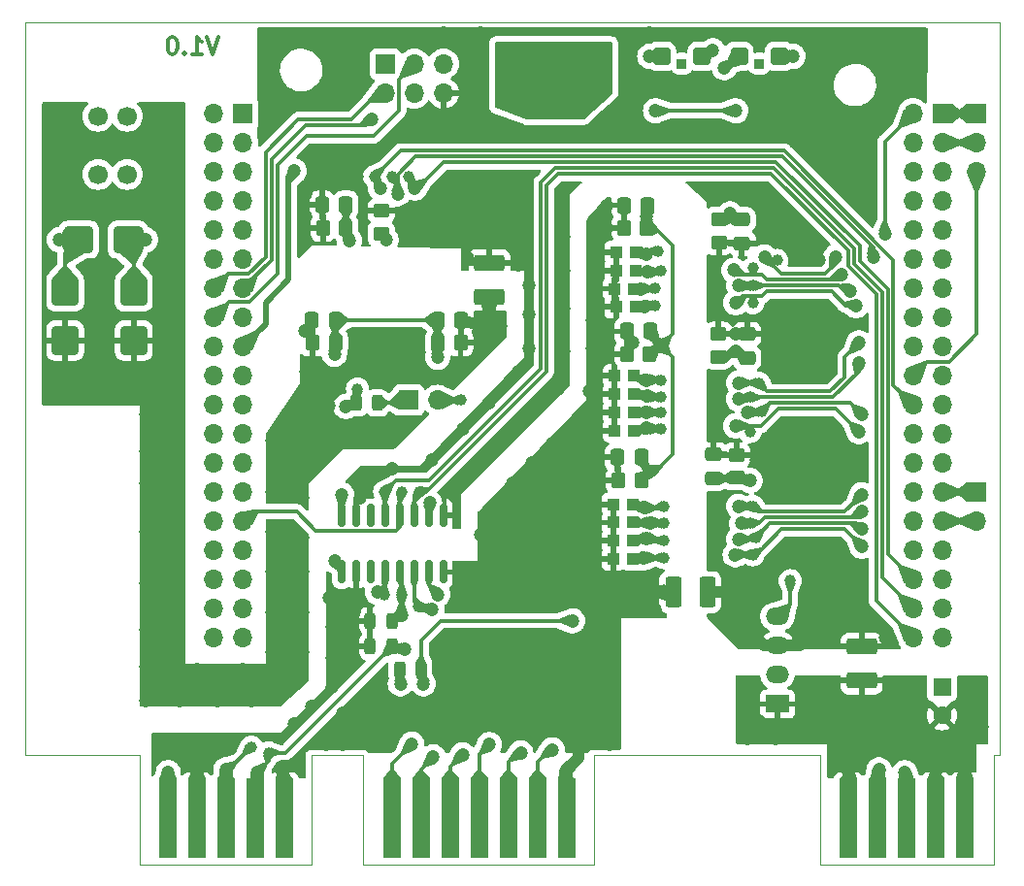
<source format=gbr>
%TF.GenerationSoftware,KiCad,Pcbnew,7.0.9*%
%TF.CreationDate,2024-06-26T15:19:18+03:00*%
%TF.ProjectId,_____ _________ ___________,1f3b3042-3020-43e4-913d-3e323d3e333e,rev?*%
%TF.SameCoordinates,Original*%
%TF.FileFunction,Copper,L2,Bot*%
%TF.FilePolarity,Positive*%
%FSLAX46Y46*%
G04 Gerber Fmt 4.6, Leading zero omitted, Abs format (unit mm)*
G04 Created by KiCad (PCBNEW 7.0.9) date 2024-06-26 15:19:18*
%MOMM*%
%LPD*%
G01*
G04 APERTURE LIST*
G04 Aperture macros list*
%AMRoundRect*
0 Rectangle with rounded corners*
0 $1 Rounding radius*
0 $2 $3 $4 $5 $6 $7 $8 $9 X,Y pos of 4 corners*
0 Add a 4 corners polygon primitive as box body*
4,1,4,$2,$3,$4,$5,$6,$7,$8,$9,$2,$3,0*
0 Add four circle primitives for the rounded corners*
1,1,$1+$1,$2,$3*
1,1,$1+$1,$4,$5*
1,1,$1+$1,$6,$7*
1,1,$1+$1,$8,$9*
0 Add four rect primitives between the rounded corners*
20,1,$1+$1,$2,$3,$4,$5,0*
20,1,$1+$1,$4,$5,$6,$7,0*
20,1,$1+$1,$6,$7,$8,$9,0*
20,1,$1+$1,$8,$9,$2,$3,0*%
G04 Aperture macros list end*
%ADD10C,0.300000*%
%TA.AperFunction,NonConductor*%
%ADD11C,0.300000*%
%TD*%
%TA.AperFunction,ConnectorPad*%
%ADD12R,1.524000X7.000000*%
%TD*%
%TA.AperFunction,ComponentPad*%
%ADD13R,1.700000X1.700000*%
%TD*%
%TA.AperFunction,ComponentPad*%
%ADD14O,1.700000X1.700000*%
%TD*%
%TA.AperFunction,ComponentPad*%
%ADD15C,1.700000*%
%TD*%
%TA.AperFunction,SMDPad,CuDef*%
%ADD16R,1.000000X1.000000*%
%TD*%
%TA.AperFunction,TestPad*%
%ADD17C,1.000000*%
%TD*%
%TA.AperFunction,SMDPad,CuDef*%
%ADD18RoundRect,0.250000X0.475000X-0.337500X0.475000X0.337500X-0.475000X0.337500X-0.475000X-0.337500X0*%
%TD*%
%TA.AperFunction,SMDPad,CuDef*%
%ADD19RoundRect,0.250000X0.337500X0.475000X-0.337500X0.475000X-0.337500X-0.475000X0.337500X-0.475000X0*%
%TD*%
%TA.AperFunction,SMDPad,CuDef*%
%ADD20RoundRect,0.250001X-0.462499X-1.074999X0.462499X-1.074999X0.462499X1.074999X-0.462499X1.074999X0*%
%TD*%
%TA.AperFunction,SMDPad,CuDef*%
%ADD21RoundRect,0.250000X0.500000X0.500000X-0.500000X0.500000X-0.500000X-0.500000X0.500000X-0.500000X0*%
%TD*%
%TA.AperFunction,SMDPad,CuDef*%
%ADD22RoundRect,0.225000X0.225000X0.225000X-0.225000X0.225000X-0.225000X-0.225000X0.225000X-0.225000X0*%
%TD*%
%TA.AperFunction,SMDPad,CuDef*%
%ADD23RoundRect,0.250000X-0.350000X-0.450000X0.350000X-0.450000X0.350000X0.450000X-0.350000X0.450000X0*%
%TD*%
%TA.AperFunction,SMDPad,CuDef*%
%ADD24RoundRect,0.250001X1.074999X-0.462499X1.074999X0.462499X-1.074999X0.462499X-1.074999X-0.462499X0*%
%TD*%
%TA.AperFunction,SMDPad,CuDef*%
%ADD25RoundRect,0.250000X-0.450000X0.350000X-0.450000X-0.350000X0.450000X-0.350000X0.450000X0.350000X0*%
%TD*%
%TA.AperFunction,SMDPad,CuDef*%
%ADD26RoundRect,0.250000X-0.900000X1.000000X-0.900000X-1.000000X0.900000X-1.000000X0.900000X1.000000X0*%
%TD*%
%TA.AperFunction,SMDPad,CuDef*%
%ADD27RoundRect,0.243750X-0.243750X-0.456250X0.243750X-0.456250X0.243750X0.456250X-0.243750X0.456250X0*%
%TD*%
%TA.AperFunction,SMDPad,CuDef*%
%ADD28RoundRect,0.250000X-1.000000X-0.900000X1.000000X-0.900000X1.000000X0.900000X-1.000000X0.900000X0*%
%TD*%
%TA.AperFunction,SMDPad,CuDef*%
%ADD29RoundRect,0.250001X-1.074999X0.462499X-1.074999X-0.462499X1.074999X-0.462499X1.074999X0.462499X0*%
%TD*%
%TA.AperFunction,SMDPad,CuDef*%
%ADD30RoundRect,0.150000X-0.150000X0.825000X-0.150000X-0.825000X0.150000X-0.825000X0.150000X0.825000X0*%
%TD*%
%TA.AperFunction,ComponentPad*%
%ADD31R,2.000000X1.500000*%
%TD*%
%TA.AperFunction,ComponentPad*%
%ADD32O,2.000000X1.500000*%
%TD*%
%TA.AperFunction,SMDPad,CuDef*%
%ADD33RoundRect,0.250000X0.450000X-0.350000X0.450000X0.350000X-0.450000X0.350000X-0.450000X-0.350000X0*%
%TD*%
%TA.AperFunction,SMDPad,CuDef*%
%ADD34RoundRect,0.250000X0.350000X0.450000X-0.350000X0.450000X-0.350000X-0.450000X0.350000X-0.450000X0*%
%TD*%
%TA.AperFunction,SMDPad,CuDef*%
%ADD35RoundRect,0.250000X-0.475000X0.337500X-0.475000X-0.337500X0.475000X-0.337500X0.475000X0.337500X0*%
%TD*%
%TA.AperFunction,ComponentPad*%
%ADD36R,1.600000X1.600000*%
%TD*%
%TA.AperFunction,ComponentPad*%
%ADD37C,1.600000*%
%TD*%
%TA.AperFunction,SMDPad,CuDef*%
%ADD38RoundRect,0.250000X-0.337500X-0.475000X0.337500X-0.475000X0.337500X0.475000X-0.337500X0.475000X0*%
%TD*%
%TA.AperFunction,ViaPad*%
%ADD39C,1.200000*%
%TD*%
%TA.AperFunction,Conductor*%
%ADD40C,0.300000*%
%TD*%
%TA.AperFunction,Conductor*%
%ADD41C,1.000000*%
%TD*%
%TA.AperFunction,Conductor*%
%ADD42C,0.500000*%
%TD*%
%TA.AperFunction,Profile*%
%ADD43C,0.100000*%
%TD*%
G04 APERTURE END LIST*
D10*
D11*
X106859774Y-37300828D02*
X106359774Y-38800828D01*
X106359774Y-38800828D02*
X105859774Y-37300828D01*
X104574060Y-38800828D02*
X105431203Y-38800828D01*
X105002632Y-38800828D02*
X105002632Y-37300828D01*
X105002632Y-37300828D02*
X105145489Y-37515114D01*
X105145489Y-37515114D02*
X105288346Y-37657971D01*
X105288346Y-37657971D02*
X105431203Y-37729400D01*
X103931204Y-38657971D02*
X103859775Y-38729400D01*
X103859775Y-38729400D02*
X103931204Y-38800828D01*
X103931204Y-38800828D02*
X104002632Y-38729400D01*
X104002632Y-38729400D02*
X103931204Y-38657971D01*
X103931204Y-38657971D02*
X103931204Y-38800828D01*
X102931203Y-37300828D02*
X102788346Y-37300828D01*
X102788346Y-37300828D02*
X102645489Y-37372257D01*
X102645489Y-37372257D02*
X102574061Y-37443685D01*
X102574061Y-37443685D02*
X102502632Y-37586542D01*
X102502632Y-37586542D02*
X102431203Y-37872257D01*
X102431203Y-37872257D02*
X102431203Y-38229400D01*
X102431203Y-38229400D02*
X102502632Y-38515114D01*
X102502632Y-38515114D02*
X102574061Y-38657971D01*
X102574061Y-38657971D02*
X102645489Y-38729400D01*
X102645489Y-38729400D02*
X102788346Y-38800828D01*
X102788346Y-38800828D02*
X102931203Y-38800828D01*
X102931203Y-38800828D02*
X103074061Y-38729400D01*
X103074061Y-38729400D02*
X103145489Y-38657971D01*
X103145489Y-38657971D02*
X103216918Y-38515114D01*
X103216918Y-38515114D02*
X103288346Y-38229400D01*
X103288346Y-38229400D02*
X103288346Y-37872257D01*
X103288346Y-37872257D02*
X103216918Y-37586542D01*
X103216918Y-37586542D02*
X103145489Y-37443685D01*
X103145489Y-37443685D02*
X103074061Y-37372257D01*
X103074061Y-37372257D02*
X102931203Y-37300828D01*
D12*
%TO.P,RS1,6,Pin_6*%
%TO.N,GND1*%
X112600000Y-105500000D03*
%TO.P,RS1,7,Pin_7*%
%TO.N,Net-(RS1-Pin_4)*%
X110060000Y-105500000D03*
%TO.P,RS1,8,Pin_8*%
%TO.N,Net-(RS1-Pin_3)*%
X107520000Y-105500000D03*
%TO.P,RS1,9,Pin_9*%
%TO.N,GND1*%
X104980000Y-105500000D03*
%TO.P,RS1,10,Pin_10*%
%TO.N,/+3.3VRS485*%
X102440000Y-105500000D03*
%TD*%
D13*
%TO.P,CN9,1,Pin_1*%
%TO.N,/UART6_DE*%
X170000000Y-44000000D03*
D14*
%TO.P,CN9,2,Pin_2*%
%TO.N,/RTS1_cont*%
X167460000Y-44000000D03*
%TO.P,CN9,3,Pin_3*%
%TO.N,/USART6_TX*%
X170000000Y-46540000D03*
%TO.P,CN9,4,Pin_4*%
%TO.N,/LED1*%
X167460000Y-46540000D03*
%TO.P,CN9,5,Pin_5*%
%TO.N,/NUCLEO-64F411/PC5*%
X170000000Y-49080000D03*
%TO.P,CN9,6,Pin_6*%
%TO.N,/LED2*%
X167460000Y-49080000D03*
%TO.P,CN9,7,Pin_7*%
%TO.N,/NUCLEO-64F411/U5V*%
X170000000Y-51620000D03*
%TO.P,CN9,8,Pin_8*%
%TO.N,/NUCLEO-64F411/AVDD*%
X167460000Y-51620000D03*
%TO.P,CN9,9,Pin_9*%
%TO.N,unconnected-(CN9-Pin_9-Pad9)*%
X170000000Y-54160000D03*
%TO.P,CN9,10,Pin_10*%
%TO.N,GNDD*%
X167460000Y-54160000D03*
%TO.P,CN9,11,Pin_11*%
%TO.N,/USART1_RTS*%
X170000000Y-56700000D03*
%TO.P,CN9,12,Pin_12*%
%TO.N,/RTS2_cont*%
X167460000Y-56700000D03*
%TO.P,CN9,13,Pin_13*%
%TO.N,/RTS3_cont*%
X170000000Y-59240000D03*
%TO.P,CN9,14,Pin_14*%
%TO.N,/RTS4_cont*%
X167460000Y-59240000D03*
%TO.P,CN9,15,Pin_15*%
%TO.N,/RTS6_cont*%
X170000000Y-61780000D03*
%TO.P,CN9,16,Pin_16*%
%TO.N,/RTS5_cont*%
X167460000Y-61780000D03*
%TO.P,CN9,17,Pin_17*%
%TO.N,unconnected-(CN9-Pin_17-Pad17)*%
X170000000Y-64320000D03*
%TO.P,CN9,18,Pin_18*%
%TO.N,/NUCLEO-64F411/PB6*%
X167460000Y-64320000D03*
%TO.P,CN9,19,Pin_19*%
%TO.N,GNDD*%
X170000000Y-66860000D03*
%TO.P,CN9,20,Pin_20*%
%TO.N,/USART6_RX*%
X167460000Y-66860000D03*
%TO.P,CN9,21,Pin_21*%
%TO.N,/RTS7_cont*%
X170000000Y-69400000D03*
%TO.P,CN9,22,Pin_22*%
%TO.N,/USART1_TX*%
X167460000Y-69400000D03*
%TO.P,CN9,23,Pin_23*%
%TO.N,/RTS9_cont*%
X170000000Y-71940000D03*
%TO.P,CN9,24,Pin_24*%
%TO.N,/RTS8_cont*%
X167460000Y-71940000D03*
%TO.P,CN9,25,Pin_25*%
%TO.N,/NUCLEO-64F411/PB15*%
X170000000Y-74480000D03*
%TO.P,CN9,26,Pin_26*%
%TO.N,/RTS10_cont*%
X167460000Y-74480000D03*
%TO.P,CN9,27,Pin_27*%
%TO.N,/GPIO1*%
X170000000Y-77020000D03*
%TO.P,CN9,28,Pin_28*%
%TO.N,/RTS11_cont*%
X167460000Y-77020000D03*
%TO.P,CN9,29,Pin_29*%
%TO.N,/GPIO2*%
X170000000Y-79560000D03*
%TO.P,CN9,30,Pin_30*%
%TO.N,/NUCLEO-64F411/PB5*%
X167460000Y-79560000D03*
%TO.P,CN9,31,Pin_31*%
%TO.N,/NUCLEO-64F411/AGND*%
X170000000Y-82100000D03*
%TO.P,CN9,32,Pin_32*%
%TO.N,/RTS12_cont*%
X167460000Y-82100000D03*
%TO.P,CN9,33,Pin_33*%
%TO.N,/NUCLEO-64F411/PC4*%
X170000000Y-84640000D03*
%TO.P,CN9,34,Pin_34*%
%TO.N,/USART1_RX*%
X167460000Y-84640000D03*
%TO.P,CN9,35,Pin_35*%
%TO.N,unconnected-(CN9-Pin_35-Pad35)*%
X170000000Y-87180000D03*
%TO.P,CN9,36,Pin_36*%
%TO.N,/USART2_TX*%
X167460000Y-87180000D03*
%TO.P,CN9,37,Pin_37*%
%TO.N,unconnected-(CN9-Pin_37-Pad37)*%
X170000000Y-89720000D03*
%TO.P,CN9,38,Pin_38*%
%TO.N,/USART2_RX*%
X167460000Y-89720000D03*
%TD*%
D13*
%TO.P,CN7,1,Pin_1*%
%TO.N,/NUCLEO-64F411/PC11*%
X109020000Y-44010000D03*
D14*
%TO.P,CN7,2,Pin_2*%
%TO.N,/NUCLEO-64F411/PC10*%
X106480000Y-44010000D03*
%TO.P,CN7,3,Pin_3*%
%TO.N,/NUCLEO-64F411/PD2*%
X109020000Y-46550000D03*
%TO.P,CN7,4,Pin_4*%
%TO.N,/NUCLEO-64F411/PC12*%
X106480000Y-46550000D03*
%TO.P,CN7,5,Pin_5*%
%TO.N,+5V*%
X109020000Y-49090000D03*
%TO.P,CN7,6,Pin_6*%
%TO.N,/NUCLEO-64F411/VDD*%
X106480000Y-49090000D03*
%TO.P,CN7,7,Pin_7*%
%TO.N,GNDD*%
X109020000Y-51630000D03*
%TO.P,CN7,8,Pin_8*%
%TO.N,/NUCLEO-64F411/BOOT0*%
X106480000Y-51630000D03*
%TO.P,CN7,9,Pin_9*%
%TO.N,unconnected-(CN7-Pin_9-Pad9)*%
X109020000Y-54170000D03*
%TO.P,CN7,10,Pin_10*%
%TO.N,unconnected-(CN7-Pin_10-Pad10)*%
X106480000Y-54170000D03*
%TO.P,CN7,11,Pin_11*%
%TO.N,/NUCLEO-64F411/IOREF*%
X109020000Y-56710000D03*
%TO.P,CN7,12,Pin_12*%
%TO.N,unconnected-(CN7-Pin_12-Pad12)*%
X106480000Y-56710000D03*
%TO.P,CN7,13,Pin_13*%
%TO.N,/NUCLEO-64F411/RESET*%
X109020000Y-59250000D03*
%TO.P,CN7,14,Pin_14*%
%TO.N,/NUCLEO-64F411/SWDIO*%
X106480000Y-59250000D03*
%TO.P,CN7,15,Pin_15*%
%TO.N,/NUCLEO-64F411/+3V3*%
X109020000Y-61790000D03*
%TO.P,CN7,16,Pin_16*%
%TO.N,/NUCLEO-64F411/SWCLK*%
X106480000Y-61790000D03*
%TO.P,CN7,17,Pin_17*%
%TO.N,+5V*%
X109020000Y-64330000D03*
%TO.P,CN7,18,Pin_18*%
%TO.N,/NUCLEO-64F411/PA15*%
X106480000Y-64330000D03*
%TO.P,CN7,19,Pin_19*%
%TO.N,GNDD*%
X109020000Y-66870000D03*
%TO.P,CN7,20,Pin_20*%
X106480000Y-66870000D03*
%TO.P,CN7,21,Pin_21*%
X109020000Y-69410000D03*
%TO.P,CN7,22,Pin_22*%
%TO.N,/NUCLEO-64F411/PB7*%
X106480000Y-69410000D03*
%TO.P,CN7,23,Pin_23*%
%TO.N,/NUCLEO-64F411/VIN*%
X109020000Y-71950000D03*
%TO.P,CN7,24,Pin_24*%
%TO.N,/NUCLEO-64F411/PC13*%
X106480000Y-71950000D03*
%TO.P,CN7,25,Pin_25*%
%TO.N,unconnected-(CN7-Pin_25-Pad25)*%
X109020000Y-74490000D03*
%TO.P,CN7,26,Pin_26*%
%TO.N,/NUCLEO-64F411/PC14*%
X106480000Y-74490000D03*
%TO.P,CN7,27,Pin_27*%
%TO.N,/NUCLEO-64F411/PA0*%
X109020000Y-77030000D03*
%TO.P,CN7,28,Pin_28*%
%TO.N,/NUCLEO-64F411/PC15*%
X106480000Y-77030000D03*
%TO.P,CN7,29,Pin_29*%
%TO.N,/USART2_RTS*%
X109020000Y-79570000D03*
%TO.P,CN7,30,Pin_30*%
%TO.N,/NUCLEO-64F411/PH0*%
X106480000Y-79570000D03*
%TO.P,CN7,31,Pin_31*%
%TO.N,/NUCLEO-64F411/PA4*%
X109020000Y-82110000D03*
%TO.P,CN7,32,Pin_32*%
%TO.N,/NUCLEO-64F411/PH1*%
X106480000Y-82110000D03*
%TO.P,CN7,33,Pin_33*%
%TO.N,/NUCLEO-64F411/PB0*%
X109020000Y-84650000D03*
%TO.P,CN7,34,Pin_34*%
%TO.N,/NUCLEO-64F411/VBAT*%
X106480000Y-84650000D03*
%TO.P,CN7,35,Pin_35*%
%TO.N,/NUCLEO-64F411/PC1*%
X109020000Y-87190000D03*
%TO.P,CN7,36,Pin_36*%
%TO.N,/NUCLEO-64F411/PC2*%
X106480000Y-87190000D03*
%TO.P,CN7,37,Pin_37*%
%TO.N,/NUCLEO-64F411/PC0*%
X109020000Y-89730000D03*
%TO.P,CN7,38,Pin_38*%
%TO.N,/NUCLEO-64F411/PC3*%
X106480000Y-89730000D03*
%TD*%
D15*
%TO.P,J1,1,Pin_1*%
%TO.N,Net-(J1-Pin_1)*%
X98916000Y-44222000D03*
X98916000Y-49302000D03*
%TO.P,J1,2,Pin_2*%
%TO.N,Net-(J1-Pin_2)*%
X96376000Y-44222000D03*
X96376000Y-49302000D03*
%TD*%
D12*
%TO.P,RS2,6,Pin_6*%
%TO.N,GNDA*%
X172000000Y-105500000D03*
%TO.P,RS2,7,Pin_7*%
X169460000Y-105500000D03*
%TO.P,RS2,8,Pin_8*%
%TO.N,Net-(RS2-Pin_2)*%
X166920000Y-105500000D03*
%TO.P,RS2,9,Pin_9*%
X164380000Y-105500000D03*
%TO.P,RS2,10,Pin_10*%
%TO.N,GNDA*%
X161840000Y-105500000D03*
%TD*%
%TO.P,RS3,8,Pin_8*%
%TO.N,GND1*%
X137240000Y-105500000D03*
%TO.P,RS3,9,Pin_9*%
%TO.N,/RTS12*%
X134700000Y-105500000D03*
%TO.P,RS3,10,Pin_10*%
%TO.N,/RTS10*%
X132160000Y-105500000D03*
%TO.P,RS3,11,Pin_11*%
%TO.N,/RTS8*%
X129620000Y-105500000D03*
%TO.P,RS3,12,Pin_12*%
%TO.N,/RTS6*%
X127080000Y-105500000D03*
%TO.P,RS3,13,Pin_13*%
%TO.N,/RTS4*%
X124540000Y-105500000D03*
%TO.P,RS3,14,Pin_14*%
%TO.N,/RTS2*%
X122000000Y-105500000D03*
%TD*%
D16*
%TO.P,R24,1*%
%TO.N,/RTS7*%
X143100000Y-70080000D03*
%TO.P,R24,2*%
%TO.N,GND1*%
X141400000Y-70080000D03*
%TD*%
D17*
%TO.P,TP29,1,1*%
%TO.N,/USART2_RX*%
X124375000Y-77000000D03*
%TD*%
D16*
%TO.P,R23,1*%
%TO.N,/RTS8*%
X143100000Y-71680000D03*
%TO.P,R23,2*%
%TO.N,GND1*%
X141400000Y-71680000D03*
%TD*%
D17*
%TO.P,TP13,1,1*%
%TO.N,/RTS1*%
X145250000Y-56000000D03*
%TD*%
%TO.P,TP19,1,1*%
%TO.N,/RTS7*%
X145500000Y-70100000D03*
%TD*%
%TO.P,TP33,1,1*%
%TO.N,Net-(RS1-Pin_3)*%
X109750000Y-99250000D03*
%TD*%
D18*
%TO.P,C25,1*%
%TO.N,+5V*%
X153000000Y-65325000D03*
%TO.P,C25,2*%
%TO.N,GNDD*%
X153000000Y-63250000D03*
%TD*%
D19*
%TO.P,C16,1*%
%TO.N,GND2*%
X128075000Y-62000000D03*
%TO.P,C16,2*%
%TO.N,Net-(U6-Visoin)*%
X126000000Y-62000000D03*
%TD*%
D17*
%TO.P,TP8,1,1*%
%TO.N,/RTS8_cont*%
X153250000Y-71750000D03*
%TD*%
D20*
%TO.P,C2,1*%
%TO.N,GND1*%
X146547500Y-85750000D03*
%TO.P,C2,2*%
%TO.N,GNDD*%
X149522500Y-85750000D03*
%TD*%
D16*
%TO.P,R26,1*%
%TO.N,/RTS5*%
X143100000Y-66880000D03*
%TO.P,R26,2*%
%TO.N,GND1*%
X141400000Y-66880000D03*
%TD*%
D17*
%TO.P,TP10,1,1*%
%TO.N,/RTS10_cont*%
X153250000Y-79750000D03*
%TD*%
D21*
%TO.P,D4,1,K*%
%TO.N,Net-(D4-K)*%
X149050000Y-39000000D03*
%TO.P,D4,2,A*%
%TO.N,Net-(D4-A)*%
X145550000Y-39000000D03*
D22*
%TO.P,D4,3*%
%TO.N,N/C*%
X147300000Y-39650000D03*
%TD*%
D17*
%TO.P,TP9,1,1*%
%TO.N,/RTS9_cont*%
X153500000Y-78250000D03*
%TD*%
D23*
%TO.P,C15,1*%
%TO.N,GND2*%
X115075000Y-64000000D03*
%TO.P,C15,2*%
%TO.N,Net-(U6-Visoin)*%
X117075000Y-64000000D03*
%TD*%
D21*
%TO.P,D3,1,K*%
%TO.N,Net-(D3-K)*%
X155800000Y-39000000D03*
%TO.P,D3,2,A*%
%TO.N,Net-(D3-A)*%
X152300000Y-39000000D03*
D22*
%TO.P,D3,3*%
%TO.N,N/C*%
X154050000Y-39650000D03*
%TD*%
D24*
%TO.P,C7,1*%
%TO.N,GNDA*%
X163000000Y-93475000D03*
%TO.P,C7,2*%
%TO.N,GNDD*%
X163000000Y-90500000D03*
%TD*%
D16*
%TO.P,R30,1*%
%TO.N,/RTS1*%
X143250000Y-56080000D03*
%TO.P,R30,2*%
%TO.N,GND1*%
X141550000Y-56080000D03*
%TD*%
D23*
%TO.P,C31,1*%
%TO.N,GND1*%
X142500000Y-65000000D03*
%TO.P,C31,2*%
%TO.N,/+3.3VRS485*%
X144500000Y-65000000D03*
%TD*%
D19*
%TO.P,C34,1*%
%TO.N,/+3.3VRS485*%
X143750000Y-74000000D03*
%TO.P,C34,2*%
%TO.N,GND1*%
X141675000Y-74000000D03*
%TD*%
D17*
%TO.P,TP35,1,1*%
%TO.N,/USART1_RTS*%
X122000000Y-49500000D03*
%TD*%
D25*
%TO.P,C28,1*%
%TO.N,GNDD*%
X152052500Y-73787500D03*
%TO.P,C28,2*%
%TO.N,+5V*%
X152052500Y-75787500D03*
%TD*%
D13*
%TO.P,J3,1,Pin_1*%
%TO.N,/UART6_DE*%
X173000000Y-44000000D03*
D14*
%TO.P,J3,2,Pin_2*%
%TO.N,/USART6_TX*%
X173000000Y-46540000D03*
%TO.P,J3,3,Pin_3*%
%TO.N,/USART6_RX*%
X173000000Y-49080000D03*
%TD*%
D18*
%TO.P,C27,1*%
%TO.N,+5V*%
X150022500Y-75825000D03*
%TO.P,C27,2*%
%TO.N,GNDD*%
X150022500Y-73750000D03*
%TD*%
D17*
%TO.P,TP38,1,1*%
%TO.N,Net-(U6-B)*%
X119000000Y-68000000D03*
%TD*%
D19*
%TO.P,C22,1*%
%TO.N,+3V3*%
X118000000Y-51950000D03*
%TO.P,C22,2*%
%TO.N,GNDD*%
X115925000Y-51950000D03*
%TD*%
D17*
%TO.P,TP26,1,1*%
%TO.N,Net-(U1-RO)*%
X124350000Y-87000000D03*
%TD*%
%TO.P,TP31,1,1*%
%TO.N,/USART2_TX*%
X121375000Y-77000000D03*
%TD*%
D26*
%TO.P,D1,1,K*%
%TO.N,Net-(D1-K)*%
X93500000Y-59500000D03*
%TO.P,D1,2,A*%
%TO.N,GND2*%
X93500000Y-63800000D03*
%TD*%
D16*
%TO.P,R29,1*%
%TO.N,/RTS2*%
X143250000Y-57680000D03*
%TO.P,R29,2*%
%TO.N,GND1*%
X141550000Y-57680000D03*
%TD*%
D17*
%TO.P,TP12,1,1*%
%TO.N,/RTS12_cont*%
X153500000Y-82500000D03*
%TD*%
D27*
%TO.P,R7,1*%
%TO.N,GND1*%
X120115000Y-88250000D03*
%TO.P,R7,2*%
%TO.N,Net-(U1-DE)*%
X121990000Y-88250000D03*
%TD*%
D16*
%TO.P,R19,1*%
%TO.N,/RTS12*%
X143000000Y-82880000D03*
%TO.P,R19,2*%
%TO.N,GND1*%
X141300000Y-82880000D03*
%TD*%
D28*
%TO.P,D5,1,K*%
%TO.N,Net-(D1-K)*%
X94700000Y-55000000D03*
%TO.P,D5,2,A*%
%TO.N,Net-(D2-K)*%
X99000000Y-55000000D03*
%TD*%
D29*
%TO.P,C10,1*%
%TO.N,GNDD*%
X130500000Y-57025000D03*
%TO.P,C10,2*%
%TO.N,GND2*%
X130500000Y-60000000D03*
%TD*%
D16*
%TO.P,R28,1*%
%TO.N,/RTS3*%
X143100000Y-59280000D03*
%TO.P,R28,2*%
%TO.N,GND1*%
X141400000Y-59280000D03*
%TD*%
D23*
%TO.P,C18,1*%
%TO.N,GNDD*%
X116000000Y-54000000D03*
%TO.P,C18,2*%
%TO.N,+3V3*%
X118000000Y-54000000D03*
%TD*%
D17*
%TO.P,TP17,1,1*%
%TO.N,/RTS5*%
X145500000Y-67250000D03*
%TD*%
D23*
%TO.P,C30,1*%
%TO.N,GND1*%
X142250000Y-54000000D03*
%TO.P,C30,2*%
%TO.N,/+3.3VRS485*%
X144250000Y-54000000D03*
%TD*%
D16*
%TO.P,R20,1*%
%TO.N,/RTS11*%
X143000000Y-81280000D03*
%TO.P,R20,2*%
%TO.N,GND1*%
X141300000Y-81280000D03*
%TD*%
D17*
%TO.P,TP25,1,1*%
%TO.N,+5V*%
X156750000Y-84750000D03*
%TD*%
%TO.P,TP15,1,1*%
%TO.N,/RTS3*%
X145000000Y-59250000D03*
%TD*%
%TO.P,TP2,1,1*%
%TO.N,/RTS2_cont*%
X153500000Y-57500000D03*
%TD*%
D30*
%TO.P,U2,1,VDD1*%
%TO.N,+3V3*%
X117600000Y-79050000D03*
%TO.P,U2,2,GND1*%
%TO.N,GNDD*%
X118870000Y-79050000D03*
%TO.P,U2,3,VIA*%
%TO.N,unconnected-(U2-VIA-Pad3)*%
X120140000Y-79050000D03*
%TO.P,U2,4,VIB*%
%TO.N,/USART2_TX*%
X121410000Y-79050000D03*
%TO.P,U2,5,VIC*%
%TO.N,/USART2_RTS*%
X122680000Y-79050000D03*
%TO.P,U2,6,VOD*%
%TO.N,/USART2_RX*%
X123950000Y-79050000D03*
%TO.P,U2,7,VE1*%
%TO.N,Net-(U2-VE1)*%
X125220000Y-79050000D03*
%TO.P,U2,8,GND1*%
%TO.N,GNDD*%
X126490000Y-79050000D03*
%TO.P,U2,9,GND2*%
%TO.N,GND1*%
X126490000Y-84000000D03*
%TO.P,U2,10,VE2*%
%TO.N,Net-(U2-VE2)*%
X125220000Y-84000000D03*
%TO.P,U2,11,VID*%
%TO.N,Net-(U1-RO)*%
X123950000Y-84000000D03*
%TO.P,U2,12,VOC*%
%TO.N,Net-(U1-DE)*%
X122680000Y-84000000D03*
%TO.P,U2,13,VOB*%
%TO.N,Net-(U1-DI)*%
X121410000Y-84000000D03*
%TO.P,U2,14,VOA*%
%TO.N,unconnected-(U2-VOA-Pad14)*%
X120140000Y-84000000D03*
%TO.P,U2,15,GND2*%
%TO.N,GND1*%
X118870000Y-84000000D03*
%TO.P,U2,16,VDD2*%
%TO.N,/+3.3VRS485*%
X117600000Y-84000000D03*
%TD*%
D17*
%TO.P,TP7,1,1*%
%TO.N,/RTS7_cont*%
X154250000Y-70000000D03*
%TD*%
D31*
%TO.P,U5,1,IN-*%
%TO.N,GNDA*%
X155632500Y-95512500D03*
D32*
%TO.P,U5,2,IN+*%
%TO.N,Net-(U5-IN+)*%
X155632500Y-92972500D03*
%TO.P,U5,3,OUT-*%
%TO.N,GNDD*%
X155632500Y-90432500D03*
%TO.P,U5,4,OUT+*%
%TO.N,+5V*%
X155632500Y-87892500D03*
%TD*%
D17*
%TO.P,TP6,1,1*%
%TO.N,/RTS6_cont*%
X153250000Y-68750000D03*
%TD*%
%TO.P,TP3,1,1*%
%TO.N,/RTS3_cont*%
X153500000Y-59000000D03*
%TD*%
D19*
%TO.P,C32,1*%
%TO.N,/+3.3VRS485*%
X144575000Y-63000000D03*
%TO.P,C32,2*%
%TO.N,GND1*%
X142500000Y-63000000D03*
%TD*%
D16*
%TO.P,R21,1*%
%TO.N,/RTS10*%
X143000000Y-79680000D03*
%TO.P,R21,2*%
%TO.N,GND1*%
X141300000Y-79680000D03*
%TD*%
D33*
%TO.P,C23,1*%
%TO.N,GNDD*%
X150522500Y-55250000D03*
%TO.P,C23,2*%
%TO.N,+5V*%
X150522500Y-53250000D03*
%TD*%
D17*
%TO.P,TP27,1,1*%
%TO.N,Net-(U1-DE)*%
X122850000Y-86000000D03*
%TD*%
%TO.P,TP4,1,1*%
%TO.N,/RTS4_cont*%
X153500000Y-60500000D03*
%TD*%
D13*
%TO.P,J2,1,Pin_1*%
%TO.N,+5V*%
X121420000Y-39660000D03*
D14*
%TO.P,J2,2,Pin_2*%
%TO.N,/NUCLEO-64F411/SWDIO*%
X121420000Y-42200000D03*
%TO.P,J2,3,Pin_3*%
%TO.N,/NUCLEO-64F411/SWCLK*%
X123960000Y-39660000D03*
%TO.P,J2,4,Pin_4*%
%TO.N,unconnected-(J2-Pin_4-Pad4)*%
X123960000Y-42200000D03*
%TO.P,J2,5,Pin_5*%
%TO.N,/NUCLEO-64F411/RESET*%
X126500000Y-39660000D03*
%TO.P,J2,6,Pin_6*%
%TO.N,GNDD*%
X126500000Y-42200000D03*
%TD*%
D26*
%TO.P,D2,1,K*%
%TO.N,Net-(D2-K)*%
X99500000Y-59500000D03*
%TO.P,D2,2,A*%
%TO.N,GND2*%
X99500000Y-63800000D03*
%TD*%
D17*
%TO.P,TP1,1,1*%
%TO.N,/RTS1_cont*%
X155600000Y-56800000D03*
%TD*%
%TO.P,TP24,1,1*%
%TO.N,/RTS12*%
X145750000Y-82750000D03*
%TD*%
%TO.P,TP11,1,1*%
%TO.N,/RTS11_cont*%
X153750000Y-81000000D03*
%TD*%
D34*
%TO.P,C20,1*%
%TO.N,GND2*%
X128000000Y-64000000D03*
%TO.P,C20,2*%
%TO.N,Net-(U6-Visoin)*%
X126000000Y-64000000D03*
%TD*%
D17*
%TO.P,TP23,1,1*%
%TO.N,/RTS11*%
X145750000Y-81250000D03*
%TD*%
%TO.P,TP32,1,1*%
%TO.N,Net-(RS1-Pin_4)*%
X111250000Y-99750000D03*
%TD*%
D35*
%TO.P,C24,1*%
%TO.N,+5V*%
X152522500Y-53250000D03*
%TO.P,C24,2*%
%TO.N,GNDD*%
X152522500Y-55325000D03*
%TD*%
D17*
%TO.P,TP18,1,1*%
%TO.N,/RTS6*%
X145500000Y-68750000D03*
%TD*%
%TO.P,TP16,1,1*%
%TO.N,/RTS4*%
X145000000Y-60750000D03*
%TD*%
D25*
%TO.P,C26,1*%
%TO.N,GNDD*%
X150500000Y-63250000D03*
%TO.P,C26,2*%
%TO.N,+5V*%
X150500000Y-65250000D03*
%TD*%
D27*
%TO.P,R6,1*%
%TO.N,GND1*%
X120115000Y-90500000D03*
%TO.P,R6,2*%
%TO.N,Net-(RS1-Pin_4)*%
X121990000Y-90500000D03*
%TD*%
D13*
%TO.P,J5,1,Pin_1*%
%TO.N,Net-(J5-Pin_1)*%
X123460000Y-69000000D03*
D14*
%TO.P,J5,2,Pin_2*%
%TO.N,Net-(J5-Pin_2)*%
X126000000Y-69000000D03*
%TD*%
D33*
%TO.P,R9,1*%
%TO.N,/USART1_RTS*%
X121075000Y-54500000D03*
%TO.P,R9,2*%
%TO.N,GNDD*%
X121075000Y-52500000D03*
%TD*%
D17*
%TO.P,TP28,1,1*%
%TO.N,Net-(U1-DI)*%
X121350000Y-86000000D03*
%TD*%
%TO.P,TP20,1,1*%
%TO.N,/RTS8*%
X145500000Y-71500000D03*
%TD*%
D23*
%TO.P,C33,1*%
%TO.N,GND1*%
X141750000Y-76000000D03*
%TO.P,C33,2*%
%TO.N,/+3.3VRS485*%
X143750000Y-76000000D03*
%TD*%
D27*
%TO.P,R8,1*%
%TO.N,Net-(U6-B)*%
X118875000Y-69250000D03*
%TO.P,R8,2*%
%TO.N,Net-(J5-Pin_1)*%
X120750000Y-69250000D03*
%TD*%
D17*
%TO.P,TP36,1,1*%
%TO.N,/USART1_TX*%
X120500000Y-49500000D03*
%TD*%
%TO.P,TP37,1,1*%
%TO.N,Net-(J5-Pin_2)*%
X128000000Y-69000000D03*
%TD*%
%TO.P,TP14,1,1*%
%TO.N,/RTS2*%
X145500000Y-57750000D03*
%TD*%
D16*
%TO.P,R25,1*%
%TO.N,/RTS6*%
X143100000Y-68500000D03*
%TO.P,R25,2*%
%TO.N,GND1*%
X141400000Y-68500000D03*
%TD*%
D13*
%TO.P,J4,1,Pin_1*%
%TO.N,/GPIO1*%
X173000000Y-77000000D03*
D14*
%TO.P,J4,2,Pin_2*%
%TO.N,/GPIO2*%
X173000000Y-79540000D03*
%TD*%
D17*
%TO.P,TP21,1,1*%
%TO.N,/RTS9*%
X145750000Y-78250000D03*
%TD*%
%TO.P,TP34,1,1*%
%TO.N,/USART1_RX*%
X123500000Y-49500000D03*
%TD*%
D16*
%TO.P,R22,1*%
%TO.N,/RTS9*%
X143000000Y-78080000D03*
%TO.P,R22,2*%
%TO.N,GND1*%
X141300000Y-78080000D03*
%TD*%
D36*
%TO.P,C14,1*%
%TO.N,+24V*%
X170000000Y-94000000D03*
D37*
%TO.P,C14,2*%
%TO.N,GNDA*%
X170000000Y-96500000D03*
%TD*%
D19*
%TO.P,C29,1*%
%TO.N,/+3.3VRS485*%
X144325000Y-52000000D03*
%TO.P,C29,2*%
%TO.N,GND1*%
X142250000Y-52000000D03*
%TD*%
D17*
%TO.P,TP22,1,1*%
%TO.N,/RTS10*%
X145750000Y-79750000D03*
%TD*%
D38*
%TO.P,C19,1*%
%TO.N,GND2*%
X115000000Y-62000000D03*
%TO.P,C19,2*%
%TO.N,Net-(U6-Visoin)*%
X117075000Y-62000000D03*
%TD*%
D17*
%TO.P,TP5,1,1*%
%TO.N,/RTS5_cont*%
X154000000Y-67500000D03*
%TD*%
%TO.P,TP30,1,1*%
%TO.N,/USART2_RTS*%
X122875000Y-77000000D03*
%TD*%
D27*
%TO.P,R3,1*%
%TO.N,Net-(RS1-Pin_3)*%
X122677500Y-92500000D03*
%TO.P,R3,2*%
%TO.N,/+3.3VRS485*%
X124552500Y-92500000D03*
%TD*%
D16*
%TO.P,R27,1*%
%TO.N,/RTS4*%
X143250000Y-60880000D03*
%TO.P,R27,2*%
%TO.N,GND1*%
X141550000Y-60880000D03*
%TD*%
D39*
%TO.N,/+3.3VRS485*%
X137750000Y-88250000D03*
X145500000Y-64250000D03*
X117000000Y-83000000D03*
X102500000Y-101500000D03*
X144500000Y-75250000D03*
X144250000Y-53000000D03*
X124750000Y-93750000D03*
%TO.N,GND1*%
X139250000Y-68250000D03*
X127750000Y-86750000D03*
X137250000Y-101250000D03*
X116250000Y-99000000D03*
X139250000Y-78500000D03*
X145000000Y-87250000D03*
X136000000Y-90500000D03*
X129750000Y-80750000D03*
X137500000Y-92000000D03*
X106500000Y-99750000D03*
X144250000Y-86000000D03*
X139500000Y-62000000D03*
X122250000Y-97250000D03*
X137250000Y-80750000D03*
X129750000Y-90000000D03*
X128000000Y-83750000D03*
X140750000Y-52000000D03*
X140750000Y-96250000D03*
X118750000Y-86250000D03*
X126500000Y-95000000D03*
X129750000Y-86750000D03*
X143000000Y-64000000D03*
X125250000Y-96500000D03*
X134250000Y-74500000D03*
X116750000Y-88750000D03*
X116750000Y-91500000D03*
X115000000Y-95750000D03*
X143500000Y-87250000D03*
X138250000Y-99000000D03*
X120500000Y-99000000D03*
X136000000Y-83000000D03*
X141750000Y-87250000D03*
X139750000Y-58500000D03*
X140750000Y-54000000D03*
X123750000Y-95250000D03*
X136000000Y-85250000D03*
X118750000Y-87500000D03*
X121000000Y-95000000D03*
X105000000Y-101500000D03*
X118750000Y-95703602D03*
X105500000Y-100250000D03*
X103500000Y-98750000D03*
X136000000Y-87000000D03*
X141000000Y-99000000D03*
X139500000Y-64500000D03*
X118250000Y-90000000D03*
X112500000Y-101500000D03*
X132500000Y-76250000D03*
X116750000Y-94000000D03*
X101750000Y-98750000D03*
X129750000Y-92000000D03*
X139750000Y-97750000D03*
X113500000Y-97250000D03*
X136000000Y-72750000D03*
X142750000Y-86000000D03*
X130750000Y-78250000D03*
X137500000Y-90500000D03*
X116500000Y-86250000D03*
X121000000Y-94000000D03*
X118250000Y-92500000D03*
X113750000Y-100750000D03*
X129750000Y-83750000D03*
X138250000Y-70500000D03*
X102500000Y-99750000D03*
X136000000Y-92500000D03*
X117750000Y-96300500D03*
X117750000Y-99000000D03*
X139750000Y-56250000D03*
%TO.N,GNDD*%
X133000000Y-57200000D03*
X161000000Y-83250000D03*
X158750000Y-47500000D03*
X160000000Y-63500000D03*
X163750000Y-53000000D03*
X149250000Y-50750000D03*
X158750000Y-75250000D03*
X159250000Y-55500000D03*
X159500000Y-81500000D03*
X114500000Y-53000000D03*
X116000000Y-50000000D03*
X159500000Y-83250000D03*
X161000000Y-85000000D03*
X118250000Y-38000000D03*
X158500000Y-65750000D03*
X158000000Y-90000000D03*
X158500000Y-41250000D03*
X154500000Y-54750000D03*
X151750000Y-89500000D03*
X155000000Y-66250000D03*
X153750000Y-74250000D03*
X153750000Y-43250000D03*
X162500000Y-75500000D03*
X131500000Y-46000000D03*
X159500000Y-85000000D03*
X114500000Y-55250000D03*
X163000000Y-83500000D03*
X125500000Y-51250000D03*
X162000000Y-48500000D03*
X163000000Y-87250000D03*
X155000000Y-64750000D03*
X136500000Y-68000000D03*
X125500000Y-74250000D03*
X133000000Y-55400000D03*
X161000000Y-81500000D03*
X161250000Y-50000000D03*
X133250000Y-71000000D03*
X130500000Y-69250000D03*
X158750000Y-77500000D03*
X160500000Y-73250000D03*
X125750000Y-45750000D03*
X137000000Y-61000000D03*
X158000000Y-56750000D03*
X130250000Y-46000000D03*
X152000000Y-63250000D03*
X158500000Y-61250000D03*
X114500000Y-51000000D03*
X158500000Y-43000000D03*
X132000000Y-51000000D03*
X129750000Y-37000000D03*
X146750000Y-41250000D03*
X154500000Y-53000000D03*
X141750000Y-46000000D03*
X119500000Y-75750000D03*
X153500000Y-86500000D03*
X153500000Y-89500000D03*
X128600000Y-56600000D03*
X128250000Y-76250000D03*
X119000000Y-49500000D03*
X156250000Y-83250000D03*
X159250000Y-56750000D03*
X155250000Y-74250000D03*
X160250000Y-48500000D03*
X137000000Y-64750000D03*
X155500000Y-77500000D03*
X128600000Y-53400000D03*
X140750000Y-46000000D03*
X134000000Y-59000000D03*
X158500000Y-63500000D03*
X119200000Y-77500000D03*
X131250000Y-49500000D03*
X111600000Y-44400000D03*
X160500000Y-77500000D03*
X126500000Y-37000000D03*
X128250000Y-71500000D03*
X163000000Y-50000000D03*
X157250000Y-46250000D03*
X165000000Y-89750000D03*
X122000000Y-46250000D03*
X162500000Y-73750000D03*
X158750000Y-73250000D03*
X163750000Y-48500000D03*
X160500000Y-75250000D03*
X159750000Y-61250000D03*
X150250000Y-41500000D03*
X146750000Y-42500000D03*
X158750000Y-38500000D03*
X159750000Y-90000000D03*
X158000000Y-55500000D03*
X134000000Y-61500000D03*
X132500000Y-49500000D03*
X160000000Y-65750000D03*
X156250000Y-81750000D03*
X160500000Y-71250000D03*
X139750000Y-46000000D03*
X154750000Y-77000000D03*
X155000000Y-83000000D03*
X136800000Y-52800000D03*
X158000000Y-54250000D03*
X137000000Y-57750000D03*
X132750000Y-46000000D03*
X163750000Y-51500000D03*
X124750000Y-52250000D03*
X131000000Y-73500000D03*
X129600000Y-55000000D03*
X161000000Y-62250000D03*
X133000000Y-66500000D03*
X130750000Y-45000000D03*
X131750000Y-45000000D03*
X152000000Y-50750000D03*
X137000000Y-54750000D03*
X162250000Y-51500000D03*
X158750000Y-71250000D03*
X151750000Y-86500000D03*
X144500000Y-37000000D03*
X163000000Y-85000000D03*
X134000000Y-64500000D03*
X150750000Y-50750000D03*
X122000000Y-75000000D03*
X143250000Y-37250000D03*
X153750000Y-41500000D03*
%TO.N,GNDA*%
X153000000Y-98500000D03*
X161750000Y-101250000D03*
X160500000Y-98000000D03*
X172000000Y-101250000D03*
X160500000Y-95250000D03*
X154000000Y-97000000D03*
X155500000Y-98500000D03*
X170000000Y-99000000D03*
X163000000Y-100000000D03*
X173500000Y-97500000D03*
X161000000Y-100000000D03*
X169500000Y-101250000D03*
X172000000Y-99000000D03*
%TO.N,Net-(RS2-Pin_2)*%
X166750000Y-101500000D03*
X164500000Y-101250000D03*
%TO.N,Net-(U1-RO)*%
X125500000Y-87250000D03*
%TO.N,Net-(RS1-Pin_3)*%
X122750000Y-93750000D03*
X107520000Y-101250000D03*
%TO.N,Net-(RS1-Pin_4)*%
X123093455Y-90707798D03*
X110250000Y-101500000D03*
%TO.N,Net-(U1-DE)*%
X122850000Y-87750000D03*
%TO.N,+5V*%
X145000000Y-43750000D03*
X151500000Y-52750000D03*
X153245147Y-76000000D03*
X152000000Y-64750000D03*
X113500000Y-49000000D03*
X152000000Y-43750000D03*
%TO.N,/RTS1*%
X144200000Y-56300000D03*
%TO.N,/RTS2*%
X123750000Y-99000000D03*
X144319999Y-57831979D03*
%TO.N,/RTS3*%
X143700000Y-59300000D03*
%TO.N,/RTS4*%
X144022201Y-60823603D03*
X125625000Y-100125000D03*
%TO.N,/RTS5*%
X144250000Y-67250000D03*
%TO.N,/RTS6*%
X144330000Y-68670000D03*
X128171398Y-99921398D03*
%TO.N,/RTS7*%
X144242017Y-70066734D03*
%TO.N,/RTS8*%
X144251789Y-71466203D03*
X130509701Y-99040201D03*
%TO.N,/RTS9*%
X144000000Y-78400000D03*
%TO.N,/RTS10*%
X133250000Y-99750000D03*
X144512683Y-79702215D03*
%TO.N,/RTS11*%
X144222151Y-81071228D03*
%TO.N,/RTS12*%
X143996075Y-82747103D03*
X136000000Y-99500000D03*
%TO.N,Net-(U1-DI)*%
X120750000Y-85750000D03*
%TO.N,Net-(U6-Visoin)*%
X126000000Y-65250000D03*
X117000000Y-65000000D03*
%TO.N,GND2*%
X116500000Y-69500000D03*
X130000000Y-62500000D03*
X119500000Y-65000000D03*
X103250000Y-91750000D03*
X100500000Y-85000000D03*
X109750000Y-95250000D03*
X103250000Y-85000000D03*
X103250000Y-89000000D03*
X131500000Y-62500000D03*
X122500000Y-72000000D03*
X92250000Y-68250000D03*
X100500000Y-80500000D03*
X103250000Y-76250000D03*
X130000000Y-64500000D03*
X111500000Y-72500000D03*
X120000000Y-72500000D03*
X103250000Y-72000000D03*
X100500000Y-70250000D03*
X114250000Y-77500000D03*
X117750000Y-66750000D03*
X114400000Y-63000000D03*
X100250000Y-68250000D03*
X111500000Y-80500000D03*
X100500000Y-89000000D03*
X111500000Y-91000000D03*
X114250000Y-84000000D03*
X128500000Y-66000000D03*
X117500000Y-72750000D03*
X114250000Y-87500000D03*
X100500000Y-73500000D03*
X109000000Y-92500000D03*
X95000000Y-68250000D03*
X100500000Y-95250000D03*
X114250000Y-91000000D03*
X122250000Y-64750000D03*
X111500000Y-84000000D03*
X114500000Y-66500000D03*
X113500000Y-69500000D03*
X111500000Y-77000000D03*
X111500000Y-87500000D03*
X113000000Y-94250000D03*
X113500000Y-72500000D03*
X98250000Y-68250000D03*
X103250000Y-68000000D03*
X100500000Y-92250000D03*
X103500000Y-95250000D03*
X115250000Y-75000000D03*
X105000000Y-92500000D03*
X103250000Y-80500000D03*
X106750000Y-95250000D03*
X114250000Y-81000000D03*
X100500000Y-76250000D03*
%TO.N,/USART1_TX*%
X121000000Y-50500000D03*
%TO.N,/RTS9_cont*%
X163000000Y-77250000D03*
X152250000Y-78250000D03*
%TO.N,/NUCLEO-64F411/RESET*%
X120250000Y-44500000D03*
%TO.N,/USART1_RTS*%
X164000000Y-56500000D03*
X121500000Y-55000000D03*
X122500000Y-51000000D03*
%TO.N,/RTS1_cont*%
X165000000Y-54500000D03*
X154500000Y-56500000D03*
X160742176Y-56500000D03*
%TO.N,/RTS11_cont*%
X152225535Y-81122325D03*
X163000000Y-80250000D03*
%TO.N,/RTS2_cont*%
X161197923Y-58050500D03*
X151828317Y-57665538D03*
%TO.N,/RTS12_cont*%
X151951070Y-82494650D03*
X163000000Y-81750000D03*
%TO.N,/RTS3_cont*%
X161980238Y-59450595D03*
X152250000Y-59000000D03*
%TO.N,/RTS6_cont*%
X152250000Y-68899503D03*
X162750000Y-65750000D03*
%TO.N,/RTS5_cont*%
X162750000Y-64000000D03*
X152250000Y-67500000D03*
%TO.N,/RTS4_cont*%
X152000000Y-60500000D03*
X162500000Y-60750000D03*
%TO.N,/RTS10_cont*%
X163000000Y-78750000D03*
X152500000Y-79750000D03*
%TO.N,/RTS8_cont*%
X162750000Y-71750000D03*
X152000000Y-71250000D03*
%TO.N,/RTS7_cont*%
X163000000Y-70250000D03*
X153022929Y-70066202D03*
%TO.N,/USART1_RX*%
X124000000Y-50500000D03*
%TO.N,Net-(D1-K)*%
X93000000Y-55000000D03*
%TO.N,Net-(D2-K)*%
X100500000Y-55000000D03*
%TO.N,Net-(D3-K)*%
X157000000Y-39000000D03*
%TO.N,Net-(D3-A)*%
X151000000Y-40000000D03*
%TO.N,Net-(D4-K)*%
X150000000Y-38500000D03*
%TO.N,Net-(D4-A)*%
X144500000Y-39000000D03*
%TO.N,Net-(U6-B)*%
X118000003Y-69550500D03*
%TO.N,Net-(U2-VE2)*%
X126019762Y-85950595D03*
%TO.N,Net-(U2-VE1)*%
X125293887Y-77949500D03*
%TO.N,+3V3*%
X117625000Y-77250000D03*
X135000000Y-43250000D03*
X136000000Y-43750000D03*
X134000000Y-40250000D03*
X138000000Y-41250000D03*
X138000000Y-42250000D03*
X135000000Y-41250000D03*
X137000000Y-40250000D03*
X136000000Y-42750000D03*
X135000000Y-42250000D03*
X137000000Y-41250000D03*
X118300000Y-55100000D03*
X134000000Y-42250000D03*
X134000000Y-41250000D03*
X138000000Y-40250000D03*
X137000000Y-42250000D03*
X136000000Y-40750000D03*
X135000000Y-40250000D03*
X134000000Y-43250000D03*
X136000000Y-41750000D03*
X136000000Y-39750000D03*
X138000000Y-43250000D03*
X137000000Y-43250000D03*
%TD*%
D40*
%TO.N,/+3.3VRS485*%
X124750000Y-92697500D02*
X124552500Y-92500000D01*
X144575000Y-63000000D02*
X144575000Y-63325000D01*
X146500000Y-65250000D02*
X145500000Y-64250000D01*
X146500000Y-55500000D02*
X145000000Y-54000000D01*
D41*
X102500000Y-105440000D02*
X102440000Y-105500000D01*
D40*
X124552500Y-89947500D02*
X124552500Y-92500000D01*
X144250000Y-51825000D02*
X144325000Y-51750000D01*
X124750000Y-93750000D02*
X124750000Y-92697500D01*
X145250000Y-64250000D02*
X144500000Y-65000000D01*
X143750000Y-74000000D02*
X143750000Y-74500000D01*
X126250000Y-88250000D02*
X124552500Y-89947500D01*
X137750000Y-88250000D02*
X126250000Y-88250000D01*
X143750000Y-74500000D02*
X144500000Y-75250000D01*
X144575000Y-63325000D02*
X145500000Y-64250000D01*
X144500000Y-75250000D02*
X145000000Y-75250000D01*
X145500000Y-64250000D02*
X146500000Y-63250000D01*
D42*
X117600000Y-83600000D02*
X117000000Y-83000000D01*
D40*
X146500000Y-73750000D02*
X146500000Y-65250000D01*
X144250000Y-54000000D02*
X144250000Y-53000000D01*
D41*
X102500000Y-101500000D02*
X102500000Y-105440000D01*
D40*
X144250000Y-53000000D02*
X144250000Y-51825000D01*
X143750000Y-76000000D02*
X144500000Y-75250000D01*
X145000000Y-75250000D02*
X146500000Y-73750000D01*
X146500000Y-63250000D02*
X146500000Y-55500000D01*
X145000000Y-54000000D02*
X144250000Y-54000000D01*
D42*
X117600000Y-84000000D02*
X117600000Y-83600000D01*
D40*
X145500000Y-64250000D02*
X145250000Y-64250000D01*
D41*
%TO.N,GND1*%
X146547500Y-85750000D02*
X144500000Y-85750000D01*
X137140000Y-101360000D02*
X137250000Y-101250000D01*
D42*
X118870000Y-84000000D02*
X118870000Y-86130000D01*
D41*
X105000000Y-105480000D02*
X104980000Y-105500000D01*
X112500000Y-105400000D02*
X112600000Y-105500000D01*
D42*
X118870000Y-86130000D02*
X118750000Y-86250000D01*
D41*
X137140000Y-105500000D02*
X137140000Y-101360000D01*
X105000000Y-101500000D02*
X105000000Y-105480000D01*
X144500000Y-85750000D02*
X144250000Y-86000000D01*
X112500000Y-101500000D02*
X112500000Y-105400000D01*
X137250000Y-101250000D02*
X138250000Y-100250000D01*
X138250000Y-99000000D02*
X141000000Y-99000000D01*
X138250000Y-100250000D02*
X138250000Y-99000000D01*
%TO.N,GNDD*%
X154432500Y-90432500D02*
X153500000Y-89500000D01*
X151000000Y-85750000D02*
X151750000Y-86500000D01*
X149522500Y-85750000D02*
X151000000Y-85750000D01*
X157567500Y-90432500D02*
X158000000Y-90000000D01*
X155632500Y-90432500D02*
X154432500Y-90432500D01*
X155632500Y-90432500D02*
X157567500Y-90432500D01*
%TO.N,GNDA*%
X169460000Y-105500000D02*
X169460000Y-101290000D01*
X172000000Y-105500000D02*
X172000000Y-101250000D01*
X161840000Y-101340000D02*
X161750000Y-101250000D01*
X169460000Y-101290000D02*
X169500000Y-101250000D01*
X161840000Y-105500000D02*
X161840000Y-101340000D01*
%TO.N,Net-(RS2-Pin_2)*%
X164380000Y-101370000D02*
X164500000Y-101250000D01*
X166920000Y-105500000D02*
X166920000Y-101670000D01*
X164380000Y-105500000D02*
X164380000Y-101370000D01*
X166920000Y-101670000D02*
X166750000Y-101500000D01*
D40*
%TO.N,Net-(U1-RO)*%
X125500000Y-87250000D02*
X124600000Y-87250000D01*
X124600000Y-87250000D02*
X124350000Y-87000000D01*
X123950000Y-86600000D02*
X123950000Y-84000000D01*
X124350000Y-87000000D02*
X123950000Y-86600000D01*
%TO.N,Net-(RS1-Pin_3)*%
X109750000Y-99250000D02*
X107750000Y-101250000D01*
X122677500Y-92500000D02*
X122677500Y-93677500D01*
X107750000Y-101250000D02*
X107520000Y-101250000D01*
D41*
X107520000Y-101250000D02*
X107520000Y-105500000D01*
D40*
X122677500Y-93677500D02*
X122750000Y-93750000D01*
%TO.N,Net-(RS1-Pin_4)*%
X111250000Y-99750000D02*
X111250000Y-100500000D01*
X111250000Y-100500000D02*
X110250000Y-101500000D01*
D41*
X110250000Y-101500000D02*
X110250000Y-105310000D01*
D40*
X112740000Y-99750000D02*
X121990000Y-90500000D01*
X122197798Y-90707798D02*
X121990000Y-90500000D01*
D41*
X110250000Y-105310000D02*
X110060000Y-105500000D01*
D40*
X123093455Y-90707798D02*
X122197798Y-90707798D01*
X111250000Y-99750000D02*
X112740000Y-99750000D01*
%TO.N,Net-(U1-DE)*%
X122850000Y-84170000D02*
X122680000Y-84000000D01*
X122850000Y-87750000D02*
X122490000Y-87750000D01*
X122850000Y-86000000D02*
X122850000Y-84170000D01*
X122490000Y-87750000D02*
X121990000Y-88250000D01*
X122850000Y-87750000D02*
X122850000Y-86000000D01*
%TO.N,+5V*%
X153245147Y-76000000D02*
X152265000Y-76000000D01*
X151500000Y-65250000D02*
X152000000Y-64750000D01*
X152425000Y-64750000D02*
X152986459Y-65311459D01*
X152015000Y-75825000D02*
X152052500Y-75787500D01*
X152000000Y-64750000D02*
X152425000Y-64750000D01*
X145000000Y-43750000D02*
X152000000Y-43750000D01*
X156750000Y-84750000D02*
X156750000Y-86775000D01*
D42*
X113000000Y-49500000D02*
X113500000Y-49000000D01*
X111000000Y-60500000D02*
X113000000Y-58500000D01*
D40*
X151500000Y-52750000D02*
X152000000Y-53250000D01*
X150500000Y-65250000D02*
X151500000Y-65250000D01*
X152522500Y-53250000D02*
X150522500Y-53250000D01*
D42*
X109020000Y-64330000D02*
X111000000Y-62350000D01*
D40*
X156750000Y-86775000D02*
X155632500Y-87892500D01*
X152265000Y-76000000D02*
X152052500Y-75787500D01*
D42*
X111000000Y-62350000D02*
X111000000Y-60500000D01*
D40*
X150022500Y-75825000D02*
X152015000Y-75825000D01*
X152000000Y-53250000D02*
X152522500Y-53250000D01*
D42*
X113000000Y-58500000D02*
X113000000Y-49500000D01*
D40*
%TO.N,/RTS1*%
X143670000Y-56500000D02*
X143250000Y-56080000D01*
X144200000Y-56300000D02*
X144000000Y-56500000D01*
X143522500Y-56080000D02*
X143602500Y-56000000D01*
X143602500Y-56000000D02*
X145590000Y-56000000D01*
X144000000Y-56500000D02*
X143942500Y-56500000D01*
%TO.N,/RTS2*%
X144252475Y-57899503D02*
X143742003Y-57899503D01*
X122010000Y-100740000D02*
X122010000Y-105500000D01*
X123750000Y-99000000D02*
X122010000Y-100740000D01*
X143469503Y-57899503D02*
X143250000Y-57680000D01*
X144319999Y-57831979D02*
X144401978Y-57750000D01*
X144319999Y-57831979D02*
X144252475Y-57899503D01*
X144401978Y-57750000D02*
X145750000Y-57750000D01*
%TO.N,/RTS3*%
X143700000Y-59300000D02*
X143720000Y-59280000D01*
X143720000Y-59280000D02*
X145030000Y-59280000D01*
%TO.N,/RTS4*%
X144022201Y-60823603D02*
X144095804Y-60750000D01*
X143250000Y-60880000D02*
X143717963Y-60880000D01*
X144095804Y-60750000D02*
X145000000Y-60750000D01*
X125625000Y-100125000D02*
X124540000Y-101210000D01*
X143717963Y-60880000D02*
X144098332Y-60499631D01*
X124540000Y-101210000D02*
X124540000Y-105500000D01*
%TO.N,/RTS5*%
X144250000Y-67250000D02*
X143470000Y-67250000D01*
X143470000Y-67250000D02*
X143100000Y-66880000D01*
X145500000Y-67250000D02*
X144250000Y-67250000D01*
%TO.N,/RTS6*%
X143100000Y-68480000D02*
X144140000Y-68480000D01*
X145500000Y-68750000D02*
X144410000Y-68750000D01*
X127080000Y-101012796D02*
X127080000Y-105500000D01*
X128171398Y-99921398D02*
X127080000Y-101012796D01*
X144410000Y-68750000D02*
X144330000Y-68670000D01*
X144140000Y-68480000D02*
X144330000Y-68670000D01*
%TO.N,/RTS7*%
X143113266Y-70066734D02*
X143100000Y-70080000D01*
X145433266Y-70066734D02*
X145500000Y-70000000D01*
X144242017Y-70066734D02*
X145433266Y-70066734D01*
X144242017Y-70066734D02*
X143113266Y-70066734D01*
%TO.N,/RTS8*%
X143313797Y-71466203D02*
X143100000Y-71680000D01*
X129620000Y-99880000D02*
X129620000Y-105500000D01*
X144285586Y-71500000D02*
X144251789Y-71466203D01*
X144251789Y-71466203D02*
X143313797Y-71466203D01*
X145500000Y-71500000D02*
X144285586Y-71500000D01*
X130509701Y-99040201D02*
X130459799Y-99040201D01*
X130459799Y-99040201D02*
X129620000Y-99880000D01*
%TO.N,/RTS9*%
X144000000Y-78400000D02*
X145600000Y-78400000D01*
X143320000Y-78400000D02*
X143000000Y-78080000D01*
X145600000Y-78400000D02*
X145750000Y-78250000D01*
X144000000Y-78400000D02*
X143320000Y-78400000D01*
%TO.N,/RTS10*%
X144560468Y-79750000D02*
X144512683Y-79702215D01*
X132160000Y-100590000D02*
X132160000Y-105500000D01*
X133250000Y-99750000D02*
X133000000Y-99750000D01*
X145750000Y-79750000D02*
X144560468Y-79750000D01*
X144512683Y-79702215D02*
X143022215Y-79702215D01*
X133000000Y-99750000D02*
X132160000Y-100590000D01*
X143022215Y-79702215D02*
X143000000Y-79680000D01*
%TO.N,/RTS11*%
X145750000Y-81250000D02*
X144400923Y-81250000D01*
X144400923Y-81250000D02*
X144222151Y-81071228D01*
X143208772Y-81071228D02*
X143000000Y-81280000D01*
X144222151Y-81071228D02*
X143208772Y-81071228D01*
%TO.N,/RTS12*%
X135750000Y-99500000D02*
X136000000Y-99500000D01*
X134700000Y-100550000D02*
X135750000Y-99500000D01*
X143132897Y-82747103D02*
X143000000Y-82880000D01*
X143998972Y-82750000D02*
X143996075Y-82747103D01*
X134700000Y-105500000D02*
X134700000Y-100550000D01*
X143996075Y-82747103D02*
X143132897Y-82747103D01*
X145750000Y-82750000D02*
X143998972Y-82750000D01*
%TO.N,Net-(U1-DI)*%
X121350000Y-84060000D02*
X121410000Y-84000000D01*
X121350000Y-86000000D02*
X121000000Y-86000000D01*
X121350000Y-86000000D02*
X121350000Y-84060000D01*
X121000000Y-86000000D02*
X120750000Y-85750000D01*
%TO.N,Net-(U6-Visoin)*%
X126000000Y-62000000D02*
X117075000Y-62000000D01*
X126000000Y-65250000D02*
X126000000Y-64000000D01*
X117000000Y-64075000D02*
X117075000Y-64000000D01*
X117000000Y-65000000D02*
X117000000Y-64075000D01*
X117075000Y-62000000D02*
X117075000Y-64000000D01*
X126000000Y-64000000D02*
X126000000Y-62000000D01*
D41*
%TO.N,GND2*%
X130500000Y-61500000D02*
X130000000Y-62000000D01*
X130500000Y-60000000D02*
X130500000Y-61500000D01*
X130000000Y-62500000D02*
X128075000Y-62000000D01*
X130000000Y-62000000D02*
X130000000Y-62500000D01*
D40*
%TO.N,/NUCLEO-64F411/SWDIO*%
X107730000Y-58000000D02*
X109500000Y-58000000D01*
X113850000Y-44500000D02*
X118453248Y-44500000D01*
X109500000Y-58000000D02*
X111000000Y-56500000D01*
X106480000Y-59250000D02*
X107730000Y-58000000D01*
X120753248Y-42200000D02*
X121420000Y-42200000D01*
X118453248Y-44500000D02*
X120753248Y-42200000D01*
X111000000Y-56500000D02*
X111000000Y-47350000D01*
X111000000Y-47350000D02*
X113850000Y-44500000D01*
%TO.N,/NUCLEO-64F411/SWCLK*%
X122620000Y-43755000D02*
X122620000Y-41000000D01*
X106480000Y-61790000D02*
X107820000Y-60450000D01*
X112000000Y-48500000D02*
X114550000Y-45950000D01*
X109550000Y-60450000D02*
X112000000Y-58000000D01*
X114550000Y-45950000D02*
X120425000Y-45950000D01*
X122620000Y-41000000D02*
X123960000Y-39660000D01*
X107820000Y-60450000D02*
X109550000Y-60450000D01*
X112000000Y-58000000D02*
X112000000Y-48500000D01*
X120425000Y-45950000D02*
X122620000Y-43755000D01*
%TO.N,/USART1_TX*%
X167460000Y-69400000D02*
X165750000Y-67690000D01*
X121000000Y-50000000D02*
X120500000Y-49500000D01*
X165750000Y-56750000D02*
X156250000Y-47250000D01*
X165750000Y-67690000D02*
X165750000Y-56750000D01*
X121000000Y-50500000D02*
X121000000Y-50000000D01*
X122750000Y-47250000D02*
X120500000Y-49500000D01*
X156250000Y-47250000D02*
X122750000Y-47250000D01*
%TO.N,/USART2_RTS*%
X113720000Y-78720000D02*
X109870000Y-78720000D01*
X122680000Y-80024999D02*
X122329999Y-80375000D01*
X109870000Y-78720000D02*
X109020000Y-79570000D01*
X122680000Y-79050000D02*
X122680000Y-80024999D01*
X122680000Y-77195000D02*
X122875000Y-77000000D01*
X122329999Y-80375000D02*
X115375000Y-80375000D01*
X122680000Y-79050000D02*
X122680000Y-77195000D01*
X115375000Y-80375000D02*
X113720000Y-78720000D01*
%TO.N,/RTS9_cont*%
X161500000Y-78750000D02*
X163000000Y-77250000D01*
X153750000Y-78250000D02*
X154250000Y-78750000D01*
X152250000Y-78250000D02*
X153750000Y-78250000D01*
X154250000Y-78750000D02*
X161500000Y-78750000D01*
%TO.N,/NUCLEO-64F411/RESET*%
X114500000Y-45000000D02*
X111500000Y-48000000D01*
X119750000Y-45000000D02*
X114500000Y-45000000D01*
X120250000Y-44500000D02*
X119750000Y-45000000D01*
X111500000Y-48000000D02*
X111500000Y-56770000D01*
X111500000Y-56770000D02*
X109020000Y-59250000D01*
%TO.N,/USART1_RTS*%
X122500000Y-51000000D02*
X122500000Y-50000000D01*
X164000000Y-56500000D02*
X164000000Y-55707106D01*
X121075000Y-54500000D02*
X121075000Y-55000000D01*
X122500000Y-49297918D02*
X122500000Y-51000000D01*
X124047918Y-47750000D02*
X122500000Y-49297918D01*
X122500000Y-50000000D02*
X122000000Y-49500000D01*
X156042894Y-47750000D02*
X124047918Y-47750000D01*
X164000000Y-55707106D02*
X156042894Y-47750000D01*
%TO.N,/RTS1_cont*%
X165000000Y-46460000D02*
X167460000Y-44000000D01*
X159750000Y-58000000D02*
X156000000Y-58000000D01*
X160742176Y-56500000D02*
X160742176Y-57007824D01*
X156000000Y-58000000D02*
X154500000Y-56500000D01*
X165000000Y-54500000D02*
X165000000Y-46460000D01*
X160742176Y-57007824D02*
X159750000Y-58000000D01*
%TO.N,/RTS11_cont*%
X155000000Y-79750000D02*
X162500000Y-79750000D01*
X162500000Y-79750000D02*
X163000000Y-80250000D01*
X153627675Y-81122325D02*
X155000000Y-79750000D01*
X152225535Y-81122325D02*
X153627675Y-81122325D01*
%TO.N,/RTS2_cont*%
X154750000Y-58500000D02*
X160748423Y-58500000D01*
X152212779Y-58050000D02*
X154300000Y-58050000D01*
X154300000Y-58050000D02*
X154750000Y-58500000D01*
X151828317Y-57665538D02*
X152212779Y-58050000D01*
X160748423Y-58500000D02*
X161197923Y-58050500D01*
%TO.N,/RTS12_cont*%
X154000000Y-82250000D02*
X156000000Y-80250000D01*
X161500000Y-80250000D02*
X163000000Y-81750000D01*
X151951070Y-82494650D02*
X153005350Y-82494650D01*
X156000000Y-80250000D02*
X161500000Y-80250000D01*
X153250000Y-82250000D02*
X154000000Y-82250000D01*
X153005350Y-82494650D02*
X153250000Y-82250000D01*
%TO.N,/USART6_TX*%
X170000000Y-46540000D02*
X173000000Y-46540000D01*
%TO.N,/RTS3_cont*%
X152250000Y-59000000D02*
X153500000Y-59000000D01*
X153500000Y-59000000D02*
X161000000Y-59000000D01*
X161450595Y-59450595D02*
X161980238Y-59450595D01*
X161000000Y-59000000D02*
X161450595Y-59450595D01*
%TO.N,/RTS6_cont*%
X153100497Y-68899503D02*
X153250000Y-68750000D01*
X153250000Y-68750000D02*
X160500000Y-68750000D01*
X152250000Y-68899503D02*
X153100497Y-68899503D01*
X160500000Y-68750000D02*
X162750000Y-66500000D01*
X162750000Y-66500000D02*
X162750000Y-65750000D01*
%TO.N,/RTS5_cont*%
X160250000Y-68250000D02*
X161500000Y-67000000D01*
X154000000Y-67500000D02*
X154750000Y-68250000D01*
X152250000Y-67500000D02*
X154000000Y-67500000D01*
X154750000Y-68250000D02*
X160250000Y-68250000D01*
X161500000Y-67000000D02*
X161500000Y-65250000D01*
X161500000Y-65250000D02*
X162750000Y-64000000D01*
%TO.N,/RTS4_cont*%
X161593070Y-60750000D02*
X162500000Y-60750000D01*
X160343070Y-59500000D02*
X161593070Y-60750000D01*
X152000000Y-60500000D02*
X152550000Y-59950000D01*
X154726041Y-59500000D02*
X160343070Y-59500000D01*
X152550000Y-59950000D02*
X154276041Y-59950000D01*
X154276041Y-59950000D02*
X154726041Y-59500000D01*
%TO.N,/RTS10_cont*%
X153250000Y-79750000D02*
X154000000Y-79750000D01*
X154000000Y-79750000D02*
X154500000Y-79250000D01*
X152500000Y-79750000D02*
X153250000Y-79750000D01*
X154500000Y-79250000D02*
X162500000Y-79250000D01*
X162500000Y-79250000D02*
X163000000Y-78750000D01*
%TO.N,/USART6_RX*%
X167460000Y-66860000D02*
X168660000Y-65660000D01*
X168660000Y-65660000D02*
X170590000Y-65660000D01*
X170590000Y-65660000D02*
X173000000Y-63250000D01*
X173000000Y-63250000D02*
X173000000Y-49080000D01*
%TO.N,/RTS8_cont*%
X155702082Y-69750000D02*
X160750000Y-69750000D01*
X154202082Y-71250000D02*
X155702082Y-69750000D01*
X160750000Y-69750000D02*
X162750000Y-71750000D01*
X152000000Y-71250000D02*
X154202082Y-71250000D01*
%TO.N,/RTS7_cont*%
X162000000Y-69250000D02*
X163000000Y-70250000D01*
X153022929Y-70066202D02*
X154183798Y-70066202D01*
X155000000Y-69250000D02*
X162000000Y-69250000D01*
X154183798Y-70066202D02*
X155000000Y-69250000D01*
%TO.N,/USART1_RX*%
X165250000Y-59343503D02*
X162800000Y-56893503D01*
X124250000Y-50500000D02*
X124000000Y-50500000D01*
X124000000Y-50500000D02*
X124000000Y-50000000D01*
X162800000Y-55550000D02*
X155500000Y-48250000D01*
X126500000Y-48250000D02*
X124250000Y-50500000D01*
X167460000Y-84640000D02*
X165250000Y-82430000D01*
X162800000Y-56893503D02*
X162800000Y-55550000D01*
X155500000Y-48250000D02*
X126500000Y-48250000D01*
X165250000Y-82430000D02*
X165250000Y-59343503D01*
X124000000Y-50000000D02*
X123500000Y-49500000D01*
%TO.N,/USART2_TX*%
X136250000Y-48750000D02*
X155292894Y-48750000D01*
X162300000Y-57100610D02*
X164750000Y-59550609D01*
X135000000Y-50000000D02*
X136250000Y-48750000D01*
X164750000Y-59550609D02*
X164750000Y-84470000D01*
X164750000Y-84470000D02*
X167460000Y-87180000D01*
X122375000Y-76000000D02*
X125250000Y-76000000D01*
X121410000Y-79050000D02*
X121410000Y-77035000D01*
X121410000Y-77035000D02*
X121375000Y-77000000D01*
X162300000Y-55757106D02*
X162300000Y-57100610D01*
X125250000Y-76000000D02*
X135000000Y-66250000D01*
X135000000Y-66250000D02*
X135000000Y-50000000D01*
X121375000Y-77000000D02*
X122375000Y-76000000D01*
X155292894Y-48750000D02*
X162300000Y-55757106D01*
%TO.N,/USART2_RX*%
X164250000Y-59757715D02*
X164250000Y-86510000D01*
X136500000Y-49250000D02*
X155085788Y-49250000D01*
X135500000Y-66500000D02*
X135500000Y-50250000D01*
X161800000Y-55964212D02*
X161800000Y-57307716D01*
X123950000Y-77425000D02*
X124375000Y-77000000D01*
X125000000Y-77000000D02*
X135500000Y-66500000D01*
X123950000Y-79050000D02*
X123950000Y-77425000D01*
X135500000Y-50250000D02*
X136500000Y-49250000D01*
X124375000Y-77000000D02*
X125000000Y-77000000D01*
X155085788Y-49250000D02*
X161800000Y-55964212D01*
X164250000Y-86510000D02*
X167460000Y-89720000D01*
X161800000Y-57307716D02*
X164250000Y-59757715D01*
%TO.N,Net-(D1-K)*%
X93500000Y-59500000D02*
X93500000Y-56200000D01*
X93500000Y-56200000D02*
X94700000Y-55000000D01*
X93000000Y-55000000D02*
X94700000Y-55000000D01*
%TO.N,Net-(D2-K)*%
X100500000Y-55000000D02*
X99000000Y-55000000D01*
X99500000Y-59500000D02*
X99500000Y-55500000D01*
X99500000Y-55500000D02*
X99000000Y-55000000D01*
%TO.N,Net-(D3-K)*%
X157000000Y-39000000D02*
X155800000Y-39000000D01*
%TO.N,/GPIO1*%
X170000000Y-77020000D02*
X172980000Y-77020000D01*
X172980000Y-77020000D02*
X173000000Y-77000000D01*
%TO.N,Net-(D3-A)*%
X151300000Y-40000000D02*
X152300000Y-39000000D01*
X151000000Y-40000000D02*
X151300000Y-40000000D01*
%TO.N,/UART6_DE*%
X170000000Y-44000000D02*
X173000000Y-44000000D01*
%TO.N,Net-(D4-K)*%
X149550000Y-38500000D02*
X149050000Y-39000000D01*
X150000000Y-38500000D02*
X149550000Y-38500000D01*
%TO.N,Net-(D4-A)*%
X144500000Y-39000000D02*
X145550000Y-39000000D01*
%TO.N,/GPIO2*%
X170000000Y-79560000D02*
X172980000Y-79560000D01*
X172980000Y-79560000D02*
X173000000Y-79540000D01*
%TO.N,Net-(J5-Pin_1)*%
X123210000Y-69250000D02*
X123460000Y-69000000D01*
X123022500Y-69437500D02*
X123460000Y-69000000D01*
X120750000Y-69250000D02*
X123210000Y-69250000D01*
%TO.N,Net-(J5-Pin_2)*%
X126000000Y-69000000D02*
X127750000Y-69000000D01*
%TO.N,Net-(U6-B)*%
X118875000Y-69250000D02*
X118875000Y-68125000D01*
X118000003Y-69550500D02*
X118574500Y-69550500D01*
X118574500Y-69550500D02*
X118875000Y-69250000D01*
X118000003Y-69550500D02*
X118000003Y-69499997D01*
X118875000Y-68125000D02*
X119000000Y-68000000D01*
%TO.N,Net-(U2-VE2)*%
X125220000Y-84000000D02*
X125220000Y-85150833D01*
X125220000Y-85150833D02*
X126019762Y-85950595D01*
%TO.N,Net-(U2-VE1)*%
X125293887Y-77949500D02*
X125293887Y-78976113D01*
X125293887Y-78976113D02*
X125220000Y-79050000D01*
%TO.N,+3V3*%
X118600000Y-55100000D02*
X118500000Y-55000000D01*
X118300000Y-55100000D02*
X118300000Y-54300000D01*
X118000000Y-51950000D02*
X118000000Y-54500000D01*
X118300000Y-54800000D02*
X118300000Y-55100000D01*
X118000000Y-54500000D02*
X118300000Y-54800000D01*
X117600000Y-77275000D02*
X117625000Y-77250000D01*
X117600000Y-79050000D02*
X117600000Y-77275000D01*
X118300000Y-55100000D02*
X118600000Y-55100000D01*
X118300000Y-54300000D02*
X118000000Y-54000000D01*
%TD*%
%TA.AperFunction,Conductor*%
%TO.N,GNDA*%
G36*
X154083008Y-93019685D02*
G01*
X154128763Y-93072489D01*
X154138846Y-93107354D01*
X154158425Y-93251887D01*
X154158426Y-93251890D01*
X154227983Y-93465965D01*
X154334646Y-93664178D01*
X154334648Y-93664181D01*
X154474989Y-93840163D01*
X154474991Y-93840164D01*
X154474992Y-93840166D01*
X154644504Y-93988265D01*
X154717792Y-94032052D01*
X154765246Y-94083335D01*
X154777441Y-94152132D01*
X154750506Y-94216601D01*
X154692992Y-94256274D01*
X154654193Y-94262500D01*
X154584655Y-94262500D01*
X154525127Y-94268901D01*
X154525120Y-94268903D01*
X154390413Y-94319145D01*
X154390406Y-94319149D01*
X154275312Y-94405309D01*
X154275309Y-94405312D01*
X154189149Y-94520406D01*
X154189145Y-94520413D01*
X154138903Y-94655120D01*
X154138901Y-94655127D01*
X154132500Y-94714655D01*
X154132500Y-95262500D01*
X155386919Y-95262500D01*
X155335440Y-95318421D01*
X155288518Y-95425392D01*
X155278872Y-95541802D01*
X155307547Y-95655038D01*
X155371436Y-95752827D01*
X155463615Y-95824572D01*
X155574095Y-95862500D01*
X155661505Y-95862500D01*
X155747716Y-95848114D01*
X155850447Y-95792519D01*
X155878081Y-95762500D01*
X155882500Y-95762500D01*
X155882500Y-96762500D01*
X156680328Y-96762500D01*
X156680344Y-96762499D01*
X156739872Y-96756098D01*
X156739879Y-96756096D01*
X156874586Y-96705854D01*
X156874593Y-96705850D01*
X156989687Y-96619690D01*
X156989690Y-96619687D01*
X157075850Y-96504593D01*
X157075854Y-96504586D01*
X157126096Y-96369879D01*
X157126098Y-96369872D01*
X157132499Y-96310344D01*
X157132500Y-96310327D01*
X157132500Y-95762500D01*
X155882500Y-95762500D01*
X155878081Y-95762500D01*
X155929560Y-95706579D01*
X155976482Y-95599608D01*
X155986128Y-95483198D01*
X155957453Y-95369962D01*
X155893564Y-95272173D01*
X155881136Y-95262500D01*
X157132500Y-95262500D01*
X157132500Y-94714672D01*
X157132499Y-94714655D01*
X157126098Y-94655127D01*
X157126096Y-94655120D01*
X157075854Y-94520413D01*
X157075850Y-94520406D01*
X156989690Y-94405312D01*
X156989687Y-94405309D01*
X156874593Y-94319149D01*
X156874586Y-94319145D01*
X156739879Y-94268903D01*
X156739872Y-94268901D01*
X156680344Y-94262500D01*
X156616077Y-94262500D01*
X156549038Y-94242815D01*
X156503283Y-94190011D01*
X156493339Y-94120853D01*
X156522364Y-94057297D01*
X156543192Y-94038182D01*
X156611897Y-93988265D01*
X156708578Y-93918022D01*
X156864132Y-93755325D01*
X156884149Y-93725000D01*
X161175000Y-93725000D01*
X161175000Y-93987485D01*
X161185493Y-94090189D01*
X161185494Y-94090196D01*
X161240641Y-94256618D01*
X161240643Y-94256623D01*
X161332684Y-94405844D01*
X161456655Y-94529815D01*
X161605876Y-94621856D01*
X161605881Y-94621858D01*
X161772303Y-94677005D01*
X161772310Y-94677006D01*
X161875014Y-94687499D01*
X161875027Y-94687500D01*
X162750000Y-94687500D01*
X162750000Y-93725000D01*
X163250000Y-93725000D01*
X163250000Y-94687500D01*
X164124973Y-94687500D01*
X164124985Y-94687499D01*
X164227689Y-94677006D01*
X164227696Y-94677005D01*
X164394118Y-94621858D01*
X164394123Y-94621856D01*
X164543344Y-94529815D01*
X164667315Y-94405844D01*
X164759356Y-94256623D01*
X164759358Y-94256618D01*
X164814505Y-94090196D01*
X164814506Y-94090189D01*
X164824999Y-93987485D01*
X164825000Y-93987472D01*
X164825000Y-93725000D01*
X163250000Y-93725000D01*
X162750000Y-93725000D01*
X161175000Y-93725000D01*
X156884149Y-93725000D01*
X156988135Y-93567468D01*
X157076603Y-93360488D01*
X157126691Y-93141037D01*
X157127706Y-93118435D01*
X157150379Y-93052347D01*
X157205183Y-93009008D01*
X157251581Y-93000000D01*
X161051000Y-93000000D01*
X161118039Y-93019685D01*
X161163794Y-93072489D01*
X161175000Y-93124000D01*
X161175000Y-93225000D01*
X164825000Y-93225000D01*
X164825000Y-93124000D01*
X164844685Y-93056961D01*
X164897489Y-93011206D01*
X164949000Y-93000000D01*
X168577810Y-93000000D01*
X168644849Y-93019685D01*
X168690604Y-93072489D01*
X168701099Y-93137256D01*
X168699500Y-93152119D01*
X168699500Y-94847870D01*
X168699501Y-94847876D01*
X168705908Y-94907483D01*
X168756202Y-95042328D01*
X168756206Y-95042335D01*
X168842452Y-95157544D01*
X168842455Y-95157547D01*
X168957664Y-95243793D01*
X168957671Y-95243797D01*
X169002618Y-95260561D01*
X169092517Y-95294091D01*
X169152127Y-95300500D01*
X169152153Y-95300499D01*
X169155453Y-95300678D01*
X169155372Y-95302183D01*
X169216672Y-95320112D01*
X169262483Y-95372867D01*
X169270016Y-95416463D01*
X169955600Y-96102046D01*
X169874852Y-96114835D01*
X169761955Y-96172359D01*
X169672359Y-96261955D01*
X169614835Y-96374852D01*
X169602046Y-96455599D01*
X168920973Y-95774526D01*
X168920972Y-95774527D01*
X168869868Y-95847513D01*
X168773734Y-96053673D01*
X168773730Y-96053682D01*
X168714860Y-96273389D01*
X168714858Y-96273400D01*
X168695034Y-96499997D01*
X168695034Y-96500002D01*
X168714858Y-96726599D01*
X168714860Y-96726610D01*
X168773730Y-96946317D01*
X168773734Y-96946326D01*
X168869865Y-97152481D01*
X168869866Y-97152483D01*
X168920973Y-97225471D01*
X168920974Y-97225472D01*
X169602046Y-96544399D01*
X169614835Y-96625148D01*
X169672359Y-96738045D01*
X169761955Y-96827641D01*
X169874852Y-96885165D01*
X169955599Y-96897953D01*
X169274526Y-97579025D01*
X169274526Y-97579026D01*
X169347512Y-97630131D01*
X169347516Y-97630133D01*
X169553673Y-97726265D01*
X169553682Y-97726269D01*
X169773389Y-97785139D01*
X169773400Y-97785141D01*
X169999998Y-97804966D01*
X170000002Y-97804966D01*
X170226599Y-97785141D01*
X170226610Y-97785139D01*
X170446317Y-97726269D01*
X170446331Y-97726264D01*
X170652478Y-97630136D01*
X170725472Y-97579025D01*
X170044401Y-96897953D01*
X170125148Y-96885165D01*
X170238045Y-96827641D01*
X170327641Y-96738045D01*
X170385165Y-96625148D01*
X170397953Y-96544400D01*
X171079025Y-97225472D01*
X171130136Y-97152478D01*
X171226264Y-96946331D01*
X171226269Y-96946317D01*
X171285139Y-96726610D01*
X171285141Y-96726599D01*
X171304966Y-96500002D01*
X171304966Y-96499997D01*
X171285141Y-96273400D01*
X171285139Y-96273389D01*
X171226269Y-96053682D01*
X171226265Y-96053673D01*
X171130133Y-95847516D01*
X171130131Y-95847512D01*
X171079026Y-95774526D01*
X171079025Y-95774526D01*
X170397953Y-96455598D01*
X170385165Y-96374852D01*
X170327641Y-96261955D01*
X170238045Y-96172359D01*
X170125148Y-96114835D01*
X170044400Y-96102046D01*
X170730646Y-95415799D01*
X170740492Y-95366807D01*
X170789107Y-95316624D01*
X170844633Y-95301981D01*
X170844576Y-95300900D01*
X170844571Y-95300854D01*
X170844573Y-95300853D01*
X170844564Y-95300676D01*
X170847857Y-95300499D01*
X170847872Y-95300499D01*
X170907483Y-95294091D01*
X171042331Y-95243796D01*
X171157546Y-95157546D01*
X171243796Y-95042331D01*
X171294091Y-94907483D01*
X171300500Y-94847873D01*
X171300499Y-93152128D01*
X171298900Y-93137253D01*
X171311306Y-93068495D01*
X171358917Y-93017358D01*
X171422190Y-93000000D01*
X173876000Y-93000000D01*
X173943039Y-93019685D01*
X173988794Y-93072489D01*
X174000000Y-93124000D01*
X174000000Y-98876000D01*
X173980315Y-98943039D01*
X173927511Y-98988794D01*
X173876000Y-99000000D01*
X173000000Y-99000000D01*
X173000000Y-101382399D01*
X172980315Y-101449438D01*
X172927511Y-101495193D01*
X172862745Y-101505689D01*
X172809828Y-101500000D01*
X172250000Y-101500000D01*
X172250000Y-102000000D01*
X171750000Y-102000000D01*
X171750000Y-101500000D01*
X171190155Y-101500000D01*
X171130627Y-101506401D01*
X171130620Y-101506403D01*
X170995913Y-101556645D01*
X170995906Y-101556649D01*
X170880812Y-101642809D01*
X170829266Y-101711666D01*
X170773332Y-101753536D01*
X170703641Y-101758520D01*
X170642318Y-101725034D01*
X170630734Y-101711666D01*
X170579187Y-101642809D01*
X170464093Y-101556649D01*
X170464086Y-101556645D01*
X170329379Y-101506403D01*
X170329372Y-101506401D01*
X170269844Y-101500000D01*
X169710000Y-101500000D01*
X169710000Y-102000000D01*
X169210000Y-102000000D01*
X169210000Y-101500000D01*
X168650155Y-101500000D01*
X168590627Y-101506401D01*
X168590620Y-101506403D01*
X168455913Y-101556645D01*
X168455906Y-101556649D01*
X168340812Y-101642809D01*
X168289578Y-101711249D01*
X168233644Y-101753119D01*
X168163952Y-101758103D01*
X168102630Y-101724617D01*
X168091046Y-101711248D01*
X168039547Y-101642455D01*
X168039536Y-101642447D01*
X167956792Y-101580504D01*
X167914922Y-101524570D01*
X167907740Y-101493781D01*
X167905074Y-101467563D01*
X167905073Y-101467557D01*
X167894790Y-101434787D01*
X167892917Y-101427154D01*
X167887240Y-101395479D01*
X167886858Y-101393347D01*
X167864102Y-101336378D01*
X167862521Y-101331937D01*
X167855222Y-101308674D01*
X167844159Y-101273412D01*
X167844158Y-101273410D01*
X167844157Y-101273407D01*
X167827489Y-101243379D01*
X167824118Y-101236281D01*
X167823455Y-101234620D01*
X167811377Y-101204383D01*
X167811374Y-101204379D01*
X167808010Y-101195956D01*
X167805958Y-101189938D01*
X167780582Y-101100750D01*
X167709040Y-100957073D01*
X167689674Y-100918180D01*
X167566762Y-100755418D01*
X167416041Y-100618019D01*
X167416039Y-100618017D01*
X167242642Y-100510655D01*
X167242635Y-100510651D01*
X167147546Y-100473814D01*
X167052456Y-100436976D01*
X166851976Y-100399500D01*
X166648024Y-100399500D01*
X166447544Y-100436976D01*
X166447541Y-100436976D01*
X166447541Y-100436977D01*
X166257364Y-100510651D01*
X166257357Y-100510655D01*
X166083960Y-100618017D01*
X166083958Y-100618019D01*
X165933237Y-100755418D01*
X165810328Y-100918176D01*
X165787185Y-100964654D01*
X165739681Y-101015890D01*
X165672018Y-101033311D01*
X165605678Y-101011385D01*
X165561723Y-100957073D01*
X165556919Y-100943315D01*
X165549767Y-100918180D01*
X165530582Y-100850750D01*
X165439673Y-100668179D01*
X165320717Y-100510655D01*
X165316762Y-100505418D01*
X165166041Y-100368019D01*
X165166039Y-100368017D01*
X164992642Y-100260655D01*
X164992635Y-100260651D01*
X164862025Y-100210053D01*
X164802456Y-100186976D01*
X164601976Y-100149500D01*
X164398024Y-100149500D01*
X164197544Y-100186976D01*
X164197541Y-100186976D01*
X164197541Y-100186977D01*
X164007364Y-100260651D01*
X164007357Y-100260655D01*
X163833960Y-100368017D01*
X163833958Y-100368019D01*
X163683237Y-100505418D01*
X163560327Y-100668178D01*
X163469422Y-100850739D01*
X163469417Y-100850752D01*
X163413603Y-101046917D01*
X163405959Y-101129400D01*
X163401704Y-101152066D01*
X163390113Y-101192575D01*
X163387503Y-101226841D01*
X163386414Y-101234608D01*
X163383252Y-101250000D01*
X163379500Y-101268258D01*
X163379500Y-101329597D01*
X163379321Y-101334306D01*
X163374663Y-101395479D01*
X163374822Y-101401765D01*
X163373365Y-101401801D01*
X163366751Y-101454619D01*
X163319062Y-101575531D01*
X163278024Y-101629299D01*
X163260460Y-101642447D01*
X163260453Y-101642454D01*
X163208953Y-101711249D01*
X163153018Y-101753120D01*
X163083327Y-101758103D01*
X163022004Y-101724617D01*
X163010420Y-101711248D01*
X162959186Y-101642808D01*
X162844093Y-101556649D01*
X162844086Y-101556645D01*
X162709379Y-101506403D01*
X162709372Y-101506401D01*
X162649844Y-101500000D01*
X162090000Y-101500000D01*
X162090000Y-102000000D01*
X161590000Y-102000000D01*
X161590000Y-101500000D01*
X161030155Y-101500000D01*
X160970627Y-101506401D01*
X160970620Y-101506403D01*
X160835913Y-101556645D01*
X160835906Y-101556649D01*
X160720812Y-101642809D01*
X160720809Y-101642812D01*
X160634649Y-101757906D01*
X160634645Y-101757913D01*
X160584403Y-101892620D01*
X160582620Y-101900168D01*
X160580456Y-101899656D01*
X160558025Y-101953808D01*
X160500632Y-101993655D01*
X160461475Y-102000000D01*
X160124000Y-102000000D01*
X160056961Y-101980315D01*
X160011206Y-101927511D01*
X160000000Y-101876000D01*
X160000000Y-99000000D01*
X152124000Y-99000000D01*
X152056961Y-98980315D01*
X152011206Y-98927511D01*
X152000000Y-98876000D01*
X152000000Y-95762500D01*
X154132500Y-95762500D01*
X154132500Y-96310344D01*
X154138901Y-96369872D01*
X154138903Y-96369879D01*
X154189145Y-96504586D01*
X154189149Y-96504593D01*
X154275309Y-96619687D01*
X154275312Y-96619690D01*
X154390406Y-96705850D01*
X154390413Y-96705854D01*
X154525120Y-96756096D01*
X154525127Y-96756098D01*
X154584655Y-96762499D01*
X154584672Y-96762500D01*
X155382500Y-96762500D01*
X155382500Y-95762500D01*
X154132500Y-95762500D01*
X152000000Y-95762500D01*
X152000000Y-93124000D01*
X152019685Y-93056961D01*
X152072489Y-93011206D01*
X152124000Y-93000000D01*
X154015969Y-93000000D01*
X154083008Y-93019685D01*
G37*
%TD.AperFunction*%
%TD*%
%TA.AperFunction,Conductor*%
%TO.N,GND1*%
G36*
X119063039Y-83769685D02*
G01*
X119108794Y-83822489D01*
X119120000Y-83874000D01*
X119120000Y-85472295D01*
X119120001Y-85472295D01*
X119122486Y-85472100D01*
X119280198Y-85426281D01*
X119421550Y-85342686D01*
X119427717Y-85337903D01*
X119429630Y-85340369D01*
X119478222Y-85313802D01*
X119547917Y-85318749D01*
X119580762Y-85339853D01*
X119581969Y-85338298D01*
X119588138Y-85343083D01*
X119620059Y-85361961D01*
X119667743Y-85413030D01*
X119680246Y-85481772D01*
X119676205Y-85502626D01*
X119663602Y-85546919D01*
X119644785Y-85749999D01*
X119644785Y-85750000D01*
X119663602Y-85953082D01*
X119719417Y-86149247D01*
X119719422Y-86149260D01*
X119810327Y-86331821D01*
X119933237Y-86494581D01*
X120083958Y-86631980D01*
X120083960Y-86631982D01*
X120183141Y-86693392D01*
X120257363Y-86739348D01*
X120440701Y-86810373D01*
X120496102Y-86852946D01*
X120519693Y-86918713D01*
X120503982Y-86986793D01*
X120453958Y-87035572D01*
X120395907Y-87050000D01*
X120365000Y-87050000D01*
X120365000Y-90626000D01*
X120345315Y-90693039D01*
X120292511Y-90738794D01*
X120241000Y-90750000D01*
X119127500Y-90750000D01*
X119127500Y-91005815D01*
X119137907Y-91107673D01*
X119192594Y-91272709D01*
X119192596Y-91272714D01*
X119283870Y-91420691D01*
X119406808Y-91543629D01*
X119554785Y-91634903D01*
X119554792Y-91634906D01*
X119649649Y-91666338D01*
X119707094Y-91706110D01*
X119733918Y-91770626D01*
X119721603Y-91839402D01*
X119698327Y-91871725D01*
X112506873Y-99063181D01*
X112445550Y-99096666D01*
X112419192Y-99099500D01*
X112380169Y-99099500D01*
X112335541Y-99091191D01*
X111633910Y-98820536D01*
X111633911Y-98820537D01*
X111633903Y-98820534D01*
X111588896Y-98805558D01*
X111588893Y-98805557D01*
X111588888Y-98805556D01*
X111588838Y-98805550D01*
X111569122Y-98801284D01*
X111446130Y-98763975D01*
X111250000Y-98744659D01*
X111053870Y-98763975D01*
X110969246Y-98789645D01*
X110865273Y-98821186D01*
X110865270Y-98821187D01*
X110865268Y-98821188D01*
X110811276Y-98850047D01*
X110742873Y-98864288D01*
X110677629Y-98839287D01*
X110643466Y-98799141D01*
X110585913Y-98691467D01*
X110585909Y-98691460D01*
X110460883Y-98539116D01*
X110308539Y-98414090D01*
X110308532Y-98414086D01*
X110134733Y-98321188D01*
X110134727Y-98321186D01*
X109946132Y-98263976D01*
X109946129Y-98263975D01*
X109793928Y-98248985D01*
X109777859Y-98247402D01*
X109753401Y-98237526D01*
X109744921Y-98242977D01*
X109722140Y-98247402D01*
X109707875Y-98248807D01*
X109553870Y-98263975D01*
X109365266Y-98321188D01*
X109191467Y-98414086D01*
X109191460Y-98414090D01*
X109039116Y-98539116D01*
X108914090Y-98691460D01*
X108825277Y-98857614D01*
X108823138Y-98861305D01*
X108821310Y-98864221D01*
X108821304Y-98864233D01*
X108516557Y-99551744D01*
X108490876Y-99589176D01*
X108130597Y-99949455D01*
X108072601Y-99982168D01*
X107514973Y-100119658D01*
X107320183Y-100167686D01*
X107316744Y-100168431D01*
X107217549Y-100186974D01*
X107217540Y-100186977D01*
X107178010Y-100202289D01*
X107172714Y-100204071D01*
X107161558Y-100207271D01*
X107155036Y-100209143D01*
X107149759Y-100210874D01*
X107144353Y-100212647D01*
X107083993Y-100238713D01*
X107027361Y-100260652D01*
X106853957Y-100368020D01*
X106703237Y-100505418D01*
X106580327Y-100668178D01*
X106489422Y-100850739D01*
X106489417Y-100850752D01*
X106433602Y-101046917D01*
X106414785Y-101249999D01*
X106414785Y-101250004D01*
X106417426Y-101278513D01*
X106417735Y-101297330D01*
X106417300Y-101304624D01*
X106437214Y-101543605D01*
X106423164Y-101612048D01*
X106401329Y-101641577D01*
X106400456Y-101642449D01*
X106348953Y-101711248D01*
X106293019Y-101753118D01*
X106223327Y-101758102D01*
X106162004Y-101724616D01*
X106150421Y-101711247D01*
X106099190Y-101642812D01*
X106099187Y-101642809D01*
X105984093Y-101556649D01*
X105984086Y-101556645D01*
X105849379Y-101506403D01*
X105849372Y-101506401D01*
X105789844Y-101500000D01*
X105230000Y-101500000D01*
X105230000Y-102000000D01*
X104730000Y-102000000D01*
X104730000Y-101500000D01*
X104170155Y-101500000D01*
X104110627Y-101506401D01*
X104110620Y-101506403D01*
X103975913Y-101556645D01*
X103975906Y-101556649D01*
X103860812Y-101642809D01*
X103825128Y-101690477D01*
X103769194Y-101732347D01*
X103699502Y-101737331D01*
X103638180Y-101703845D01*
X103610891Y-101662615D01*
X103607690Y-101654692D01*
X103599089Y-101597946D01*
X103603564Y-101544252D01*
X103603830Y-101537916D01*
X103604040Y-101532901D01*
X103604040Y-101532896D01*
X103603683Y-101521692D01*
X103603917Y-101514002D01*
X103605215Y-101500000D01*
X103605215Y-101499999D01*
X103602007Y-101465392D01*
X103601777Y-101461684D01*
X103601676Y-101458484D01*
X103601674Y-101458478D01*
X103600981Y-101453560D01*
X103600642Y-101450662D01*
X103586397Y-101296917D01*
X103530582Y-101100750D01*
X103530574Y-101100734D01*
X103483005Y-101005201D01*
X103439673Y-100918179D01*
X103352980Y-100803379D01*
X103316762Y-100755418D01*
X103166041Y-100618019D01*
X103166039Y-100618017D01*
X102992642Y-100510655D01*
X102992635Y-100510651D01*
X102845099Y-100453496D01*
X102802456Y-100436976D01*
X102601976Y-100399500D01*
X102398024Y-100399500D01*
X102197544Y-100436976D01*
X102197541Y-100436976D01*
X102197541Y-100436977D01*
X102007364Y-100510651D01*
X102007357Y-100510655D01*
X101833960Y-100618017D01*
X101833958Y-100618019D01*
X101683237Y-100755418D01*
X101560327Y-100918178D01*
X101469422Y-101100739D01*
X101469417Y-101100752D01*
X101413602Y-101296917D01*
X101394785Y-101499999D01*
X101394785Y-101500000D01*
X101395862Y-101511631D01*
X101382445Y-101580201D01*
X101381520Y-101581949D01*
X101381097Y-101582733D01*
X101346284Y-101623116D01*
X101320453Y-101642454D01*
X101320452Y-101642455D01*
X101234204Y-101757667D01*
X101232830Y-101760184D01*
X101230803Y-101762210D01*
X101228888Y-101764769D01*
X101228520Y-101764493D01*
X101183423Y-101809587D01*
X101115149Y-101824437D01*
X101049686Y-101800017D01*
X101007817Y-101744082D01*
X101000000Y-101700753D01*
X101000000Y-98124000D01*
X101019685Y-98056961D01*
X101072489Y-98011206D01*
X101124000Y-98000000D01*
X109709986Y-98000000D01*
X109748852Y-98011412D01*
X109766909Y-98002172D01*
X109790014Y-98000000D01*
X112250000Y-98000000D01*
X116250000Y-94000000D01*
X116250000Y-88500000D01*
X119127500Y-88500000D01*
X119127500Y-88755815D01*
X119137907Y-88857673D01*
X119192594Y-89022709D01*
X119192596Y-89022714D01*
X119283870Y-89170691D01*
X119400498Y-89287319D01*
X119433983Y-89348642D01*
X119428999Y-89418334D01*
X119400498Y-89462681D01*
X119283870Y-89579308D01*
X119192596Y-89727285D01*
X119192594Y-89727290D01*
X119137907Y-89892326D01*
X119127500Y-89994184D01*
X119127500Y-90250000D01*
X119865000Y-90250000D01*
X119865000Y-88500000D01*
X119127500Y-88500000D01*
X116250000Y-88500000D01*
X116250000Y-88000000D01*
X119127500Y-88000000D01*
X119865000Y-88000000D01*
X119865000Y-87050000D01*
X119821684Y-87050000D01*
X119719826Y-87060407D01*
X119554790Y-87115094D01*
X119554785Y-87115096D01*
X119406808Y-87206370D01*
X119283870Y-87329308D01*
X119192596Y-87477285D01*
X119192594Y-87477290D01*
X119137907Y-87642326D01*
X119127500Y-87744184D01*
X119127500Y-88000000D01*
X116250000Y-88000000D01*
X116250000Y-84052618D01*
X116269685Y-83985579D01*
X116322489Y-83939824D01*
X116391647Y-83929880D01*
X116439275Y-83947190D01*
X116479621Y-83972171D01*
X116508672Y-83990158D01*
X116644556Y-84082684D01*
X116745291Y-84151276D01*
X116789625Y-84205278D01*
X116799500Y-84253771D01*
X116799500Y-84890696D01*
X116802401Y-84927567D01*
X116802402Y-84927573D01*
X116848254Y-85085393D01*
X116848255Y-85085396D01*
X116931917Y-85226862D01*
X116931923Y-85226870D01*
X117048129Y-85343076D01*
X117048133Y-85343079D01*
X117048135Y-85343081D01*
X117189602Y-85426744D01*
X117227994Y-85437898D01*
X117347426Y-85472597D01*
X117347429Y-85472597D01*
X117347431Y-85472598D01*
X117359722Y-85473565D01*
X117384304Y-85475500D01*
X117384306Y-85475500D01*
X117815696Y-85475500D01*
X117834131Y-85474049D01*
X117852569Y-85472598D01*
X117852571Y-85472597D01*
X117852573Y-85472597D01*
X117894191Y-85460505D01*
X118010398Y-85426744D01*
X118151865Y-85343081D01*
X118151870Y-85343076D01*
X118158026Y-85338301D01*
X118159839Y-85340638D01*
X118208949Y-85313798D01*
X118278643Y-85318756D01*
X118310996Y-85339551D01*
X118312278Y-85337900D01*
X118318447Y-85342685D01*
X118459801Y-85426281D01*
X118617514Y-85472100D01*
X118617511Y-85472100D01*
X118619998Y-85472295D01*
X118620000Y-85472295D01*
X118620000Y-83874000D01*
X118639685Y-83806961D01*
X118692489Y-83761206D01*
X118744000Y-83750000D01*
X118996000Y-83750000D01*
X119063039Y-83769685D01*
G37*
%TD.AperFunction*%
%TA.AperFunction,Conductor*%
G36*
X141115214Y-51269685D02*
G01*
X141160969Y-51322489D01*
X141171533Y-51386603D01*
X141162500Y-51475013D01*
X141162500Y-51750000D01*
X142376000Y-51750000D01*
X142443039Y-51769685D01*
X142488794Y-51822489D01*
X142500000Y-51874000D01*
X142500000Y-54126000D01*
X142480315Y-54193039D01*
X142427511Y-54238794D01*
X142376000Y-54250000D01*
X141150001Y-54250000D01*
X141150001Y-54499986D01*
X141160494Y-54602697D01*
X141215641Y-54769119D01*
X141215643Y-54769124D01*
X141290758Y-54890903D01*
X141309198Y-54958295D01*
X141288276Y-55024959D01*
X141234634Y-55069729D01*
X141185219Y-55080000D01*
X141002155Y-55080000D01*
X140942627Y-55086401D01*
X140942620Y-55086403D01*
X140807913Y-55136645D01*
X140807906Y-55136649D01*
X140692812Y-55222809D01*
X140692809Y-55222812D01*
X140606649Y-55337906D01*
X140606645Y-55337913D01*
X140556403Y-55472620D01*
X140556401Y-55472627D01*
X140550000Y-55532155D01*
X140550000Y-55830000D01*
X141676000Y-55830000D01*
X141743039Y-55849685D01*
X141788794Y-55902489D01*
X141800000Y-55954000D01*
X141800000Y-58596000D01*
X141780315Y-58663039D01*
X141727511Y-58708794D01*
X141676000Y-58720000D01*
X141650000Y-58720000D01*
X141650000Y-59840000D01*
X141676000Y-59840000D01*
X141743039Y-59859685D01*
X141788794Y-59912489D01*
X141800000Y-59964000D01*
X141800000Y-61802089D01*
X141780315Y-61869128D01*
X141727511Y-61914883D01*
X141716370Y-61918980D01*
X141694157Y-61932681D01*
X141570182Y-62056657D01*
X141478143Y-62205875D01*
X141478141Y-62205880D01*
X141422994Y-62372302D01*
X141422993Y-62372309D01*
X141412500Y-62475013D01*
X141412500Y-62750000D01*
X142626000Y-62750000D01*
X142693039Y-62769685D01*
X142738794Y-62822489D01*
X142750000Y-62874000D01*
X142750000Y-65126000D01*
X142730315Y-65193039D01*
X142677511Y-65238794D01*
X142626000Y-65250000D01*
X141400001Y-65250000D01*
X141400001Y-65499986D01*
X141410494Y-65602697D01*
X141465641Y-65769119D01*
X141465643Y-65769124D01*
X141509361Y-65840000D01*
X141526000Y-65840000D01*
X141593039Y-65859685D01*
X141638794Y-65912489D01*
X141650000Y-65964000D01*
X141650000Y-71806000D01*
X141630315Y-71873039D01*
X141577511Y-71918794D01*
X141526000Y-71930000D01*
X140400000Y-71930000D01*
X140400000Y-72227844D01*
X140406401Y-72287372D01*
X140406403Y-72287379D01*
X140456645Y-72422086D01*
X140456649Y-72422093D01*
X140542809Y-72537187D01*
X140542812Y-72537190D01*
X140657906Y-72623350D01*
X140657913Y-72623354D01*
X140792620Y-72673596D01*
X140792627Y-72673598D01*
X140855422Y-72680350D01*
X140919973Y-72707088D01*
X140959821Y-72764481D01*
X140962314Y-72834306D01*
X140926661Y-72894395D01*
X140907264Y-72909177D01*
X140869156Y-72932682D01*
X140745184Y-73056654D01*
X140653143Y-73205875D01*
X140653141Y-73205880D01*
X140597994Y-73372302D01*
X140597993Y-73372309D01*
X140587500Y-73475013D01*
X140587500Y-73750000D01*
X141801000Y-73750000D01*
X141868039Y-73769685D01*
X141913794Y-73822489D01*
X141925000Y-73874000D01*
X141925000Y-74760000D01*
X141961319Y-74796319D01*
X141959247Y-74798390D01*
X141988794Y-74832489D01*
X142000000Y-74884000D01*
X142000000Y-76126000D01*
X141980315Y-76193039D01*
X141927511Y-76238794D01*
X141876000Y-76250000D01*
X140650001Y-76250000D01*
X140650001Y-76499986D01*
X140660494Y-76602697D01*
X140715641Y-76769119D01*
X140715643Y-76769124D01*
X140794508Y-76896983D01*
X140812948Y-76964375D01*
X140792026Y-77031039D01*
X140738384Y-77075809D01*
X140702229Y-77085369D01*
X140692625Y-77086401D01*
X140692620Y-77086403D01*
X140557913Y-77136645D01*
X140557906Y-77136649D01*
X140442812Y-77222809D01*
X140442809Y-77222812D01*
X140356649Y-77337906D01*
X140356645Y-77337913D01*
X140306403Y-77472620D01*
X140306401Y-77472627D01*
X140300000Y-77532155D01*
X140300000Y-77830000D01*
X141426000Y-77830000D01*
X141493039Y-77849685D01*
X141538794Y-77902489D01*
X141550000Y-77954000D01*
X141550000Y-83880000D01*
X141847828Y-83880000D01*
X141847844Y-83879999D01*
X141907372Y-83873598D01*
X141907376Y-83873597D01*
X142042090Y-83823351D01*
X142075271Y-83798512D01*
X142140734Y-83774094D01*
X142209008Y-83788945D01*
X142223884Y-83798504D01*
X142257669Y-83823796D01*
X142257672Y-83823797D01*
X142392517Y-83874091D01*
X142392516Y-83874091D01*
X142399444Y-83874835D01*
X142452127Y-83880500D01*
X143547872Y-83880499D01*
X143607483Y-83874091D01*
X143718217Y-83832789D01*
X143784329Y-83827083D01*
X143894099Y-83847603D01*
X143894102Y-83847603D01*
X144098049Y-83847603D01*
X144098051Y-83847603D01*
X144298531Y-83810127D01*
X144390382Y-83774542D01*
X144397438Y-83772285D01*
X144429808Y-83764033D01*
X144941407Y-83552267D01*
X145010878Y-83544817D01*
X145033459Y-83551149D01*
X145366096Y-83679465D01*
X145411103Y-83694441D01*
X145411120Y-83694443D01*
X145411131Y-83694445D01*
X145430868Y-83698712D01*
X145553868Y-83736024D01*
X145729022Y-83753274D01*
X145793808Y-83779434D01*
X145834167Y-83836469D01*
X145837284Y-83906269D01*
X145802170Y-83966674D01*
X145769279Y-83989056D01*
X145765884Y-83990639D01*
X145616655Y-84082684D01*
X145492684Y-84206655D01*
X145400643Y-84355876D01*
X145400641Y-84355881D01*
X145345494Y-84522303D01*
X145345493Y-84522310D01*
X145335000Y-84625014D01*
X145335000Y-85500000D01*
X146000000Y-85500000D01*
X146000000Y-86000000D01*
X145335000Y-86000000D01*
X145335000Y-86874985D01*
X145345493Y-86977689D01*
X145345494Y-86977696D01*
X145400641Y-87144118D01*
X145400643Y-87144123D01*
X145492684Y-87293344D01*
X145616655Y-87417315D01*
X145765876Y-87509356D01*
X145765883Y-87509359D01*
X145915003Y-87558772D01*
X145972449Y-87598544D01*
X145999272Y-87663060D01*
X146000000Y-87676478D01*
X146000000Y-87876000D01*
X145980315Y-87943039D01*
X145927511Y-87988794D01*
X145876000Y-88000000D01*
X142000000Y-88000000D01*
X142000000Y-99375500D01*
X141980315Y-99442539D01*
X141927511Y-99488294D01*
X141876000Y-99499500D01*
X139671961Y-99499500D01*
X139528039Y-99499500D01*
X139528036Y-99499500D01*
X139528034Y-99499501D01*
X139501842Y-99507190D01*
X139484568Y-99510948D01*
X139457544Y-99514834D01*
X139457541Y-99514835D01*
X139432710Y-99526175D01*
X139416141Y-99532355D01*
X139403171Y-99536163D01*
X139389947Y-99540047D01*
X139389945Y-99540047D01*
X139389945Y-99540048D01*
X139366982Y-99554805D01*
X139351461Y-99563280D01*
X139326628Y-99574621D01*
X139326625Y-99574623D01*
X139306000Y-99592495D01*
X139291840Y-99603095D01*
X139268876Y-99617853D01*
X139268871Y-99617857D01*
X139250993Y-99638489D01*
X139238489Y-99650993D01*
X139217857Y-99668871D01*
X139217853Y-99668876D01*
X139203095Y-99691840D01*
X139192520Y-99705972D01*
X139191478Y-99707173D01*
X139132714Y-99744966D01*
X139097741Y-99750000D01*
X137218071Y-99750000D01*
X137151032Y-99730315D01*
X137105277Y-99677511D01*
X137094600Y-99614559D01*
X137105215Y-99500001D01*
X137105215Y-99499999D01*
X137086397Y-99296917D01*
X137077638Y-99266132D01*
X137030582Y-99100750D01*
X137028548Y-99096666D01*
X136946581Y-98932053D01*
X136939673Y-98918179D01*
X136848100Y-98796917D01*
X136816762Y-98755418D01*
X136666041Y-98618019D01*
X136666039Y-98618017D01*
X136492642Y-98510655D01*
X136492635Y-98510651D01*
X136397546Y-98473814D01*
X136302456Y-98436976D01*
X136101976Y-98399500D01*
X135898024Y-98399500D01*
X135697544Y-98436976D01*
X135697541Y-98436976D01*
X135697541Y-98436977D01*
X135507364Y-98510651D01*
X135507357Y-98510655D01*
X135333960Y-98618017D01*
X135333958Y-98618019D01*
X135183237Y-98755418D01*
X135060328Y-98918176D01*
X135060326Y-98918180D01*
X135022283Y-98994580D01*
X135010822Y-99012243D01*
X135011219Y-99012525D01*
X135008658Y-99016125D01*
X134598249Y-99690467D01*
X134546580Y-99737500D01*
X134492324Y-99750000D01*
X134468256Y-99750000D01*
X134401217Y-99730315D01*
X134355462Y-99677511D01*
X134344785Y-99637441D01*
X134341602Y-99603095D01*
X134336397Y-99546917D01*
X134280582Y-99350750D01*
X134189673Y-99168179D01*
X134074853Y-99016132D01*
X134066762Y-99005418D01*
X133916041Y-98868019D01*
X133916039Y-98868017D01*
X133742642Y-98760655D01*
X133742635Y-98760651D01*
X133647546Y-98723814D01*
X133552456Y-98686976D01*
X133351976Y-98649500D01*
X133148024Y-98649500D01*
X132947544Y-98686976D01*
X132947541Y-98686976D01*
X132947541Y-98686977D01*
X132757364Y-98760651D01*
X132757357Y-98760655D01*
X132583960Y-98868017D01*
X132583958Y-98868019D01*
X132433237Y-99005418D01*
X132310328Y-99168176D01*
X132310326Y-99168180D01*
X132272283Y-99244580D01*
X132260822Y-99262243D01*
X132261219Y-99262525D01*
X132258654Y-99266131D01*
X132189097Y-99380421D01*
X132000400Y-99690467D01*
X131948733Y-99737500D01*
X131894477Y-99750000D01*
X131585915Y-99750000D01*
X131518876Y-99730315D01*
X131473121Y-99677511D01*
X131463177Y-99608353D01*
X131474915Y-99570728D01*
X131486772Y-99546917D01*
X131540283Y-99439451D01*
X131596098Y-99243284D01*
X131614916Y-99040201D01*
X131612351Y-99012525D01*
X131596098Y-98837118D01*
X131554656Y-98691467D01*
X131540283Y-98640951D01*
X131528864Y-98618019D01*
X131489576Y-98539117D01*
X131449374Y-98458380D01*
X131326465Y-98295622D01*
X131326463Y-98295619D01*
X131175742Y-98158220D01*
X131175740Y-98158218D01*
X131002343Y-98050856D01*
X131002336Y-98050852D01*
X130898574Y-98010655D01*
X130812157Y-97977177D01*
X130611677Y-97939701D01*
X130407725Y-97939701D01*
X130207245Y-97977177D01*
X130207242Y-97977177D01*
X130207242Y-97977178D01*
X130017065Y-98050852D01*
X130017058Y-98050856D01*
X129843661Y-98158218D01*
X129843659Y-98158220D01*
X129692938Y-98295619D01*
X129570029Y-98458377D01*
X129570026Y-98458382D01*
X129504433Y-98590108D01*
X129501386Y-98595528D01*
X129489088Y-98615045D01*
X129489086Y-98615049D01*
X129489085Y-98615051D01*
X129356141Y-98913096D01*
X129231131Y-99193352D01*
X129185844Y-99246557D01*
X129118981Y-99266833D01*
X129051770Y-99247741D01*
X129018932Y-99217565D01*
X129007996Y-99203083D01*
X128988162Y-99176819D01*
X128978685Y-99168180D01*
X128837439Y-99039417D01*
X128837437Y-99039415D01*
X128664040Y-98932053D01*
X128664033Y-98932049D01*
X128568944Y-98895212D01*
X128473854Y-98858374D01*
X128273374Y-98820898D01*
X128069422Y-98820898D01*
X127868942Y-98858374D01*
X127868939Y-98858374D01*
X127868939Y-98858375D01*
X127678762Y-98932049D01*
X127678755Y-98932053D01*
X127505358Y-99039415D01*
X127505356Y-99039417D01*
X127354635Y-99176816D01*
X127231725Y-99339576D01*
X127156424Y-99490801D01*
X127154311Y-99494689D01*
X127145190Y-99510135D01*
X127145188Y-99510140D01*
X127078040Y-99673213D01*
X127034313Y-99727708D01*
X126968065Y-99749911D01*
X126963380Y-99750000D01*
X126744435Y-99750000D01*
X126677396Y-99730315D01*
X126633435Y-99681272D01*
X126600216Y-99614559D01*
X126564673Y-99543179D01*
X126441764Y-99380421D01*
X126441762Y-99380418D01*
X126291041Y-99243019D01*
X126291039Y-99243017D01*
X126117642Y-99135655D01*
X126117635Y-99135651D01*
X125930566Y-99063181D01*
X125927456Y-99061976D01*
X125726976Y-99024500D01*
X125523024Y-99024500D01*
X125322544Y-99061976D01*
X125322541Y-99061976D01*
X125322541Y-99061977D01*
X125132364Y-99135651D01*
X125132357Y-99135655D01*
X125036736Y-99194861D01*
X124969375Y-99213416D01*
X124902676Y-99192608D01*
X124857815Y-99139043D01*
X124847988Y-99077993D01*
X124855215Y-99000000D01*
X124855215Y-98999999D01*
X124836397Y-98796917D01*
X124826079Y-98760655D01*
X124780582Y-98600750D01*
X124776674Y-98592902D01*
X124735718Y-98510651D01*
X124689673Y-98418179D01*
X124597120Y-98295619D01*
X124566762Y-98255418D01*
X124416041Y-98118019D01*
X124416039Y-98118017D01*
X124242642Y-98010655D01*
X124242635Y-98010651D01*
X124059490Y-97939701D01*
X124052456Y-97936976D01*
X123851976Y-97899500D01*
X123648024Y-97899500D01*
X123447544Y-97936976D01*
X123447541Y-97936976D01*
X123447541Y-97936977D01*
X123257364Y-98010651D01*
X123257357Y-98010655D01*
X123083960Y-98118017D01*
X123083958Y-98118019D01*
X122933237Y-98255418D01*
X122810327Y-98418178D01*
X122735026Y-98569403D01*
X122732913Y-98573291D01*
X122723792Y-98588737D01*
X122723790Y-98588742D01*
X122370966Y-99445597D01*
X122343987Y-99486065D01*
X122116372Y-99713681D01*
X122055049Y-99747166D01*
X122028691Y-99750000D01*
X120002258Y-99750000D01*
X119935219Y-99730315D01*
X119908558Y-99707217D01*
X119907517Y-99706016D01*
X119896903Y-99691840D01*
X119882143Y-99668872D01*
X119882142Y-99668871D01*
X119861510Y-99650992D01*
X119849006Y-99638488D01*
X119831128Y-99617857D01*
X119831123Y-99617853D01*
X119808160Y-99603095D01*
X119794000Y-99592496D01*
X119787007Y-99586437D01*
X119773373Y-99574623D01*
X119748541Y-99563282D01*
X119733019Y-99554806D01*
X119733017Y-99554805D01*
X119710053Y-99540047D01*
X119710051Y-99540046D01*
X119683858Y-99532355D01*
X119667288Y-99526174D01*
X119642457Y-99514835D01*
X119615423Y-99510947D01*
X119598154Y-99507190D01*
X119571963Y-99499500D01*
X119571961Y-99499500D01*
X119535799Y-99499500D01*
X115071961Y-99499500D01*
X114928039Y-99499500D01*
X114928036Y-99499500D01*
X114928034Y-99499501D01*
X114901842Y-99507190D01*
X114884568Y-99510948D01*
X114857544Y-99514834D01*
X114857541Y-99514835D01*
X114832710Y-99526175D01*
X114816141Y-99532355D01*
X114803171Y-99536163D01*
X114789947Y-99540047D01*
X114789945Y-99540047D01*
X114789945Y-99540048D01*
X114766982Y-99554805D01*
X114751461Y-99563280D01*
X114726628Y-99574621D01*
X114726625Y-99574623D01*
X114706000Y-99592495D01*
X114691840Y-99603095D01*
X114668876Y-99617853D01*
X114668871Y-99617857D01*
X114650993Y-99638489D01*
X114638489Y-99650993D01*
X114617857Y-99668871D01*
X114617853Y-99668876D01*
X114603095Y-99691840D01*
X114592520Y-99705972D01*
X114591478Y-99707173D01*
X114532714Y-99744966D01*
X114500379Y-99749620D01*
X114500000Y-99750000D01*
X114500000Y-99915696D01*
X114499500Y-99922694D01*
X114499500Y-101876000D01*
X114479815Y-101943039D01*
X114427011Y-101988794D01*
X114375500Y-102000000D01*
X113978525Y-102000000D01*
X113911486Y-101980315D01*
X113865731Y-101927511D01*
X113858177Y-101899979D01*
X113857380Y-101900168D01*
X113855596Y-101892620D01*
X113805354Y-101757913D01*
X113805350Y-101757906D01*
X113719190Y-101642812D01*
X113719187Y-101642809D01*
X113604093Y-101556649D01*
X113604086Y-101556645D01*
X113469379Y-101506403D01*
X113469372Y-101506401D01*
X113409844Y-101500000D01*
X112850000Y-101500000D01*
X112850000Y-102000000D01*
X112350000Y-102000000D01*
X112350000Y-101500000D01*
X111790155Y-101500000D01*
X111730627Y-101506401D01*
X111730616Y-101506403D01*
X111656857Y-101533914D01*
X111587165Y-101538898D01*
X111525843Y-101505412D01*
X111492358Y-101444089D01*
X111497344Y-101374397D01*
X111498865Y-101370519D01*
X111525996Y-101304630D01*
X111627877Y-101057206D01*
X111663500Y-101008874D01*
X111667930Y-101005208D01*
X111667940Y-101005202D01*
X111717190Y-100952755D01*
X111738912Y-100931034D01*
X111743402Y-100925244D01*
X111747184Y-100920814D01*
X111780448Y-100885393D01*
X111790674Y-100866789D01*
X111801347Y-100850541D01*
X111814363Y-100833763D01*
X111833652Y-100789187D01*
X111836224Y-100783936D01*
X111838957Y-100778965D01*
X111859627Y-100741368D01*
X111864904Y-100720808D01*
X111871206Y-100702403D01*
X111879636Y-100682926D01*
X111885031Y-100648855D01*
X111914960Y-100585722D01*
X111962878Y-100552562D01*
X112024878Y-100528646D01*
X112106382Y-100497206D01*
X112335540Y-100408809D01*
X112380167Y-100400500D01*
X112654495Y-100400500D01*
X112670505Y-100402267D01*
X112670528Y-100402026D01*
X112678289Y-100402758D01*
X112678296Y-100402760D01*
X112750203Y-100400500D01*
X112780925Y-100400500D01*
X112788190Y-100399581D01*
X112794016Y-100399122D01*
X112842569Y-100397597D01*
X112862956Y-100391673D01*
X112881996Y-100387731D01*
X112903058Y-100385071D01*
X112948235Y-100367183D01*
X112953735Y-100365300D01*
X113000398Y-100351744D01*
X113018665Y-100340939D01*
X113036136Y-100332380D01*
X113055871Y-100324568D01*
X113095177Y-100296010D01*
X113100043Y-100292813D01*
X113141865Y-100268081D01*
X113156870Y-100253075D01*
X113171668Y-100240436D01*
X113174040Y-100238713D01*
X113188837Y-100227963D01*
X113219809Y-100190522D01*
X113223713Y-100186231D01*
X121477819Y-91932126D01*
X121539142Y-91898641D01*
X121608834Y-91903625D01*
X121664767Y-91945497D01*
X121689184Y-92010961D01*
X121689500Y-92019807D01*
X121689500Y-93005855D01*
X121699913Y-93107778D01*
X121737423Y-93220976D01*
X121739825Y-93290804D01*
X121736861Y-93300638D01*
X121721699Y-93344324D01*
X121721570Y-93344743D01*
X121720111Y-93348956D01*
X121719421Y-93350738D01*
X121714729Y-93367228D01*
X121710390Y-93381479D01*
X121710071Y-93383014D01*
X121709007Y-93387336D01*
X121663602Y-93546919D01*
X121644785Y-93749999D01*
X121644785Y-93750000D01*
X121663602Y-93953082D01*
X121719417Y-94149247D01*
X121719422Y-94149260D01*
X121810327Y-94331821D01*
X121933237Y-94494581D01*
X122083958Y-94631980D01*
X122083960Y-94631982D01*
X122111849Y-94649250D01*
X122257363Y-94739348D01*
X122447544Y-94813024D01*
X122648024Y-94850500D01*
X122648026Y-94850500D01*
X122851974Y-94850500D01*
X122851976Y-94850500D01*
X123052456Y-94813024D01*
X123242637Y-94739348D01*
X123416041Y-94631981D01*
X123566764Y-94494579D01*
X123651046Y-94382970D01*
X123707155Y-94341335D01*
X123776867Y-94336644D01*
X123838049Y-94370386D01*
X123848954Y-94382971D01*
X123933237Y-94494581D01*
X124083958Y-94631980D01*
X124083960Y-94631982D01*
X124111849Y-94649250D01*
X124257363Y-94739348D01*
X124447544Y-94813024D01*
X124648024Y-94850500D01*
X124648026Y-94850500D01*
X124851974Y-94850500D01*
X124851976Y-94850500D01*
X125052456Y-94813024D01*
X125242637Y-94739348D01*
X125416041Y-94631981D01*
X125566764Y-94494579D01*
X125689673Y-94331821D01*
X125780582Y-94149250D01*
X125836397Y-93953083D01*
X125855215Y-93750000D01*
X125836397Y-93546917D01*
X125780582Y-93350750D01*
X125780576Y-93350738D01*
X125754519Y-93298409D01*
X125751739Y-93291926D01*
X125744011Y-93270642D01*
X125744010Y-93270639D01*
X125695840Y-93180565D01*
X125689673Y-93168179D01*
X125687357Y-93164438D01*
X125685411Y-93161064D01*
X125555154Y-92917490D01*
X125540500Y-92859014D01*
X125540500Y-91994157D01*
X125540499Y-91994144D01*
X125540009Y-91989348D01*
X125530087Y-91892225D01*
X125475362Y-91727075D01*
X125474444Y-91725588D01*
X125471758Y-91720763D01*
X125216088Y-91209358D01*
X125203000Y-91153909D01*
X125203000Y-90268308D01*
X125222685Y-90201269D01*
X125239319Y-90180627D01*
X126483127Y-88936819D01*
X126544450Y-88903334D01*
X126570808Y-88900500D01*
X136412100Y-88900500D01*
X136459792Y-88910038D01*
X136524067Y-88936819D01*
X137315167Y-89266443D01*
X137315173Y-89266445D01*
X137315174Y-89266446D01*
X137366416Y-89284627D01*
X137372334Y-89286092D01*
X137372275Y-89286326D01*
X137392020Y-89291514D01*
X137447538Y-89313022D01*
X137447539Y-89313022D01*
X137447544Y-89313024D01*
X137648024Y-89350500D01*
X137648026Y-89350500D01*
X137851974Y-89350500D01*
X137851976Y-89350500D01*
X138052456Y-89313024D01*
X138242637Y-89239348D01*
X138416041Y-89131981D01*
X138544122Y-89015219D01*
X138566762Y-88994581D01*
X138610382Y-88936819D01*
X138689673Y-88831821D01*
X138780582Y-88649250D01*
X138836397Y-88453083D01*
X138855215Y-88250000D01*
X138836397Y-88046917D01*
X138780582Y-87850750D01*
X138689673Y-87668179D01*
X138566764Y-87505421D01*
X138566762Y-87505418D01*
X138416041Y-87368019D01*
X138416039Y-87368017D01*
X138242642Y-87260655D01*
X138242635Y-87260651D01*
X138092719Y-87202574D01*
X138052456Y-87186976D01*
X137851976Y-87149500D01*
X137648024Y-87149500D01*
X137547784Y-87168238D01*
X137447542Y-87186976D01*
X137447538Y-87186977D01*
X137354758Y-87222920D01*
X137347816Y-87225150D01*
X137315165Y-87233557D01*
X137315159Y-87233559D01*
X136459792Y-87589962D01*
X136412100Y-87599500D01*
X126708354Y-87599500D01*
X126641315Y-87579815D01*
X126595560Y-87527011D01*
X126585616Y-87457853D01*
X126586387Y-87453188D01*
X126597725Y-87330836D01*
X126605215Y-87250000D01*
X126603691Y-87233558D01*
X126586397Y-87046918D01*
X126583169Y-87035572D01*
X126575061Y-87007075D01*
X126575647Y-86937210D01*
X126613914Y-86878751D01*
X126629040Y-86867721D01*
X126685803Y-86832576D01*
X126736044Y-86786775D01*
X126836524Y-86695176D01*
X126884246Y-86631982D01*
X126959435Y-86532416D01*
X127050344Y-86349845D01*
X127106159Y-86153678D01*
X127124977Y-85950595D01*
X127106159Y-85747512D01*
X127050344Y-85551345D01*
X127017827Y-85486042D01*
X127005566Y-85417261D01*
X127032439Y-85352765D01*
X127041147Y-85343091D01*
X127157681Y-85226557D01*
X127157685Y-85226552D01*
X127241282Y-85085196D01*
X127241283Y-85085193D01*
X127287099Y-84927495D01*
X127287100Y-84927489D01*
X127290000Y-84890644D01*
X127290000Y-84250000D01*
X126364000Y-84250000D01*
X126296961Y-84230315D01*
X126251206Y-84177511D01*
X126240000Y-84126000D01*
X126240000Y-83874000D01*
X126259685Y-83806961D01*
X126312489Y-83761206D01*
X126364000Y-83750000D01*
X127290000Y-83750000D01*
X127290000Y-83130000D01*
X140300000Y-83130000D01*
X140300000Y-83427844D01*
X140306401Y-83487372D01*
X140306403Y-83487379D01*
X140356645Y-83622086D01*
X140356649Y-83622093D01*
X140442809Y-83737187D01*
X140442812Y-83737190D01*
X140557906Y-83823350D01*
X140557913Y-83823354D01*
X140692620Y-83873596D01*
X140692627Y-83873598D01*
X140752155Y-83879999D01*
X140752172Y-83880000D01*
X141050000Y-83880000D01*
X141050000Y-83130000D01*
X140300000Y-83130000D01*
X127290000Y-83130000D01*
X127290000Y-83124000D01*
X127309685Y-83056961D01*
X127362489Y-83011206D01*
X127414000Y-83000000D01*
X129500000Y-83000000D01*
X129500000Y-81530000D01*
X140300000Y-81530000D01*
X140300000Y-81827844D01*
X140306401Y-81887372D01*
X140306403Y-81887379D01*
X140359746Y-82030399D01*
X140358091Y-82031016D01*
X140370669Y-82088855D01*
X140358807Y-82129251D01*
X140359746Y-82129601D01*
X140306403Y-82272620D01*
X140306401Y-82272627D01*
X140300000Y-82332155D01*
X140300000Y-82630000D01*
X141050000Y-82630000D01*
X141050000Y-81530000D01*
X140300000Y-81530000D01*
X129500000Y-81530000D01*
X129500000Y-79930000D01*
X140300000Y-79930000D01*
X140300000Y-80227844D01*
X140306401Y-80287372D01*
X140306403Y-80287379D01*
X140359746Y-80430399D01*
X140358091Y-80431016D01*
X140370669Y-80488855D01*
X140358807Y-80529251D01*
X140359746Y-80529601D01*
X140306403Y-80672620D01*
X140306401Y-80672627D01*
X140300000Y-80732155D01*
X140300000Y-81030000D01*
X141050000Y-81030000D01*
X141050000Y-79930000D01*
X140300000Y-79930000D01*
X129500000Y-79930000D01*
X129500000Y-78800421D01*
X129519685Y-78733382D01*
X129535188Y-78713886D01*
X129909231Y-78330000D01*
X140300000Y-78330000D01*
X140300000Y-78627844D01*
X140306401Y-78687372D01*
X140306403Y-78687379D01*
X140359746Y-78830399D01*
X140358091Y-78831016D01*
X140370669Y-78888855D01*
X140358807Y-78929251D01*
X140359746Y-78929601D01*
X140306403Y-79072620D01*
X140306401Y-79072627D01*
X140300000Y-79132155D01*
X140300000Y-79430000D01*
X141050000Y-79430000D01*
X141050000Y-78330000D01*
X140300000Y-78330000D01*
X129909231Y-78330000D01*
X133884616Y-74250000D01*
X140587501Y-74250000D01*
X140587501Y-74524986D01*
X140597994Y-74627697D01*
X140653141Y-74794119D01*
X140653143Y-74794124D01*
X140745184Y-74943345D01*
X140767275Y-74965436D01*
X140800760Y-75026759D01*
X140795776Y-75096451D01*
X140785133Y-75118213D01*
X140715645Y-75230871D01*
X140715641Y-75230880D01*
X140660494Y-75397302D01*
X140660493Y-75397309D01*
X140650000Y-75500013D01*
X140650000Y-75750000D01*
X141500000Y-75750000D01*
X141500000Y-75265000D01*
X141463681Y-75228681D01*
X141465752Y-75226609D01*
X141436206Y-75192511D01*
X141425000Y-75141000D01*
X141425000Y-74250000D01*
X140587501Y-74250000D01*
X133884616Y-74250000D01*
X134902170Y-73205668D01*
X137704103Y-70330000D01*
X140400000Y-70330000D01*
X140400000Y-70627844D01*
X140406401Y-70687372D01*
X140406403Y-70687379D01*
X140459746Y-70830399D01*
X140458091Y-70831016D01*
X140470669Y-70888855D01*
X140458807Y-70929251D01*
X140459746Y-70929601D01*
X140406403Y-71072620D01*
X140406401Y-71072627D01*
X140400000Y-71132155D01*
X140400000Y-71430000D01*
X141150000Y-71430000D01*
X141150000Y-70330000D01*
X140400000Y-70330000D01*
X137704103Y-70330000D01*
X138999999Y-69000001D01*
X139000000Y-69000001D01*
X139000000Y-68750000D01*
X140400000Y-68750000D01*
X140400000Y-69047844D01*
X140406401Y-69107372D01*
X140406403Y-69107379D01*
X140458354Y-69246667D01*
X140463338Y-69316359D01*
X140458354Y-69333333D01*
X140406403Y-69472620D01*
X140406401Y-69472627D01*
X140400000Y-69532155D01*
X140400000Y-69830000D01*
X141150000Y-69830000D01*
X141150000Y-68750000D01*
X140400000Y-68750000D01*
X139000000Y-68750000D01*
X139000000Y-67130000D01*
X140400000Y-67130000D01*
X140400000Y-67427844D01*
X140406401Y-67487372D01*
X140406403Y-67487379D01*
X140456645Y-67622086D01*
X140460897Y-67629872D01*
X140457780Y-67631573D01*
X140476273Y-67681155D01*
X140461420Y-67749428D01*
X140460483Y-67750885D01*
X140456645Y-67757913D01*
X140406403Y-67892620D01*
X140406401Y-67892627D01*
X140400000Y-67952155D01*
X140400000Y-68250000D01*
X141150000Y-68250000D01*
X141150000Y-67130000D01*
X140400000Y-67130000D01*
X139000000Y-67130000D01*
X139000000Y-66630000D01*
X140400000Y-66630000D01*
X141150000Y-66630000D01*
X141150000Y-65880000D01*
X140852155Y-65880000D01*
X140792627Y-65886401D01*
X140792620Y-65886403D01*
X140657913Y-65936645D01*
X140657906Y-65936649D01*
X140542812Y-66022809D01*
X140542809Y-66022812D01*
X140456649Y-66137906D01*
X140456645Y-66137913D01*
X140406403Y-66272620D01*
X140406401Y-66272627D01*
X140400000Y-66332155D01*
X140400000Y-66630000D01*
X139000000Y-66630000D01*
X139000000Y-64750000D01*
X141400000Y-64750000D01*
X142250000Y-64750000D01*
X142250000Y-63250000D01*
X141412501Y-63250000D01*
X141412501Y-63524986D01*
X141422994Y-63627697D01*
X141478141Y-63794119D01*
X141478143Y-63794124D01*
X141567050Y-63938264D01*
X141585490Y-64005657D01*
X141564567Y-64072320D01*
X141558780Y-64080268D01*
X141557686Y-64081650D01*
X141465643Y-64230875D01*
X141465641Y-64230880D01*
X141410494Y-64397302D01*
X141410493Y-64397309D01*
X141400000Y-64500013D01*
X141400000Y-64750000D01*
X139000000Y-64750000D01*
X139000000Y-61130000D01*
X140550000Y-61130000D01*
X140550000Y-61427844D01*
X140556401Y-61487372D01*
X140556403Y-61487379D01*
X140606645Y-61622086D01*
X140606649Y-61622093D01*
X140692809Y-61737187D01*
X140692812Y-61737190D01*
X140807906Y-61823350D01*
X140807913Y-61823354D01*
X140942620Y-61873596D01*
X140942627Y-61873598D01*
X141002155Y-61879999D01*
X141002172Y-61880000D01*
X141300000Y-61880000D01*
X141300000Y-61130000D01*
X140550000Y-61130000D01*
X139000000Y-61130000D01*
X139000000Y-59530000D01*
X140400000Y-59530000D01*
X140400000Y-59827844D01*
X140406401Y-59887372D01*
X140406403Y-59887379D01*
X140456645Y-60022086D01*
X140456646Y-60022088D01*
X140545021Y-60140141D01*
X140569438Y-60205605D01*
X140561937Y-60257783D01*
X140556403Y-60272621D01*
X140556401Y-60272627D01*
X140550000Y-60332155D01*
X140550000Y-60630000D01*
X141300000Y-60630000D01*
X141300000Y-60320000D01*
X141274000Y-60320000D01*
X141206961Y-60300315D01*
X141161206Y-60247511D01*
X141150000Y-60196000D01*
X141150000Y-59530000D01*
X140400000Y-59530000D01*
X139000000Y-59530000D01*
X139000000Y-59030000D01*
X140400000Y-59030000D01*
X141150000Y-59030000D01*
X141150000Y-58364000D01*
X141169685Y-58296961D01*
X141222489Y-58251206D01*
X141274000Y-58240000D01*
X141300000Y-58240000D01*
X141300000Y-57930000D01*
X140550000Y-57930000D01*
X140550000Y-58227844D01*
X140556401Y-58287372D01*
X140556403Y-58287378D01*
X140561937Y-58302217D01*
X140566920Y-58371908D01*
X140545021Y-58419859D01*
X140456646Y-58537911D01*
X140456645Y-58537913D01*
X140406403Y-58672620D01*
X140406401Y-58672627D01*
X140400000Y-58732155D01*
X140400000Y-59030000D01*
X139000000Y-59030000D01*
X139000000Y-56330000D01*
X140550000Y-56330000D01*
X140550000Y-56627844D01*
X140556401Y-56687372D01*
X140556403Y-56687379D01*
X140609746Y-56830399D01*
X140608091Y-56831016D01*
X140620669Y-56888855D01*
X140608807Y-56929251D01*
X140609746Y-56929601D01*
X140556403Y-57072620D01*
X140556401Y-57072627D01*
X140550000Y-57132155D01*
X140550000Y-57430000D01*
X141300000Y-57430000D01*
X141300000Y-56330000D01*
X140550000Y-56330000D01*
X139000000Y-56330000D01*
X139000000Y-53750000D01*
X141150000Y-53750000D01*
X142000000Y-53750000D01*
X142000000Y-52250000D01*
X141162501Y-52250000D01*
X141162501Y-52524986D01*
X141172994Y-52627697D01*
X141228141Y-52794119D01*
X141228143Y-52794124D01*
X141317050Y-52938264D01*
X141335490Y-53005657D01*
X141314567Y-53072320D01*
X141308780Y-53080268D01*
X141307686Y-53081650D01*
X141215643Y-53230875D01*
X141215641Y-53230880D01*
X141160494Y-53397302D01*
X141160493Y-53397309D01*
X141150000Y-53500013D01*
X141150000Y-53750000D01*
X139000000Y-53750000D01*
X139000000Y-53296592D01*
X139019685Y-53229553D01*
X139030680Y-53214937D01*
X139148516Y-53080268D01*
X140712948Y-51292344D01*
X140771908Y-51254855D01*
X140806268Y-51250000D01*
X141048175Y-51250000D01*
X141115214Y-51269685D01*
G37*
%TD.AperFunction*%
%TD*%
%TA.AperFunction,Conductor*%
%TO.N,GNDD*%
G36*
X151124247Y-76739045D02*
G01*
X151248523Y-76803870D01*
X151265187Y-76812562D01*
X151265193Y-76812564D01*
X151269001Y-76814250D01*
X151276456Y-76818175D01*
X151283166Y-76822314D01*
X151367552Y-76850276D01*
X151379335Y-76854618D01*
X151386079Y-76857103D01*
X151386080Y-76857103D01*
X151386085Y-76857105D01*
X151389944Y-76857989D01*
X151395595Y-76859569D01*
X151412995Y-76865334D01*
X151449703Y-76877499D01*
X151552491Y-76888000D01*
X152552508Y-76887999D01*
X152553544Y-76887999D01*
X152618821Y-76906572D01*
X152752506Y-76989346D01*
X152752508Y-76989346D01*
X152752510Y-76989348D01*
X152752518Y-76989351D01*
X152771890Y-76996856D01*
X152777339Y-76999274D01*
X152778402Y-76999809D01*
X152778411Y-76999812D01*
X152778412Y-76999813D01*
X152862256Y-77032959D01*
X152868038Y-77034499D01*
X152874474Y-77036596D01*
X152942691Y-77063024D01*
X153079584Y-77088613D01*
X153141862Y-77120280D01*
X153177136Y-77180592D01*
X153174203Y-77250400D01*
X153133994Y-77307540D01*
X153101425Y-77326192D01*
X153046958Y-77347203D01*
X152977327Y-77352965D01*
X152954639Y-77345974D01*
X152684819Y-77233551D01*
X152633584Y-77215372D01*
X152627664Y-77213907D01*
X152627721Y-77213674D01*
X152607979Y-77208485D01*
X152552461Y-77186977D01*
X152511922Y-77179399D01*
X152351976Y-77149500D01*
X152148024Y-77149500D01*
X151947544Y-77186976D01*
X151947541Y-77186976D01*
X151947541Y-77186977D01*
X151757364Y-77260651D01*
X151757357Y-77260655D01*
X151583960Y-77368017D01*
X151583958Y-77368019D01*
X151433237Y-77505418D01*
X151310327Y-77668178D01*
X151219422Y-77850739D01*
X151219417Y-77850752D01*
X151163602Y-78046917D01*
X151144785Y-78249999D01*
X151144785Y-78250000D01*
X151163602Y-78453082D01*
X151219417Y-78649247D01*
X151219422Y-78649260D01*
X151310327Y-78831821D01*
X151433237Y-78994580D01*
X151510900Y-79065379D01*
X151547181Y-79125090D01*
X151545421Y-79194937D01*
X151538363Y-79212287D01*
X151469421Y-79350743D01*
X151469417Y-79350752D01*
X151413602Y-79546917D01*
X151394785Y-79749999D01*
X151394785Y-79750000D01*
X151413602Y-79953082D01*
X151469417Y-80149247D01*
X151469424Y-80149265D01*
X151486998Y-80184558D01*
X151499259Y-80253343D01*
X151472386Y-80317838D01*
X151459537Y-80331465D01*
X151408773Y-80377743D01*
X151285862Y-80540503D01*
X151194957Y-80723064D01*
X151194952Y-80723077D01*
X151139137Y-80919242D01*
X151120320Y-81122324D01*
X151120320Y-81122325D01*
X151139137Y-81325407D01*
X151194952Y-81521572D01*
X151194959Y-81521590D01*
X151212533Y-81556883D01*
X151224794Y-81625668D01*
X151197921Y-81690163D01*
X151185072Y-81703790D01*
X151134308Y-81750068D01*
X151011397Y-81912828D01*
X150920492Y-82095389D01*
X150920487Y-82095402D01*
X150864672Y-82291567D01*
X150845855Y-82494649D01*
X150845855Y-82494650D01*
X150864672Y-82697732D01*
X150920487Y-82893897D01*
X150920492Y-82893910D01*
X151011397Y-83076471D01*
X151134307Y-83239231D01*
X151285028Y-83376630D01*
X151285030Y-83376632D01*
X151321560Y-83399250D01*
X151458433Y-83483998D01*
X151648614Y-83557674D01*
X151849094Y-83595150D01*
X151849096Y-83595150D01*
X152053044Y-83595150D01*
X152053046Y-83595150D01*
X152253526Y-83557674D01*
X152443707Y-83483998D01*
X152469981Y-83467728D01*
X152473439Y-83465739D01*
X152511807Y-83445278D01*
X152734829Y-83326342D01*
X152803244Y-83312166D01*
X152838519Y-83320344D01*
X153113138Y-83428238D01*
X153113146Y-83428241D01*
X153135834Y-83435906D01*
X153159573Y-83443928D01*
X153159654Y-83443939D01*
X153159697Y-83443945D01*
X153179065Y-83448165D01*
X153303868Y-83486024D01*
X153500000Y-83505341D01*
X153696132Y-83486024D01*
X153884727Y-83428814D01*
X153886490Y-83427872D01*
X154030774Y-83350750D01*
X154058538Y-83335910D01*
X154210883Y-83210883D01*
X154335910Y-83058538D01*
X154366204Y-83001860D01*
X154369894Y-82995817D01*
X154804211Y-82368557D01*
X154818466Y-82351478D01*
X156233127Y-80936819D01*
X156294450Y-80903334D01*
X156320808Y-80900500D01*
X161179192Y-80900500D01*
X161246231Y-80920185D01*
X161266873Y-80936819D01*
X161593988Y-81263934D01*
X161620967Y-81304402D01*
X161973798Y-82161275D01*
X161973798Y-82161274D01*
X161997186Y-82210383D01*
X161998556Y-82212219D01*
X162010180Y-82231113D01*
X162060327Y-82331821D01*
X162085589Y-82365273D01*
X162183237Y-82494581D01*
X162333958Y-82631980D01*
X162333960Y-82631982D01*
X162362253Y-82649500D01*
X162507363Y-82739348D01*
X162697544Y-82813024D01*
X162898024Y-82850500D01*
X162898026Y-82850500D01*
X163101974Y-82850500D01*
X163101976Y-82850500D01*
X163302456Y-82813024D01*
X163430706Y-82763339D01*
X163500330Y-82757478D01*
X163562070Y-82790188D01*
X163596325Y-82851085D01*
X163599500Y-82878967D01*
X163599500Y-86424494D01*
X163597732Y-86440505D01*
X163597974Y-86440528D01*
X163597240Y-86448294D01*
X163597240Y-86448296D01*
X163598695Y-86494579D01*
X163599500Y-86520203D01*
X163599500Y-86550920D01*
X163599501Y-86550940D01*
X163600418Y-86558206D01*
X163600876Y-86564024D01*
X163602402Y-86612567D01*
X163602403Y-86612570D01*
X163608323Y-86632948D01*
X163612268Y-86651996D01*
X163614928Y-86673054D01*
X163614931Y-86673064D01*
X163632813Y-86718230D01*
X163634705Y-86723758D01*
X163648254Y-86770395D01*
X163648255Y-86770397D01*
X163659060Y-86788666D01*
X163667617Y-86806134D01*
X163670346Y-86813024D01*
X163675432Y-86825872D01*
X163703983Y-86865170D01*
X163707191Y-86870053D01*
X163727397Y-86904220D01*
X163731919Y-86911865D01*
X163731923Y-86911869D01*
X163746925Y-86926871D01*
X163759563Y-86941669D01*
X163772033Y-86958833D01*
X163772036Y-86958836D01*
X163772037Y-86958837D01*
X163809476Y-86989809D01*
X163813776Y-86993722D01*
X164768692Y-87948638D01*
X165692415Y-88872361D01*
X165721109Y-88917231D01*
X166182728Y-90172080D01*
X166184427Y-90177434D01*
X166186097Y-90183663D01*
X166189224Y-90190369D01*
X166191220Y-90195164D01*
X166197856Y-90213201D01*
X166199892Y-90218409D01*
X166199896Y-90218418D01*
X166226734Y-90276058D01*
X166230006Y-90281533D01*
X166229843Y-90281630D01*
X166238641Y-90296345D01*
X166285966Y-90397832D01*
X166395930Y-90554877D01*
X166418257Y-90621083D01*
X166401247Y-90688850D01*
X166350299Y-90736663D01*
X166294355Y-90750000D01*
X157221129Y-90750000D01*
X157154090Y-90730315D01*
X157124182Y-90703313D01*
X157107584Y-90682500D01*
X155878081Y-90682500D01*
X155929560Y-90626579D01*
X155976482Y-90519608D01*
X155986128Y-90403198D01*
X155957453Y-90289962D01*
X155931344Y-90250000D01*
X161175000Y-90250000D01*
X162750000Y-90250000D01*
X162750000Y-89287500D01*
X163250000Y-89287500D01*
X163250000Y-90250000D01*
X164825000Y-90250000D01*
X164825000Y-89987527D01*
X164824999Y-89987514D01*
X164814506Y-89884810D01*
X164814505Y-89884803D01*
X164759358Y-89718381D01*
X164759356Y-89718376D01*
X164667315Y-89569155D01*
X164543344Y-89445184D01*
X164394123Y-89353143D01*
X164394118Y-89353141D01*
X164227696Y-89297994D01*
X164227689Y-89297993D01*
X164124985Y-89287500D01*
X163250000Y-89287500D01*
X162750000Y-89287500D01*
X161875014Y-89287500D01*
X161772310Y-89297993D01*
X161772303Y-89297994D01*
X161605881Y-89353141D01*
X161605876Y-89353143D01*
X161456655Y-89445184D01*
X161332684Y-89569155D01*
X161240643Y-89718376D01*
X161240641Y-89718381D01*
X161185494Y-89884803D01*
X161185493Y-89884810D01*
X161175000Y-89987514D01*
X161175000Y-90250000D01*
X155931344Y-90250000D01*
X155893564Y-90192173D01*
X155881136Y-90182500D01*
X157110050Y-90182500D01*
X157110050Y-90182499D01*
X157106084Y-90153221D01*
X157036554Y-89939231D01*
X156929934Y-89741098D01*
X156929932Y-89741095D01*
X156789645Y-89565179D01*
X156620207Y-89417147D01*
X156620199Y-89417140D01*
X156427053Y-89301740D01*
X156427048Y-89301738D01*
X156367775Y-89279492D01*
X156311927Y-89237506D01*
X156287644Y-89171992D01*
X156302636Y-89103750D01*
X156352142Y-89054445D01*
X156357486Y-89051707D01*
X156526473Y-88970329D01*
X156708578Y-88838022D01*
X156864132Y-88675325D01*
X156988135Y-88487468D01*
X156999876Y-88460000D01*
X157076600Y-88280495D01*
X157076599Y-88280495D01*
X157076603Y-88280488D01*
X157126691Y-88061037D01*
X157129372Y-88001317D01*
X157132294Y-87979569D01*
X157339223Y-87063537D01*
X157351512Y-87031126D01*
X157359627Y-87016368D01*
X157364904Y-86995808D01*
X157371206Y-86977403D01*
X157379636Y-86957926D01*
X157387235Y-86909945D01*
X157388417Y-86904234D01*
X157400500Y-86857177D01*
X157400500Y-86835955D01*
X157402027Y-86816555D01*
X157405347Y-86795595D01*
X157400775Y-86747227D01*
X157400500Y-86741389D01*
X157400500Y-85880168D01*
X157408809Y-85835541D01*
X157679472Y-85133884D01*
X157679471Y-85133885D01*
X157694441Y-85088896D01*
X157694444Y-85088866D01*
X157698711Y-85069131D01*
X157736024Y-84946132D01*
X157755341Y-84750000D01*
X157736024Y-84553868D01*
X157678814Y-84365273D01*
X157678811Y-84365269D01*
X157678811Y-84365266D01*
X157585913Y-84191467D01*
X157585909Y-84191460D01*
X157460883Y-84039116D01*
X157308539Y-83914090D01*
X157308532Y-83914086D01*
X157134733Y-83821188D01*
X157134727Y-83821186D01*
X156946132Y-83763976D01*
X156946129Y-83763975D01*
X156750000Y-83744659D01*
X156553870Y-83763975D01*
X156365266Y-83821188D01*
X156191467Y-83914086D01*
X156191460Y-83914090D01*
X156039116Y-84039116D01*
X155914090Y-84191460D01*
X155914086Y-84191467D01*
X155821188Y-84365266D01*
X155763975Y-84553870D01*
X155744659Y-84750000D01*
X155763975Y-84946130D01*
X155818669Y-85126430D01*
X155819771Y-85130578D01*
X155820532Y-85133897D01*
X155820533Y-85133900D01*
X155820534Y-85133903D01*
X156031621Y-85681114D01*
X156091191Y-85835541D01*
X156099500Y-85880169D01*
X156099500Y-86261956D01*
X156079815Y-86328995D01*
X156027011Y-86374750D01*
X156015603Y-86379292D01*
X155232691Y-86646872D01*
X155203709Y-86653036D01*
X155158312Y-86657123D01*
X155158310Y-86657123D01*
X155158304Y-86657124D01*
X154941339Y-86717003D01*
X154941326Y-86717008D01*
X154738533Y-86814667D01*
X154738525Y-86814671D01*
X154556427Y-86946973D01*
X154556425Y-86946974D01*
X154400866Y-87109676D01*
X154276863Y-87297533D01*
X154188399Y-87504504D01*
X154188395Y-87504517D01*
X154138310Y-87723957D01*
X154138308Y-87723968D01*
X154128210Y-87948825D01*
X154128210Y-87948830D01*
X154158425Y-88171887D01*
X154158426Y-88171890D01*
X154227983Y-88385965D01*
X154334646Y-88584178D01*
X154334648Y-88584181D01*
X154474989Y-88760163D01*
X154474991Y-88760164D01*
X154474992Y-88760166D01*
X154644504Y-88908265D01*
X154837736Y-89023715D01*
X154897248Y-89046050D01*
X154953096Y-89088035D01*
X154977380Y-89153549D01*
X154962389Y-89221792D01*
X154912883Y-89271096D01*
X154907479Y-89273863D01*
X154738791Y-89355098D01*
X154738783Y-89355102D01*
X154556758Y-89487351D01*
X154556750Y-89487357D01*
X154401262Y-89649986D01*
X154277308Y-89837766D01*
X154188875Y-90044669D01*
X154188872Y-90044678D01*
X154157415Y-90182499D01*
X154157416Y-90182500D01*
X155386919Y-90182500D01*
X155335440Y-90238421D01*
X155288518Y-90345392D01*
X155278872Y-90461802D01*
X155307547Y-90575038D01*
X155371436Y-90672827D01*
X155383864Y-90682500D01*
X154154950Y-90682500D01*
X154133035Y-90707584D01*
X154074103Y-90745118D01*
X154039653Y-90750000D01*
X152301362Y-90750000D01*
X152234323Y-90730315D01*
X152213681Y-90713681D01*
X149536319Y-88036319D01*
X149502834Y-87974996D01*
X149500000Y-87948638D01*
X149500000Y-87699000D01*
X149519685Y-87631961D01*
X149572489Y-87586206D01*
X149624000Y-87575000D01*
X150034973Y-87575000D01*
X150034985Y-87574999D01*
X150137689Y-87564506D01*
X150137696Y-87564505D01*
X150304118Y-87509358D01*
X150304123Y-87509356D01*
X150453344Y-87417315D01*
X150577315Y-87293344D01*
X150669356Y-87144123D01*
X150669358Y-87144118D01*
X150724505Y-86977696D01*
X150724506Y-86977689D01*
X150734999Y-86874985D01*
X150735000Y-86874972D01*
X150735000Y-86000000D01*
X149500000Y-86000000D01*
X149500000Y-85500000D01*
X150735000Y-85500000D01*
X150735000Y-84625027D01*
X150734999Y-84625014D01*
X150724506Y-84522310D01*
X150724505Y-84522303D01*
X150669358Y-84355881D01*
X150669356Y-84355876D01*
X150577315Y-84206655D01*
X150453344Y-84082684D01*
X150304123Y-83990643D01*
X150304118Y-83990641D01*
X150137696Y-83935494D01*
X150137689Y-83935493D01*
X150034985Y-83925000D01*
X149624000Y-83925000D01*
X149556961Y-83905315D01*
X149511206Y-83852511D01*
X149500000Y-83801000D01*
X149500000Y-77036999D01*
X149519685Y-76969960D01*
X149572489Y-76924205D01*
X149623995Y-76912999D01*
X150547508Y-76912999D01*
X150650297Y-76902499D01*
X150703194Y-76884970D01*
X150709346Y-76883424D01*
X150709277Y-76883176D01*
X150715134Y-76881536D01*
X150715150Y-76881534D01*
X150722851Y-76878539D01*
X150725733Y-76877501D01*
X150816834Y-76847314D01*
X150830520Y-76838871D01*
X150845354Y-76831492D01*
X150845257Y-76831287D01*
X150849246Y-76829398D01*
X150849246Y-76829397D01*
X150849251Y-76829396D01*
X151005977Y-76740985D01*
X151074035Y-76725193D01*
X151124247Y-76739045D01*
G37*
%TD.AperFunction*%
%TA.AperFunction,Conductor*%
G36*
X138543945Y-49920185D02*
G01*
X138589700Y-49972989D01*
X138599644Y-50042147D01*
X138570619Y-50105703D01*
X138556289Y-50119759D01*
X137500000Y-50999999D01*
X137500000Y-67698638D01*
X137480315Y-67765677D01*
X137463681Y-67786319D01*
X128000000Y-77249999D01*
X128000000Y-80128665D01*
X127980315Y-80195704D01*
X127927511Y-80241459D01*
X127878695Y-80252636D01*
X127371800Y-80263655D01*
X127304348Y-80245432D01*
X127257457Y-80193635D01*
X127246013Y-80124709D01*
X127250029Y-80105088D01*
X127287099Y-79977492D01*
X127287100Y-79977489D01*
X127290000Y-79940644D01*
X127290000Y-79300000D01*
X126364000Y-79300000D01*
X126296961Y-79280315D01*
X126251206Y-79227511D01*
X126240000Y-79176000D01*
X126240000Y-78549542D01*
X126254639Y-78491094D01*
X126290877Y-78423293D01*
X126296442Y-78412238D01*
X126299573Y-78405620D01*
X126309713Y-78379043D01*
X126312143Y-78373502D01*
X126324469Y-78348750D01*
X126380284Y-78152583D01*
X126399102Y-77949500D01*
X126393718Y-77891401D01*
X126380284Y-77746417D01*
X126379761Y-77744579D01*
X126332280Y-77577703D01*
X126740000Y-77577703D01*
X126740000Y-78800000D01*
X127290000Y-78800000D01*
X127290000Y-78159356D01*
X127287100Y-78122510D01*
X127287099Y-78122504D01*
X127241283Y-77964806D01*
X127241282Y-77964803D01*
X127157685Y-77823447D01*
X127157678Y-77823438D01*
X127041561Y-77707321D01*
X127041552Y-77707314D01*
X126900196Y-77623717D01*
X126900193Y-77623716D01*
X126742494Y-77577900D01*
X126742497Y-77577900D01*
X126740000Y-77577703D01*
X126332280Y-77577703D01*
X126324469Y-77550250D01*
X126318925Y-77539117D01*
X126276085Y-77453082D01*
X126233560Y-77367679D01*
X126155247Y-77263976D01*
X126110649Y-77204918D01*
X125999663Y-77103742D01*
X125963381Y-77044031D01*
X125965142Y-76974184D01*
X125995518Y-76924426D01*
X135899513Y-67020431D01*
X135912079Y-67010365D01*
X135911925Y-67010178D01*
X135917937Y-67005204D01*
X135917937Y-67005203D01*
X135917940Y-67005202D01*
X135967190Y-66952755D01*
X135988911Y-66931035D01*
X135993401Y-66925245D01*
X135997183Y-66920815D01*
X136030448Y-66885393D01*
X136040674Y-66866790D01*
X136051353Y-66850533D01*
X136064362Y-66833764D01*
X136083656Y-66789175D01*
X136086212Y-66783956D01*
X136109627Y-66741368D01*
X136114905Y-66720806D01*
X136121207Y-66702399D01*
X136129635Y-66682927D01*
X136137233Y-66634953D01*
X136138414Y-66629247D01*
X136150500Y-66582177D01*
X136150500Y-66560949D01*
X136152027Y-66541549D01*
X136152399Y-66539202D01*
X136155346Y-66520595D01*
X136150775Y-66472238D01*
X136150500Y-66466400D01*
X136150500Y-50570808D01*
X136170185Y-50503769D01*
X136186819Y-50483127D01*
X136733127Y-49936819D01*
X136794450Y-49903334D01*
X136820808Y-49900500D01*
X138476906Y-49900500D01*
X138543945Y-49920185D01*
G37*
%TD.AperFunction*%
%TA.AperFunction,Conductor*%
G36*
X168691320Y-36520185D02*
G01*
X168737075Y-36572989D01*
X168748279Y-36625066D01*
X168741431Y-38118017D01*
X168719715Y-42851843D01*
X168707634Y-42898739D01*
X168709303Y-42899362D01*
X168706205Y-42907667D01*
X168706204Y-42907669D01*
X168686124Y-42961506D01*
X168657189Y-43039083D01*
X168615317Y-43095016D01*
X168549852Y-43119433D01*
X168481580Y-43104581D01*
X168453326Y-43083430D01*
X168331402Y-42961506D01*
X168331395Y-42961501D01*
X168137834Y-42825967D01*
X168137830Y-42825965D01*
X168137828Y-42825964D01*
X167923663Y-42726097D01*
X167923659Y-42726096D01*
X167923655Y-42726094D01*
X167695413Y-42664938D01*
X167695403Y-42664936D01*
X167460001Y-42644341D01*
X167459999Y-42644341D01*
X167224596Y-42664936D01*
X167224586Y-42664938D01*
X166996344Y-42726094D01*
X166996335Y-42726098D01*
X166782171Y-42825964D01*
X166782169Y-42825965D01*
X166588597Y-42961505D01*
X166421505Y-43128597D01*
X166285965Y-43322169D01*
X166285964Y-43322171D01*
X166208128Y-43489090D01*
X166206487Y-43492355D01*
X166196081Y-43511616D01*
X166196081Y-43511617D01*
X166191213Y-43524847D01*
X166189221Y-43529636D01*
X166186095Y-43536339D01*
X166184433Y-43542544D01*
X166182733Y-43547900D01*
X165721107Y-44802769D01*
X165692413Y-44847639D01*
X164600483Y-45939569D01*
X164587910Y-45949643D01*
X164588065Y-45949830D01*
X164582059Y-45954798D01*
X164557434Y-45981021D01*
X164532809Y-46007244D01*
X164521949Y-46018104D01*
X164511088Y-46028965D01*
X164511078Y-46028977D01*
X164506587Y-46034765D01*
X164502801Y-46039197D01*
X164469552Y-46074606D01*
X164459322Y-46093213D01*
X164448646Y-46109464D01*
X164435640Y-46126232D01*
X164435636Y-46126238D01*
X164416348Y-46170811D01*
X164413777Y-46176058D01*
X164390372Y-46218630D01*
X164390372Y-46218631D01*
X164385091Y-46239199D01*
X164378791Y-46257601D01*
X164370364Y-46277073D01*
X164362766Y-46325047D01*
X164361581Y-46330770D01*
X164349500Y-46377818D01*
X164349500Y-46399044D01*
X164347973Y-46418443D01*
X164344653Y-46439405D01*
X164346260Y-46456406D01*
X164349225Y-46487767D01*
X164349500Y-46493606D01*
X164349500Y-53162097D01*
X164339962Y-53209789D01*
X164055228Y-53893150D01*
X164011273Y-53947462D01*
X163944933Y-53969388D01*
X163877270Y-53951967D01*
X163853085Y-53933139D01*
X156770434Y-46850488D01*
X156760361Y-46837914D01*
X156760174Y-46838070D01*
X156755201Y-46832059D01*
X156702756Y-46782810D01*
X156681035Y-46761089D01*
X156675240Y-46756594D01*
X156670798Y-46752799D01*
X156635396Y-46719554D01*
X156635388Y-46719548D01*
X156616792Y-46709325D01*
X156600531Y-46698644D01*
X156583763Y-46685637D01*
X156560180Y-46675432D01*
X156539178Y-46666343D01*
X156533956Y-46663786D01*
X156491368Y-46640373D01*
X156491365Y-46640372D01*
X156470801Y-46635092D01*
X156452396Y-46628790D01*
X156432927Y-46620365D01*
X156432921Y-46620363D01*
X156384951Y-46612766D01*
X156379236Y-46611582D01*
X156362772Y-46607355D01*
X156332180Y-46599500D01*
X156332177Y-46599500D01*
X156310955Y-46599500D01*
X156291555Y-46597973D01*
X156289181Y-46597597D01*
X156285011Y-46596936D01*
X156270596Y-46594653D01*
X156270595Y-46594653D01*
X156246786Y-46596903D01*
X156222230Y-46599225D01*
X156216392Y-46599500D01*
X122835506Y-46599500D01*
X122819495Y-46597732D01*
X122819473Y-46597974D01*
X122811706Y-46597239D01*
X122739783Y-46599500D01*
X122709075Y-46599500D01*
X122709071Y-46599500D01*
X122709060Y-46599501D01*
X122701804Y-46600417D01*
X122695986Y-46600875D01*
X122647433Y-46602401D01*
X122632873Y-46606630D01*
X122627040Y-46608325D01*
X122607996Y-46612269D01*
X122586942Y-46614929D01*
X122586940Y-46614929D01*
X122541781Y-46632808D01*
X122536255Y-46634700D01*
X122489601Y-46648254D01*
X122471325Y-46659063D01*
X122453860Y-46667619D01*
X122434124Y-46675433D01*
X122394824Y-46703986D01*
X122389942Y-46707193D01*
X122348136Y-46731917D01*
X122333124Y-46746929D01*
X122318336Y-46759558D01*
X122301167Y-46772032D01*
X122301165Y-46772034D01*
X122270194Y-46809470D01*
X122266262Y-46813791D01*
X120839176Y-48240876D01*
X120801744Y-48266557D01*
X120336036Y-48472989D01*
X120114229Y-48571308D01*
X120093001Y-48581936D01*
X120071801Y-48592550D01*
X120071799Y-48592552D01*
X120071759Y-48592583D01*
X120054798Y-48603510D01*
X119941458Y-48664092D01*
X119789116Y-48789116D01*
X119664090Y-48941460D01*
X119664086Y-48941467D01*
X119571188Y-49115266D01*
X119513975Y-49303870D01*
X119494659Y-49500000D01*
X119513975Y-49696129D01*
X119528672Y-49744578D01*
X119544756Y-49797601D01*
X119571188Y-49884733D01*
X119664086Y-50058532D01*
X119664090Y-50058539D01*
X119789116Y-50210883D01*
X119849371Y-50260333D01*
X119888705Y-50318079D01*
X119894706Y-50356364D01*
X119894517Y-50487580D01*
X119894700Y-50491081D01*
X119894785Y-50494320D01*
X119894785Y-50499999D01*
X119895662Y-50509470D01*
X119897353Y-50541793D01*
X119898155Y-50547077D01*
X119900301Y-50559536D01*
X119913603Y-50703083D01*
X119969417Y-50899247D01*
X119969422Y-50899260D01*
X120060327Y-51081821D01*
X120183237Y-51244580D01*
X120255799Y-51310729D01*
X120292081Y-51370440D01*
X120290320Y-51440287D01*
X120251077Y-51498095D01*
X120237359Y-51507904D01*
X120156656Y-51557682D01*
X120032684Y-51681654D01*
X119940643Y-51830875D01*
X119940641Y-51830880D01*
X119885494Y-51997302D01*
X119885493Y-51997309D01*
X119875000Y-52100013D01*
X119875000Y-52250000D01*
X122274999Y-52250000D01*
X122274999Y-52224500D01*
X122294684Y-52157461D01*
X122347488Y-52111706D01*
X122398999Y-52100500D01*
X122601974Y-52100500D01*
X122601976Y-52100500D01*
X122802456Y-52063024D01*
X122992637Y-51989348D01*
X123166041Y-51881981D01*
X123299134Y-51760651D01*
X123316762Y-51744581D01*
X123316764Y-51744579D01*
X123439673Y-51581821D01*
X123439675Y-51581817D01*
X123442690Y-51576949D01*
X123444107Y-51577826D01*
X123486312Y-51532285D01*
X123553971Y-51514849D01*
X123594626Y-51523154D01*
X123684862Y-51558111D01*
X123697544Y-51563024D01*
X123898024Y-51600500D01*
X123898026Y-51600500D01*
X124101974Y-51600500D01*
X124101976Y-51600500D01*
X124302456Y-51563024D01*
X124492637Y-51489348D01*
X124666041Y-51381981D01*
X124816764Y-51244579D01*
X124939673Y-51081821D01*
X124977718Y-51005413D01*
X124989183Y-50987764D01*
X124988778Y-50987476D01*
X124991337Y-50983874D01*
X124991346Y-50983865D01*
X125458297Y-50216616D01*
X125476534Y-50193410D01*
X126733127Y-48936819D01*
X126794450Y-48903334D01*
X126820808Y-48900500D01*
X134880192Y-48900500D01*
X134947231Y-48920185D01*
X134992986Y-48972989D01*
X135002930Y-49042147D01*
X134973905Y-49105703D01*
X134967877Y-49112175D01*
X134871873Y-49208179D01*
X134600484Y-49479568D01*
X134587910Y-49489643D01*
X134588065Y-49489830D01*
X134582059Y-49494798D01*
X134557434Y-49521021D01*
X134532809Y-49547244D01*
X134521949Y-49558104D01*
X134511088Y-49568965D01*
X134511078Y-49568977D01*
X134506587Y-49574765D01*
X134502801Y-49579197D01*
X134469552Y-49614606D01*
X134459322Y-49633213D01*
X134448646Y-49649464D01*
X134435640Y-49666232D01*
X134435636Y-49666238D01*
X134416348Y-49710811D01*
X134413777Y-49716058D01*
X134390372Y-49758630D01*
X134390372Y-49758631D01*
X134385091Y-49779199D01*
X134378791Y-49797601D01*
X134370364Y-49817073D01*
X134362766Y-49865047D01*
X134361581Y-49870770D01*
X134349500Y-49917818D01*
X134349500Y-49939044D01*
X134347973Y-49958444D01*
X134344653Y-49979403D01*
X134349225Y-50027767D01*
X134349500Y-50033606D01*
X134349500Y-65929192D01*
X134329815Y-65996231D01*
X134313181Y-66016873D01*
X125016873Y-75313181D01*
X124955550Y-75346666D01*
X124929192Y-75349500D01*
X122460506Y-75349500D01*
X122444495Y-75347732D01*
X122444473Y-75347974D01*
X122436706Y-75347239D01*
X122364783Y-75349500D01*
X122334075Y-75349500D01*
X122334071Y-75349500D01*
X122334060Y-75349501D01*
X122326804Y-75350417D01*
X122320986Y-75350875D01*
X122272433Y-75352401D01*
X122257873Y-75356630D01*
X122252040Y-75358325D01*
X122232996Y-75362269D01*
X122211942Y-75364929D01*
X122211940Y-75364929D01*
X122166781Y-75382808D01*
X122161255Y-75384700D01*
X122114601Y-75398254D01*
X122096325Y-75409063D01*
X122078860Y-75417619D01*
X122059124Y-75425433D01*
X122019824Y-75453986D01*
X122014942Y-75457193D01*
X121973136Y-75481917D01*
X121958124Y-75496929D01*
X121943336Y-75509558D01*
X121926167Y-75522032D01*
X121926165Y-75522034D01*
X121895194Y-75559470D01*
X121891262Y-75563791D01*
X121714176Y-75740876D01*
X121676744Y-75766557D01*
X121202299Y-75976862D01*
X120989229Y-76071308D01*
X120968001Y-76081936D01*
X120946801Y-76092550D01*
X120946799Y-76092552D01*
X120946759Y-76092583D01*
X120929798Y-76103510D01*
X120816458Y-76164092D01*
X120664116Y-76289116D01*
X120539090Y-76441460D01*
X120539086Y-76441467D01*
X120446188Y-76615266D01*
X120388975Y-76803870D01*
X120369659Y-77000000D01*
X120388975Y-77196130D01*
X120446187Y-77384730D01*
X120448517Y-77390356D01*
X120448510Y-77390358D01*
X120453007Y-77400594D01*
X120455311Y-77407168D01*
X120453882Y-77407668D01*
X120461658Y-77470576D01*
X120431379Y-77533544D01*
X120371864Y-77570146D01*
X120339294Y-77574500D01*
X119924304Y-77574500D01*
X119887432Y-77577401D01*
X119887426Y-77577402D01*
X119729606Y-77623254D01*
X119729603Y-77623255D01*
X119588140Y-77706915D01*
X119581974Y-77711699D01*
X119580174Y-77709379D01*
X119530913Y-77736230D01*
X119461225Y-77731193D01*
X119428992Y-77710461D01*
X119427722Y-77712100D01*
X119421552Y-77707314D01*
X119280196Y-77623717D01*
X119280193Y-77623716D01*
X119122494Y-77577900D01*
X119122497Y-77577900D01*
X119120000Y-77577703D01*
X119120000Y-79176000D01*
X119100315Y-79243039D01*
X119047511Y-79288794D01*
X118996000Y-79300000D01*
X118744000Y-79300000D01*
X118676961Y-79280315D01*
X118631206Y-79227511D01*
X118620000Y-79176000D01*
X118620000Y-77759046D01*
X118630699Y-77708658D01*
X118636508Y-77695597D01*
X118637881Y-77692511D01*
X118639471Y-77688787D01*
X118647548Y-77666330D01*
X118650394Y-77659667D01*
X118655582Y-77649250D01*
X118711397Y-77453083D01*
X118730215Y-77250000D01*
X118726837Y-77213550D01*
X118711397Y-77046917D01*
X118698048Y-77000000D01*
X118655582Y-76850750D01*
X118653871Y-76847314D01*
X118586702Y-76712420D01*
X118564673Y-76668179D01*
X118480214Y-76556337D01*
X118441762Y-76505418D01*
X118291041Y-76368019D01*
X118291039Y-76368017D01*
X118117642Y-76260655D01*
X118117641Y-76260654D01*
X118117637Y-76260652D01*
X118022426Y-76223767D01*
X117967025Y-76181195D01*
X117943434Y-76115429D01*
X117959145Y-76047348D01*
X117979535Y-76020464D01*
X119213681Y-74786319D01*
X119275004Y-74752834D01*
X119301362Y-74750000D01*
X124500000Y-74750000D01*
X133500000Y-65250000D01*
X133500000Y-57750000D01*
X132440602Y-57750000D01*
X132373563Y-57730315D01*
X132327808Y-57677511D01*
X132317244Y-57613397D01*
X132324999Y-57537485D01*
X132325000Y-57537472D01*
X132325000Y-57275000D01*
X128675000Y-57275000D01*
X128675000Y-57537485D01*
X128682756Y-57613397D01*
X128669987Y-57682090D01*
X128622106Y-57732975D01*
X128559398Y-57750000D01*
X128124000Y-57750000D01*
X128056961Y-57730315D01*
X128011206Y-57677511D01*
X128000000Y-57626000D01*
X128000000Y-56775000D01*
X128675000Y-56775000D01*
X130250000Y-56775000D01*
X130250000Y-55812500D01*
X130750000Y-55812500D01*
X130750000Y-56775000D01*
X132325000Y-56775000D01*
X132325000Y-56512527D01*
X132324999Y-56512514D01*
X132314506Y-56409810D01*
X132314505Y-56409803D01*
X132259358Y-56243381D01*
X132259356Y-56243376D01*
X132167315Y-56094155D01*
X132043344Y-55970184D01*
X131894123Y-55878143D01*
X131894118Y-55878141D01*
X131727696Y-55822994D01*
X131727689Y-55822993D01*
X131624985Y-55812500D01*
X130750000Y-55812500D01*
X130250000Y-55812500D01*
X129375014Y-55812500D01*
X129272310Y-55822993D01*
X129272303Y-55822994D01*
X129105881Y-55878141D01*
X129105876Y-55878143D01*
X128956655Y-55970184D01*
X128832684Y-56094155D01*
X128740643Y-56243376D01*
X128740641Y-56243381D01*
X128685494Y-56409803D01*
X128685493Y-56409810D01*
X128675000Y-56512514D01*
X128675000Y-56775000D01*
X128000000Y-56775000D01*
X128000000Y-55750000D01*
X127999999Y-55749999D01*
X122605458Y-55646257D01*
X122538809Y-55625287D01*
X122494078Y-55571613D01*
X122485466Y-55502276D01*
X122496839Y-55467014D01*
X122530582Y-55399250D01*
X122586397Y-55203083D01*
X122605215Y-55000000D01*
X122589907Y-54834802D01*
X122586397Y-54796917D01*
X122571505Y-54744579D01*
X122530582Y-54600750D01*
X122439673Y-54418179D01*
X122316764Y-54255421D01*
X122315956Y-54254684D01*
X122315683Y-54254235D01*
X122312901Y-54251183D01*
X122313498Y-54250638D01*
X122279678Y-54194971D01*
X122275499Y-54163051D01*
X122275499Y-54099998D01*
X122275498Y-54099981D01*
X122264999Y-53997203D01*
X122264998Y-53997200D01*
X122248516Y-53947462D01*
X122209814Y-53830666D01*
X122117712Y-53681344D01*
X122023695Y-53587327D01*
X121990210Y-53526004D01*
X121995194Y-53456312D01*
X122023695Y-53411964D01*
X122117317Y-53318342D01*
X122209356Y-53169124D01*
X122209358Y-53169119D01*
X122264505Y-53002697D01*
X122264506Y-53002690D01*
X122274999Y-52899986D01*
X122275000Y-52899973D01*
X122275000Y-52750000D01*
X119875001Y-52750000D01*
X119875001Y-52899986D01*
X119885494Y-53002697D01*
X119940641Y-53169119D01*
X119940643Y-53169124D01*
X120032684Y-53318345D01*
X120126304Y-53411965D01*
X120159789Y-53473288D01*
X120154805Y-53542980D01*
X120126305Y-53587327D01*
X120032287Y-53681345D01*
X119940187Y-53830663D01*
X119940185Y-53830668D01*
X119920470Y-53890164D01*
X119885001Y-53997203D01*
X119885001Y-53997204D01*
X119885000Y-53997204D01*
X119874500Y-54099983D01*
X119874500Y-54900001D01*
X119874501Y-54900019D01*
X119885000Y-55002796D01*
X119885001Y-55002799D01*
X119940185Y-55169331D01*
X119940187Y-55169336D01*
X119967077Y-55212931D01*
X120022681Y-55303081D01*
X120032289Y-55318657D01*
X120098285Y-55384653D01*
X120131770Y-55445976D01*
X120126786Y-55515668D01*
X120084914Y-55571601D01*
X120019450Y-55596018D01*
X120008220Y-55596311D01*
X119467734Y-55585917D01*
X119401085Y-55564947D01*
X119356354Y-55511273D01*
X119347742Y-55441936D01*
X119350847Y-55428024D01*
X119386397Y-55303083D01*
X119405215Y-55100000D01*
X119403315Y-55079500D01*
X119386397Y-54896917D01*
X119369512Y-54837572D01*
X119330582Y-54700750D01*
X119314461Y-54668375D01*
X119239671Y-54518175D01*
X119125545Y-54367047D01*
X119100853Y-54301686D01*
X119100499Y-54292321D01*
X119100499Y-53499998D01*
X119100498Y-53499981D01*
X119089999Y-53397203D01*
X119089998Y-53397199D01*
X119070352Y-53337910D01*
X119068204Y-53329497D01*
X119068182Y-53329379D01*
X119068181Y-53329374D01*
X119064740Y-53320664D01*
X119063549Y-53317383D01*
X119062272Y-53313528D01*
X119034814Y-53230666D01*
X119024901Y-53214594D01*
X119017336Y-53199494D01*
X119017227Y-53199547D01*
X119015313Y-53195562D01*
X119015311Y-53195558D01*
X119015311Y-53195557D01*
X118925862Y-53038995D01*
X118909698Y-52971022D01*
X118925527Y-52916562D01*
X119004396Y-52776751D01*
X119004499Y-52776495D01*
X119004912Y-52775681D01*
X119006114Y-52773192D01*
X119006162Y-52773215D01*
X119013844Y-52758064D01*
X119022314Y-52744334D01*
X119042661Y-52682926D01*
X119044036Y-52679195D01*
X119052846Y-52657517D01*
X119054356Y-52651802D01*
X119056535Y-52642044D01*
X119058181Y-52636092D01*
X119077499Y-52577797D01*
X119088000Y-52475009D01*
X119087999Y-51424992D01*
X119083871Y-51384586D01*
X119077499Y-51322203D01*
X119077498Y-51322200D01*
X119069877Y-51299202D01*
X119022314Y-51155666D01*
X118930212Y-51006344D01*
X118806156Y-50882288D01*
X118656834Y-50790186D01*
X118490297Y-50735001D01*
X118490295Y-50735000D01*
X118387510Y-50724500D01*
X117612498Y-50724500D01*
X117612480Y-50724501D01*
X117509703Y-50735000D01*
X117509700Y-50735001D01*
X117343168Y-50790185D01*
X117343163Y-50790187D01*
X117193842Y-50882289D01*
X117069788Y-51006343D01*
X117069783Y-51006349D01*
X117067741Y-51009661D01*
X117065747Y-51011453D01*
X117065307Y-51012011D01*
X117065211Y-51011935D01*
X117015791Y-51056383D01*
X116946828Y-51067602D01*
X116882747Y-51039755D01*
X116856668Y-51009656D01*
X116854819Y-51006659D01*
X116854816Y-51006655D01*
X116730845Y-50882684D01*
X116581624Y-50790643D01*
X116581619Y-50790641D01*
X116415197Y-50735494D01*
X116415190Y-50735493D01*
X116312486Y-50725000D01*
X116175000Y-50725000D01*
X116175000Y-52760000D01*
X116211319Y-52796319D01*
X116209247Y-52798390D01*
X116238794Y-52832489D01*
X116250000Y-52884000D01*
X116250000Y-55199999D01*
X116399972Y-55199999D01*
X116399986Y-55199998D01*
X116502697Y-55189505D01*
X116669119Y-55134358D01*
X116669124Y-55134356D01*
X116818342Y-55042317D01*
X116911964Y-54948695D01*
X116973287Y-54915210D01*
X117042979Y-54920194D01*
X117087327Y-54948695D01*
X117158647Y-55020015D01*
X117192132Y-55081338D01*
X117194437Y-55096254D01*
X117213603Y-55303083D01*
X117213603Y-55303085D01*
X117236271Y-55382754D01*
X117235684Y-55452621D01*
X117197417Y-55511080D01*
X117133620Y-55539570D01*
X117114621Y-55540665D01*
X115098352Y-55501891D01*
X115000000Y-55500000D01*
X114999999Y-55500000D01*
X114999998Y-55500000D01*
X113962181Y-56537818D01*
X113900858Y-56571303D01*
X113831166Y-56566319D01*
X113775233Y-56524447D01*
X113750816Y-56458983D01*
X113750500Y-56450137D01*
X113750500Y-54250000D01*
X114900001Y-54250000D01*
X114900001Y-54499986D01*
X114910494Y-54602697D01*
X114965641Y-54769119D01*
X114965643Y-54769124D01*
X115057684Y-54918345D01*
X115181654Y-55042315D01*
X115330875Y-55134356D01*
X115330880Y-55134358D01*
X115497302Y-55189505D01*
X115497309Y-55189506D01*
X115600019Y-55199999D01*
X115749999Y-55199999D01*
X115750000Y-55199998D01*
X115750000Y-54250000D01*
X114900001Y-54250000D01*
X113750500Y-54250000D01*
X113750500Y-52200000D01*
X114837501Y-52200000D01*
X114837501Y-52474986D01*
X114847994Y-52577697D01*
X114903141Y-52744119D01*
X114903143Y-52744124D01*
X114995184Y-52893345D01*
X115036350Y-52934511D01*
X115069835Y-52995834D01*
X115064851Y-53065526D01*
X115054208Y-53087288D01*
X114965645Y-53230871D01*
X114965641Y-53230880D01*
X114910494Y-53397302D01*
X114910493Y-53397309D01*
X114900000Y-53500013D01*
X114900000Y-53750000D01*
X115750000Y-53750000D01*
X115750000Y-53215000D01*
X115713681Y-53178681D01*
X115715752Y-53176609D01*
X115686206Y-53142511D01*
X115675000Y-53091000D01*
X115675000Y-52200000D01*
X114837501Y-52200000D01*
X113750500Y-52200000D01*
X113750500Y-51700000D01*
X114837500Y-51700000D01*
X115675000Y-51700000D01*
X115675000Y-50725000D01*
X115537527Y-50725000D01*
X115537512Y-50725001D01*
X115434802Y-50735494D01*
X115268380Y-50790641D01*
X115268375Y-50790643D01*
X115119154Y-50882684D01*
X114995184Y-51006654D01*
X114903143Y-51155875D01*
X114903141Y-51155880D01*
X114847994Y-51322302D01*
X114847993Y-51322309D01*
X114837500Y-51425013D01*
X114837500Y-51700000D01*
X113750500Y-51700000D01*
X113750500Y-50289700D01*
X113770185Y-50222661D01*
X113794557Y-50194910D01*
X114160776Y-49886064D01*
X114163354Y-49884008D01*
X114166026Y-49881989D01*
X114166041Y-49881981D01*
X114168756Y-49879505D01*
X114171243Y-49877238D01*
X114248562Y-49812034D01*
X114253258Y-49807721D01*
X114257119Y-49804178D01*
X114289498Y-49769683D01*
X114292886Y-49766345D01*
X114316764Y-49744579D01*
X114439673Y-49581821D01*
X114530582Y-49399250D01*
X114586397Y-49203083D01*
X114605215Y-49000000D01*
X114586397Y-48796917D01*
X114530582Y-48600750D01*
X114526515Y-48592583D01*
X114448954Y-48436818D01*
X114439673Y-48418179D01*
X114316764Y-48255421D01*
X114316762Y-48255418D01*
X114166041Y-48118019D01*
X114166039Y-48118017D01*
X113992642Y-48010655D01*
X113992635Y-48010651D01*
X113897546Y-47973814D01*
X113802456Y-47936976D01*
X113764523Y-47929885D01*
X113702244Y-47898218D01*
X113666971Y-47837905D01*
X113669905Y-47768097D01*
X113699627Y-47720318D01*
X114783127Y-46636819D01*
X114844450Y-46603334D01*
X114870808Y-46600500D01*
X120339495Y-46600500D01*
X120355505Y-46602267D01*
X120355528Y-46602026D01*
X120363289Y-46602758D01*
X120363296Y-46602760D01*
X120435203Y-46600500D01*
X120465925Y-46600500D01*
X120473190Y-46599581D01*
X120479016Y-46599122D01*
X120527569Y-46597597D01*
X120547956Y-46591673D01*
X120566996Y-46587731D01*
X120588058Y-46585071D01*
X120633235Y-46567183D01*
X120638735Y-46565300D01*
X120685398Y-46551744D01*
X120703665Y-46540939D01*
X120721136Y-46532380D01*
X120740871Y-46524568D01*
X120780177Y-46496010D01*
X120785043Y-46492813D01*
X120826865Y-46468081D01*
X120841870Y-46453075D01*
X120856668Y-46440436D01*
X120873837Y-46427963D01*
X120904809Y-46390522D01*
X120908723Y-46386221D01*
X123019511Y-44275432D01*
X123032086Y-44265359D01*
X123031931Y-44265172D01*
X123037933Y-44260205D01*
X123037940Y-44260202D01*
X123087205Y-44207739D01*
X123108911Y-44186034D01*
X123113403Y-44180241D01*
X123117193Y-44175805D01*
X123133780Y-44158142D01*
X123150448Y-44140393D01*
X123160670Y-44121796D01*
X123171355Y-44105531D01*
X123175064Y-44100750D01*
X123184363Y-44088763D01*
X123203652Y-44044187D01*
X123206224Y-44038936D01*
X123212180Y-44028102D01*
X123229627Y-43996368D01*
X123234904Y-43975808D01*
X123241206Y-43957403D01*
X123249636Y-43937926D01*
X123255919Y-43898254D01*
X123257235Y-43889945D01*
X123258417Y-43884234D01*
X123270500Y-43837177D01*
X123270500Y-43815955D01*
X123272027Y-43796555D01*
X123272348Y-43794527D01*
X123275347Y-43775595D01*
X123270775Y-43727230D01*
X123270500Y-43721392D01*
X123270500Y-43563234D01*
X123290185Y-43496195D01*
X123342989Y-43450440D01*
X123412147Y-43440496D01*
X123446902Y-43450851D01*
X123496337Y-43473903D01*
X123724592Y-43535063D01*
X123911709Y-43551434D01*
X123959999Y-43555659D01*
X123960000Y-43555659D01*
X123960001Y-43555659D01*
X124008291Y-43551434D01*
X124195408Y-43535063D01*
X124423663Y-43473903D01*
X124637830Y-43374035D01*
X124831401Y-43238495D01*
X124998495Y-43071401D01*
X125128730Y-42885405D01*
X125183307Y-42841781D01*
X125252805Y-42834587D01*
X125315160Y-42866110D01*
X125331879Y-42885405D01*
X125461890Y-43071078D01*
X125628917Y-43238105D01*
X125822421Y-43373600D01*
X126036507Y-43473429D01*
X126036516Y-43473433D01*
X126250000Y-43530634D01*
X126250000Y-42635501D01*
X126357685Y-42684680D01*
X126464237Y-42700000D01*
X126535763Y-42700000D01*
X126642315Y-42684680D01*
X126750000Y-42635501D01*
X126750000Y-43530633D01*
X126963483Y-43473433D01*
X126963492Y-43473429D01*
X127071177Y-43423215D01*
X130494500Y-43423215D01*
X130495294Y-43443137D01*
X130496495Y-43463222D01*
X130528233Y-43603553D01*
X130528235Y-43603559D01*
X130553188Y-43668817D01*
X130553826Y-43670051D01*
X130554399Y-43670990D01*
X130623181Y-43794527D01*
X130623182Y-43794528D01*
X130623183Y-43794529D01*
X130725756Y-43895426D01*
X130729601Y-43898255D01*
X130782029Y-43936833D01*
X130782035Y-43936837D01*
X130908867Y-44004744D01*
X130908873Y-44004747D01*
X133556717Y-44967600D01*
X133604206Y-44980313D01*
X133641757Y-44990366D01*
X133684133Y-44997832D01*
X133684132Y-44997832D01*
X133713370Y-45000388D01*
X133771844Y-45005500D01*
X133771848Y-45005500D01*
X138712632Y-45005500D01*
X138733044Y-45004675D01*
X138748110Y-45003454D01*
X138763177Y-45002234D01*
X138803712Y-44997296D01*
X138940977Y-44954170D01*
X139003976Y-44923954D01*
X139123531Y-44843903D01*
X140338978Y-43750000D01*
X143894785Y-43750000D01*
X143913602Y-43953082D01*
X143969417Y-44149247D01*
X143969422Y-44149260D01*
X144060327Y-44331821D01*
X144183237Y-44494581D01*
X144333958Y-44631980D01*
X144333960Y-44631982D01*
X144354441Y-44644663D01*
X144507363Y-44739348D01*
X144697544Y-44813024D01*
X144898024Y-44850500D01*
X144898026Y-44850500D01*
X145101974Y-44850500D01*
X145101976Y-44850500D01*
X145302456Y-44813024D01*
X145395251Y-44777075D01*
X145402172Y-44774850D01*
X145434838Y-44766441D01*
X146290208Y-44410038D01*
X146337900Y-44400500D01*
X150662100Y-44400500D01*
X150709792Y-44410038D01*
X151565167Y-44766443D01*
X151565173Y-44766445D01*
X151565174Y-44766446D01*
X151616416Y-44784627D01*
X151622334Y-44786092D01*
X151622275Y-44786326D01*
X151642020Y-44791514D01*
X151697538Y-44813022D01*
X151697539Y-44813022D01*
X151697544Y-44813024D01*
X151898024Y-44850500D01*
X151898026Y-44850500D01*
X152101974Y-44850500D01*
X152101976Y-44850500D01*
X152302456Y-44813024D01*
X152492637Y-44739348D01*
X152666041Y-44631981D01*
X152816764Y-44494579D01*
X152939673Y-44331821D01*
X153030582Y-44149250D01*
X153086397Y-43953083D01*
X153105215Y-43750000D01*
X153097783Y-43669799D01*
X153086397Y-43546917D01*
X153071965Y-43496195D01*
X153030582Y-43350750D01*
X153016351Y-43322171D01*
X152945565Y-43180012D01*
X152939673Y-43168179D01*
X152875674Y-43083430D01*
X152816762Y-43005418D01*
X152666041Y-42868019D01*
X152666039Y-42868017D01*
X152492642Y-42760655D01*
X152492635Y-42760651D01*
X152371052Y-42713550D01*
X152302456Y-42686976D01*
X152101976Y-42649500D01*
X151898024Y-42649500D01*
X151815443Y-42664937D01*
X151697542Y-42686976D01*
X151697538Y-42686977D01*
X151604758Y-42722920D01*
X151597816Y-42725150D01*
X151565165Y-42733557D01*
X151565159Y-42733559D01*
X150709792Y-43089962D01*
X150662100Y-43099500D01*
X146337901Y-43099500D01*
X146290209Y-43089962D01*
X145434819Y-42733551D01*
X145383584Y-42715372D01*
X145377664Y-42713907D01*
X145377721Y-42713674D01*
X145357979Y-42708485D01*
X145302461Y-42686977D01*
X145301958Y-42686883D01*
X145101976Y-42649500D01*
X144898024Y-42649500D01*
X144697544Y-42686976D01*
X144697541Y-42686976D01*
X144697541Y-42686977D01*
X144507364Y-42760651D01*
X144507357Y-42760655D01*
X144333960Y-42868017D01*
X144333958Y-42868019D01*
X144183237Y-43005418D01*
X144060327Y-43168178D01*
X143969422Y-43350739D01*
X143969417Y-43350752D01*
X143913602Y-43546917D01*
X143894785Y-43749999D01*
X143894785Y-43750000D01*
X140338978Y-43750000D01*
X141559650Y-42651395D01*
X141583163Y-42627209D01*
X141615450Y-42589230D01*
X141655567Y-42535111D01*
X141715338Y-42404234D01*
X141735023Y-42337195D01*
X141735024Y-42337191D01*
X141755500Y-42194775D01*
X141755500Y-41567763D01*
X160545787Y-41567763D01*
X160575413Y-41837013D01*
X160575415Y-41837024D01*
X160627350Y-42035677D01*
X160643928Y-42099088D01*
X160749870Y-42348390D01*
X160863823Y-42535108D01*
X160890979Y-42579605D01*
X160890986Y-42579615D01*
X161064253Y-42787819D01*
X161064259Y-42787824D01*
X161209178Y-42917671D01*
X161265998Y-42968582D01*
X161491910Y-43118044D01*
X161737176Y-43233020D01*
X161737183Y-43233022D01*
X161737185Y-43233023D01*
X161996557Y-43311057D01*
X161996564Y-43311058D01*
X161996569Y-43311060D01*
X162264561Y-43350500D01*
X162264566Y-43350500D01*
X162467636Y-43350500D01*
X162519133Y-43346730D01*
X162670156Y-43335677D01*
X162782758Y-43310593D01*
X162934546Y-43276782D01*
X162934548Y-43276781D01*
X162934553Y-43276780D01*
X163187558Y-43180014D01*
X163423777Y-43047441D01*
X163638177Y-42881888D01*
X163826186Y-42686881D01*
X163983799Y-42466579D01*
X164083896Y-42271889D01*
X164107649Y-42225690D01*
X164107651Y-42225684D01*
X164107656Y-42225675D01*
X164195118Y-41969305D01*
X164244319Y-41702933D01*
X164254212Y-41432235D01*
X164224586Y-41162982D01*
X164156072Y-40900912D01*
X164050130Y-40651610D01*
X163909018Y-40420390D01*
X163891363Y-40399175D01*
X163735746Y-40212180D01*
X163735740Y-40212175D01*
X163534002Y-40031418D01*
X163308092Y-39881957D01*
X163267623Y-39862986D01*
X163062824Y-39766980D01*
X163062819Y-39766978D01*
X163062814Y-39766976D01*
X162803442Y-39688942D01*
X162803428Y-39688939D01*
X162687791Y-39671921D01*
X162535439Y-39649500D01*
X162332369Y-39649500D01*
X162332364Y-39649500D01*
X162129844Y-39664323D01*
X162129831Y-39664325D01*
X161865453Y-39723217D01*
X161865446Y-39723220D01*
X161612439Y-39819987D01*
X161376226Y-39952557D01*
X161376224Y-39952558D01*
X161376223Y-39952559D01*
X161328579Y-39989348D01*
X161161822Y-40118112D01*
X160973822Y-40313109D01*
X160973816Y-40313116D01*
X160816202Y-40533419D01*
X160816199Y-40533424D01*
X160692350Y-40774309D01*
X160692343Y-40774327D01*
X160604884Y-41030685D01*
X160604881Y-41030699D01*
X160591988Y-41100500D01*
X160558906Y-41279610D01*
X160555681Y-41297068D01*
X160555680Y-41297075D01*
X160545787Y-41567763D01*
X141755500Y-41567763D01*
X141755500Y-39000000D01*
X143394785Y-39000000D01*
X143413602Y-39203082D01*
X143469417Y-39399247D01*
X143469422Y-39399260D01*
X143560327Y-39581821D01*
X143683237Y-39744581D01*
X143833958Y-39881980D01*
X143833960Y-39881982D01*
X143855636Y-39895403D01*
X144007363Y-39989348D01*
X144197544Y-40063024D01*
X144398024Y-40100500D01*
X144558804Y-40100500D01*
X144623900Y-40118961D01*
X144730659Y-40184810D01*
X144730660Y-40184810D01*
X144730666Y-40184814D01*
X144897203Y-40239999D01*
X144999991Y-40250500D01*
X146100008Y-40250499D01*
X146100016Y-40250498D01*
X146100019Y-40250498D01*
X146156302Y-40244748D01*
X146202797Y-40239999D01*
X146313091Y-40203450D01*
X146382916Y-40201049D01*
X146442959Y-40236780D01*
X146457631Y-40256060D01*
X146502029Y-40328040D01*
X146502032Y-40328044D01*
X146621955Y-40447967D01*
X146621959Y-40447970D01*
X146766294Y-40536998D01*
X146766297Y-40536999D01*
X146766303Y-40537003D01*
X146927292Y-40590349D01*
X147026655Y-40600500D01*
X147573344Y-40600499D01*
X147573352Y-40600498D01*
X147573355Y-40600498D01*
X147627760Y-40594940D01*
X147672708Y-40590349D01*
X147833697Y-40537003D01*
X147978044Y-40447968D01*
X148097968Y-40328044D01*
X148142369Y-40256058D01*
X148194315Y-40209336D01*
X148263277Y-40198113D01*
X148286905Y-40203450D01*
X148397203Y-40239999D01*
X148499991Y-40250500D01*
X149600008Y-40250499D01*
X149600016Y-40250498D01*
X149600019Y-40250498D01*
X149656302Y-40244748D01*
X149702797Y-40239999D01*
X149782186Y-40213691D01*
X149852013Y-40211289D01*
X149912055Y-40247020D01*
X149940456Y-40297462D01*
X149969417Y-40399247D01*
X149969422Y-40399260D01*
X150060327Y-40581821D01*
X150183237Y-40744581D01*
X150333958Y-40881980D01*
X150333960Y-40881982D01*
X150417816Y-40933903D01*
X150507363Y-40989348D01*
X150697544Y-41063024D01*
X150898024Y-41100500D01*
X150898026Y-41100500D01*
X151101974Y-41100500D01*
X151101976Y-41100500D01*
X151302456Y-41063024D01*
X151492637Y-40989348D01*
X151666041Y-40881981D01*
X151816764Y-40744579D01*
X151939673Y-40581821D01*
X151975301Y-40510266D01*
X151978982Y-40503863D01*
X152018044Y-40444399D01*
X152071303Y-40399175D01*
X152090689Y-40392415D01*
X152625352Y-40254432D01*
X152656338Y-40250499D01*
X152850002Y-40250499D01*
X152850008Y-40250499D01*
X152952797Y-40239999D01*
X153063091Y-40203450D01*
X153132916Y-40201049D01*
X153192959Y-40236780D01*
X153207631Y-40256060D01*
X153252029Y-40328040D01*
X153252032Y-40328044D01*
X153371955Y-40447967D01*
X153371959Y-40447970D01*
X153516294Y-40536998D01*
X153516297Y-40536999D01*
X153516303Y-40537003D01*
X153677292Y-40590349D01*
X153776655Y-40600500D01*
X154323344Y-40600499D01*
X154323352Y-40600498D01*
X154323355Y-40600498D01*
X154377760Y-40594940D01*
X154422708Y-40590349D01*
X154583697Y-40537003D01*
X154728044Y-40447968D01*
X154847968Y-40328044D01*
X154892369Y-40256058D01*
X154944315Y-40209336D01*
X155013277Y-40198113D01*
X155036905Y-40203450D01*
X155147203Y-40239999D01*
X155249991Y-40250500D01*
X156350008Y-40250499D01*
X156350016Y-40250498D01*
X156350019Y-40250498D01*
X156406302Y-40244748D01*
X156452797Y-40239999D01*
X156619334Y-40184814D01*
X156748274Y-40105283D01*
X156815665Y-40086844D01*
X156836147Y-40088933D01*
X156898024Y-40100500D01*
X156898026Y-40100500D01*
X157101974Y-40100500D01*
X157101976Y-40100500D01*
X157302456Y-40063024D01*
X157492637Y-39989348D01*
X157666041Y-39881981D01*
X157816764Y-39744579D01*
X157939673Y-39581821D01*
X158030582Y-39399250D01*
X158086397Y-39203083D01*
X158105215Y-39000000D01*
X158104608Y-38993454D01*
X158086397Y-38796917D01*
X158079287Y-38771930D01*
X158030582Y-38600750D01*
X158022884Y-38585291D01*
X157956740Y-38452455D01*
X157939673Y-38418179D01*
X157853707Y-38304341D01*
X157816762Y-38255418D01*
X157666041Y-38118019D01*
X157666039Y-38118017D01*
X157492642Y-38010655D01*
X157492635Y-38010651D01*
X157397546Y-37973814D01*
X157302456Y-37936976D01*
X157101976Y-37899500D01*
X156898024Y-37899500D01*
X156898022Y-37899500D01*
X156836151Y-37911065D01*
X156766636Y-37904033D01*
X156748275Y-37894717D01*
X156619334Y-37815186D01*
X156452797Y-37760001D01*
X156452795Y-37760000D01*
X156350010Y-37749500D01*
X155249998Y-37749500D01*
X155249980Y-37749501D01*
X155147203Y-37760000D01*
X155147200Y-37760001D01*
X154980668Y-37815185D01*
X154980663Y-37815187D01*
X154831342Y-37907289D01*
X154707289Y-38031342D01*
X154615187Y-38180663D01*
X154615186Y-38180666D01*
X154560001Y-38347203D01*
X154560001Y-38347204D01*
X154560000Y-38347204D01*
X154549500Y-38449983D01*
X154549500Y-38585290D01*
X154529815Y-38652329D01*
X154477011Y-38698084D01*
X154412898Y-38708648D01*
X154323347Y-38699500D01*
X153776662Y-38699500D01*
X153776644Y-38699501D01*
X153687100Y-38708649D01*
X153618407Y-38695879D01*
X153567523Y-38647998D01*
X153550499Y-38585291D01*
X153550499Y-38449998D01*
X153550498Y-38449981D01*
X153539999Y-38347203D01*
X153539998Y-38347200D01*
X153509584Y-38255418D01*
X153484814Y-38180666D01*
X153392712Y-38031344D01*
X153268656Y-37907288D01*
X153119334Y-37815186D01*
X152952797Y-37760001D01*
X152952795Y-37760000D01*
X152850010Y-37749500D01*
X151749998Y-37749500D01*
X151749980Y-37749501D01*
X151647203Y-37760000D01*
X151647200Y-37760001D01*
X151480668Y-37815185D01*
X151480663Y-37815187D01*
X151331342Y-37907289D01*
X151207288Y-38031343D01*
X151202807Y-38037011D01*
X151201751Y-38036176D01*
X151155530Y-38077736D01*
X151086565Y-38088946D01*
X151022488Y-38061091D01*
X150990960Y-38021179D01*
X150939673Y-37918179D01*
X150849393Y-37798629D01*
X150816762Y-37755418D01*
X150666041Y-37618019D01*
X150666039Y-37618017D01*
X150492642Y-37510655D01*
X150492635Y-37510651D01*
X150306800Y-37438659D01*
X150302456Y-37436976D01*
X150101976Y-37399500D01*
X149898024Y-37399500D01*
X149697544Y-37436976D01*
X149697541Y-37436976D01*
X149697541Y-37436977D01*
X149507364Y-37510651D01*
X149507357Y-37510655D01*
X149333962Y-37618016D01*
X149333959Y-37618019D01*
X149227546Y-37715027D01*
X149225230Y-37717138D01*
X149162425Y-37747754D01*
X149141692Y-37749500D01*
X148499998Y-37749500D01*
X148499980Y-37749501D01*
X148397203Y-37760000D01*
X148397200Y-37760001D01*
X148230668Y-37815185D01*
X148230663Y-37815187D01*
X148081342Y-37907289D01*
X147957289Y-38031342D01*
X147865187Y-38180663D01*
X147865186Y-38180666D01*
X147810001Y-38347203D01*
X147810001Y-38347204D01*
X147810000Y-38347204D01*
X147799500Y-38449983D01*
X147799500Y-38585290D01*
X147779815Y-38652329D01*
X147727011Y-38698084D01*
X147662898Y-38708648D01*
X147573347Y-38699500D01*
X147026662Y-38699500D01*
X147026644Y-38699501D01*
X146937100Y-38708649D01*
X146868407Y-38695879D01*
X146817523Y-38647998D01*
X146800499Y-38585291D01*
X146800499Y-38449998D01*
X146800498Y-38449981D01*
X146789999Y-38347203D01*
X146789998Y-38347200D01*
X146759584Y-38255418D01*
X146734814Y-38180666D01*
X146642712Y-38031344D01*
X146518656Y-37907288D01*
X146369334Y-37815186D01*
X146202797Y-37760001D01*
X146202795Y-37760000D01*
X146100010Y-37749500D01*
X144999998Y-37749500D01*
X144999980Y-37749501D01*
X144897203Y-37760000D01*
X144897200Y-37760001D01*
X144730668Y-37815185D01*
X144730659Y-37815189D01*
X144623900Y-37881039D01*
X144558804Y-37899500D01*
X144398024Y-37899500D01*
X144197544Y-37936976D01*
X144197541Y-37936976D01*
X144197541Y-37936977D01*
X144007364Y-38010651D01*
X144007357Y-38010655D01*
X143833960Y-38118017D01*
X143833958Y-38118019D01*
X143683237Y-38255418D01*
X143560327Y-38418178D01*
X143469422Y-38600739D01*
X143469417Y-38600752D01*
X143413602Y-38796917D01*
X143394785Y-38999999D01*
X143394785Y-39000000D01*
X141755500Y-39000000D01*
X141755500Y-37874000D01*
X141743947Y-37766544D01*
X141732741Y-37715033D01*
X141732637Y-37714722D01*
X141698616Y-37612502D01*
X141698613Y-37612496D01*
X141620828Y-37491462D01*
X141620825Y-37491457D01*
X141620820Y-37491451D01*
X141575076Y-37438659D01*
X141575072Y-37438656D01*
X141575070Y-37438653D01*
X141466336Y-37344433D01*
X141466333Y-37344431D01*
X141466331Y-37344430D01*
X141335465Y-37284664D01*
X141335460Y-37284662D01*
X141335459Y-37284662D01*
X141312858Y-37278025D01*
X141268425Y-37264978D01*
X141268419Y-37264976D01*
X141182966Y-37252690D01*
X141126000Y-37244500D01*
X131124000Y-37244500D01*
X131123991Y-37244500D01*
X131123990Y-37244501D01*
X131016549Y-37256052D01*
X131016537Y-37256054D01*
X130965027Y-37267260D01*
X130862502Y-37301383D01*
X130862496Y-37301386D01*
X130741462Y-37379171D01*
X130741451Y-37379179D01*
X130688659Y-37424923D01*
X130594433Y-37533664D01*
X130594430Y-37533668D01*
X130534664Y-37664534D01*
X130514978Y-37731575D01*
X130514976Y-37731580D01*
X130498595Y-37845516D01*
X130494502Y-37873990D01*
X130494500Y-37874001D01*
X130494500Y-43423215D01*
X127071177Y-43423215D01*
X127177578Y-43373600D01*
X127371082Y-43238105D01*
X127538105Y-43071082D01*
X127673600Y-42877578D01*
X127773429Y-42663492D01*
X127773432Y-42663486D01*
X127830636Y-42450000D01*
X126933686Y-42450000D01*
X126959493Y-42409844D01*
X127000000Y-42271889D01*
X127000000Y-42128111D01*
X126959493Y-41990156D01*
X126933686Y-41950000D01*
X127830636Y-41950000D01*
X127830635Y-41949999D01*
X127773432Y-41736513D01*
X127773429Y-41736507D01*
X127673600Y-41522422D01*
X127673599Y-41522420D01*
X127538113Y-41328926D01*
X127538108Y-41328920D01*
X127371078Y-41161890D01*
X127185405Y-41031879D01*
X127141780Y-40977302D01*
X127134588Y-40907804D01*
X127166110Y-40845449D01*
X127185406Y-40828730D01*
X127227748Y-40799082D01*
X127371401Y-40698495D01*
X127538495Y-40531401D01*
X127674035Y-40337830D01*
X127773903Y-40123663D01*
X127835063Y-39895408D01*
X127855659Y-39660000D01*
X127835063Y-39424592D01*
X127773903Y-39196337D01*
X127674035Y-38982171D01*
X127668425Y-38974158D01*
X127538494Y-38788597D01*
X127371402Y-38621506D01*
X127371395Y-38621501D01*
X127177834Y-38485967D01*
X127177830Y-38485965D01*
X127177828Y-38485964D01*
X126963663Y-38386097D01*
X126963659Y-38386096D01*
X126963655Y-38386094D01*
X126735413Y-38324938D01*
X126735403Y-38324936D01*
X126500001Y-38304341D01*
X126499999Y-38304341D01*
X126264596Y-38324936D01*
X126264586Y-38324938D01*
X126036344Y-38386094D01*
X126036335Y-38386098D01*
X125822171Y-38485964D01*
X125822169Y-38485965D01*
X125628597Y-38621505D01*
X125461505Y-38788597D01*
X125331575Y-38974158D01*
X125276998Y-39017783D01*
X125207500Y-39024977D01*
X125145145Y-38993454D01*
X125128425Y-38974158D01*
X124998494Y-38788597D01*
X124831402Y-38621506D01*
X124831395Y-38621501D01*
X124637834Y-38485967D01*
X124637830Y-38485965D01*
X124637828Y-38485964D01*
X124423663Y-38386097D01*
X124423659Y-38386096D01*
X124423655Y-38386094D01*
X124195413Y-38324938D01*
X124195403Y-38324936D01*
X123960001Y-38304341D01*
X123959999Y-38304341D01*
X123724596Y-38324936D01*
X123724586Y-38324938D01*
X123496344Y-38386094D01*
X123496335Y-38386098D01*
X123282171Y-38485964D01*
X123282169Y-38485965D01*
X123088600Y-38621503D01*
X122966673Y-38743430D01*
X122905350Y-38776914D01*
X122835658Y-38771930D01*
X122779725Y-38730058D01*
X122762810Y-38699081D01*
X122713797Y-38567671D01*
X122713793Y-38567664D01*
X122627547Y-38452455D01*
X122627544Y-38452452D01*
X122512335Y-38366206D01*
X122512328Y-38366202D01*
X122377482Y-38315908D01*
X122377483Y-38315908D01*
X122317883Y-38309501D01*
X122317881Y-38309500D01*
X122317873Y-38309500D01*
X122317864Y-38309500D01*
X120522129Y-38309500D01*
X120522123Y-38309501D01*
X120462516Y-38315908D01*
X120327671Y-38366202D01*
X120327664Y-38366206D01*
X120212455Y-38452452D01*
X120212452Y-38452455D01*
X120126206Y-38567664D01*
X120126202Y-38567671D01*
X120075908Y-38702517D01*
X120069501Y-38762116D01*
X120069500Y-38762135D01*
X120069500Y-40557870D01*
X120069501Y-40557876D01*
X120075908Y-40617483D01*
X120126202Y-40752328D01*
X120126206Y-40752335D01*
X120212452Y-40867544D01*
X120212455Y-40867547D01*
X120327664Y-40953793D01*
X120327671Y-40953797D01*
X120459081Y-41002810D01*
X120515015Y-41044681D01*
X120539432Y-41110145D01*
X120524580Y-41178418D01*
X120503430Y-41206673D01*
X120381503Y-41328600D01*
X120245958Y-41522180D01*
X120245290Y-41523337D01*
X120241411Y-41529246D01*
X119494641Y-42536754D01*
X119482703Y-42550597D01*
X118220121Y-43813181D01*
X118158798Y-43846666D01*
X118132440Y-43849500D01*
X113935506Y-43849500D01*
X113919495Y-43847732D01*
X113919473Y-43847974D01*
X113911706Y-43847239D01*
X113839783Y-43849500D01*
X113809075Y-43849500D01*
X113809071Y-43849500D01*
X113809060Y-43849501D01*
X113801804Y-43850417D01*
X113795986Y-43850875D01*
X113747433Y-43852401D01*
X113732873Y-43856630D01*
X113727040Y-43858325D01*
X113707996Y-43862269D01*
X113686942Y-43864929D01*
X113686940Y-43864929D01*
X113641781Y-43882808D01*
X113636255Y-43884700D01*
X113589601Y-43898254D01*
X113571325Y-43909063D01*
X113553860Y-43917619D01*
X113534124Y-43925433D01*
X113494824Y-43953986D01*
X113489942Y-43957193D01*
X113448136Y-43981917D01*
X113433124Y-43996929D01*
X113418336Y-44009558D01*
X113401167Y-44022032D01*
X113401165Y-44022034D01*
X113370194Y-44059470D01*
X113366262Y-44063791D01*
X110600483Y-46829569D01*
X110587910Y-46839643D01*
X110588065Y-46839830D01*
X110582057Y-46844800D01*
X110571139Y-46856426D01*
X110510897Y-46891819D01*
X110441083Y-46889024D01*
X110383863Y-46848929D01*
X110357403Y-46784263D01*
X110357221Y-46760741D01*
X110375659Y-46550000D01*
X110355063Y-46314592D01*
X110300100Y-46109464D01*
X110293905Y-46086344D01*
X110293900Y-46086330D01*
X110261618Y-46017100D01*
X110250000Y-45964696D01*
X110250000Y-45228822D01*
X110269685Y-45161783D01*
X110274724Y-45154524D01*
X110313796Y-45102331D01*
X110364091Y-44967483D01*
X110370500Y-44907873D01*
X110370499Y-43112128D01*
X110364091Y-43052517D01*
X110362198Y-43047442D01*
X110313797Y-42917671D01*
X110313793Y-42917665D01*
X110274733Y-42865486D01*
X110250316Y-42800022D01*
X110250000Y-42791176D01*
X110250000Y-40267763D01*
X112245787Y-40267763D01*
X112275413Y-40537013D01*
X112275415Y-40537024D01*
X112343926Y-40799082D01*
X112343928Y-40799088D01*
X112449870Y-41048390D01*
X112546469Y-41206673D01*
X112590979Y-41279605D01*
X112590986Y-41279615D01*
X112764253Y-41487819D01*
X112764259Y-41487824D01*
X112802593Y-41522171D01*
X112965998Y-41668582D01*
X113191910Y-41818044D01*
X113437176Y-41933020D01*
X113437183Y-41933022D01*
X113437185Y-41933023D01*
X113696557Y-42011057D01*
X113696564Y-42011058D01*
X113696569Y-42011060D01*
X113964561Y-42050500D01*
X113964566Y-42050500D01*
X114167636Y-42050500D01*
X114219133Y-42046730D01*
X114370156Y-42035677D01*
X114499066Y-42006961D01*
X114634546Y-41976782D01*
X114634548Y-41976781D01*
X114634553Y-41976780D01*
X114887558Y-41880014D01*
X115123777Y-41747441D01*
X115338177Y-41581888D01*
X115526186Y-41386881D01*
X115683799Y-41166579D01*
X115793198Y-40953797D01*
X115807649Y-40925690D01*
X115807651Y-40925684D01*
X115807656Y-40925675D01*
X115895118Y-40669305D01*
X115944319Y-40402933D01*
X115954212Y-40132235D01*
X115924586Y-39862982D01*
X115856072Y-39600912D01*
X115750130Y-39351610D01*
X115609018Y-39120390D01*
X115529615Y-39024977D01*
X115435746Y-38912180D01*
X115435740Y-38912175D01*
X115234002Y-38731418D01*
X115008092Y-38581957D01*
X114977602Y-38567664D01*
X114762824Y-38466980D01*
X114762819Y-38466978D01*
X114762814Y-38466976D01*
X114503442Y-38388942D01*
X114503428Y-38388939D01*
X114387791Y-38371921D01*
X114235439Y-38349500D01*
X114032369Y-38349500D01*
X114032364Y-38349500D01*
X113829844Y-38364323D01*
X113829831Y-38364325D01*
X113565453Y-38423217D01*
X113565446Y-38423220D01*
X113312439Y-38519987D01*
X113076226Y-38652557D01*
X112861822Y-38818112D01*
X112673822Y-39013109D01*
X112673816Y-39013116D01*
X112516202Y-39233419D01*
X112516199Y-39233424D01*
X112392350Y-39474309D01*
X112392343Y-39474327D01*
X112304884Y-39730685D01*
X112304881Y-39730699D01*
X112298180Y-39766980D01*
X112257108Y-39989344D01*
X112255681Y-39997068D01*
X112255680Y-39997075D01*
X112245787Y-40267763D01*
X110250000Y-40267763D01*
X110250000Y-36624500D01*
X110269685Y-36557461D01*
X110322489Y-36511706D01*
X110374000Y-36500500D01*
X168624281Y-36500500D01*
X168691320Y-36520185D01*
G37*
%TD.AperFunction*%
%TA.AperFunction,Conductor*%
G36*
X151791276Y-65944756D02*
G01*
X151844871Y-65989582D01*
X151847281Y-65993337D01*
X151913379Y-66100500D01*
X151932287Y-66131154D01*
X151932288Y-66131156D01*
X152026003Y-66224871D01*
X152059488Y-66286194D01*
X152054504Y-66355886D01*
X152012632Y-66411819D01*
X151961109Y-66434440D01*
X151947544Y-66436975D01*
X151757364Y-66510651D01*
X151757357Y-66510655D01*
X151583960Y-66618017D01*
X151583958Y-66618019D01*
X151433237Y-66755418D01*
X151310327Y-66918178D01*
X151219422Y-67100739D01*
X151219417Y-67100752D01*
X151163602Y-67296917D01*
X151144785Y-67499999D01*
X151144785Y-67500000D01*
X151163602Y-67703082D01*
X151219417Y-67899247D01*
X151219422Y-67899260D01*
X151310323Y-68081814D01*
X151310331Y-68081827D01*
X151342953Y-68125026D01*
X151367644Y-68190387D01*
X151353078Y-68258722D01*
X151342954Y-68274475D01*
X151310330Y-68317677D01*
X151310323Y-68317688D01*
X151219422Y-68500242D01*
X151219417Y-68500255D01*
X151163602Y-68696420D01*
X151144785Y-68899502D01*
X151144785Y-68899503D01*
X151163602Y-69102585D01*
X151219417Y-69298750D01*
X151219422Y-69298763D01*
X151310327Y-69481324D01*
X151433237Y-69644084D01*
X151583958Y-69781483D01*
X151583960Y-69781485D01*
X151670313Y-69834952D01*
X151757363Y-69888851D01*
X151840704Y-69921136D01*
X151896105Y-69963708D01*
X151919696Y-70029475D01*
X151919382Y-70048198D01*
X151918847Y-70053975D01*
X151893064Y-70118913D01*
X151836266Y-70159604D01*
X151818158Y-70164429D01*
X151697544Y-70186976D01*
X151697541Y-70186976D01*
X151697541Y-70186977D01*
X151507364Y-70260651D01*
X151507357Y-70260655D01*
X151333960Y-70368017D01*
X151333958Y-70368019D01*
X151183237Y-70505418D01*
X151060327Y-70668178D01*
X150969422Y-70850739D01*
X150969417Y-70850752D01*
X150913602Y-71046917D01*
X150894785Y-71249999D01*
X150894785Y-71250000D01*
X150913602Y-71453082D01*
X150969417Y-71649247D01*
X150969422Y-71649260D01*
X151060327Y-71831821D01*
X151183237Y-71994581D01*
X151333958Y-72131980D01*
X151333960Y-72131982D01*
X151392421Y-72168179D01*
X151507363Y-72239348D01*
X151697544Y-72313024D01*
X151898024Y-72350500D01*
X151898026Y-72350500D01*
X152101974Y-72350500D01*
X152101976Y-72350500D01*
X152302456Y-72313024D01*
X152306244Y-72311556D01*
X152375861Y-72305688D01*
X152437605Y-72338391D01*
X152446898Y-72348514D01*
X152539114Y-72460881D01*
X152547359Y-72467647D01*
X152586693Y-72525394D01*
X152588562Y-72595238D01*
X152552375Y-72655006D01*
X152489618Y-72685722D01*
X152468693Y-72687500D01*
X152302500Y-72687500D01*
X152302500Y-73537500D01*
X153252499Y-73537500D01*
X153252499Y-73387528D01*
X153252498Y-73387513D01*
X153242005Y-73284802D01*
X153186858Y-73118380D01*
X153186856Y-73118375D01*
X153094815Y-72969154D01*
X153085740Y-72960079D01*
X153052255Y-72898756D01*
X153057239Y-72829064D01*
X153099111Y-72773131D01*
X153164575Y-72748714D01*
X153185565Y-72748994D01*
X153250000Y-72755341D01*
X153446132Y-72736024D01*
X153634727Y-72678814D01*
X153645616Y-72672994D01*
X153750322Y-72617027D01*
X153808538Y-72585910D01*
X153960883Y-72460883D01*
X154085910Y-72308538D01*
X154178814Y-72134727D01*
X154226024Y-71979095D01*
X154264321Y-71920659D01*
X154310079Y-71896019D01*
X154325038Y-71891673D01*
X154344078Y-71887731D01*
X154365140Y-71885071D01*
X154410317Y-71867183D01*
X154415817Y-71865300D01*
X154462480Y-71851744D01*
X154480747Y-71840939D01*
X154498218Y-71832380D01*
X154517953Y-71824568D01*
X154557259Y-71796010D01*
X154562125Y-71792813D01*
X154603947Y-71768081D01*
X154618952Y-71753075D01*
X154633750Y-71740436D01*
X154650919Y-71727963D01*
X154681891Y-71690522D01*
X154685795Y-71686231D01*
X155935209Y-70436819D01*
X155996532Y-70403334D01*
X156022890Y-70400500D01*
X160429192Y-70400500D01*
X160496231Y-70420185D01*
X160516873Y-70436819D01*
X161343988Y-71263934D01*
X161370967Y-71304402D01*
X161723798Y-72161275D01*
X161723798Y-72161274D01*
X161747186Y-72210383D01*
X161748556Y-72212219D01*
X161760180Y-72231113D01*
X161810327Y-72331821D01*
X161864580Y-72403664D01*
X161933237Y-72494581D01*
X162083958Y-72631980D01*
X162083960Y-72631982D01*
X162133249Y-72662500D01*
X162257363Y-72739348D01*
X162447544Y-72813024D01*
X162648024Y-72850500D01*
X162648026Y-72850500D01*
X162851974Y-72850500D01*
X162851976Y-72850500D01*
X163052456Y-72813024D01*
X163242637Y-72739348D01*
X163410224Y-72635582D01*
X163477583Y-72617027D01*
X163544282Y-72637835D01*
X163589144Y-72691401D01*
X163599500Y-72741010D01*
X163599500Y-76121033D01*
X163579815Y-76188072D01*
X163527011Y-76233827D01*
X163457853Y-76243771D01*
X163430706Y-76236660D01*
X163344033Y-76203083D01*
X163302456Y-76186976D01*
X163101976Y-76149500D01*
X162898024Y-76149500D01*
X162697544Y-76186976D01*
X162697541Y-76186976D01*
X162697541Y-76186977D01*
X162507364Y-76260651D01*
X162507357Y-76260655D01*
X162333960Y-76368017D01*
X162333958Y-76368019D01*
X162183237Y-76505418D01*
X162060327Y-76668178D01*
X161985026Y-76819403D01*
X161982913Y-76823291D01*
X161973792Y-76838737D01*
X161973790Y-76838742D01*
X161620966Y-77695597D01*
X161593987Y-77736065D01*
X161266871Y-78063182D01*
X161205550Y-78096666D01*
X161179192Y-78099500D01*
X154667938Y-78099500D01*
X154600899Y-78079815D01*
X154565331Y-78045126D01*
X154376935Y-77767486D01*
X154373557Y-77761896D01*
X154370096Y-77755421D01*
X154335910Y-77691462D01*
X154276964Y-77619636D01*
X154274437Y-77616336D01*
X154273118Y-77614489D01*
X154258861Y-77595465D01*
X154249896Y-77584608D01*
X154248267Y-77582996D01*
X154243231Y-77578012D01*
X154238927Y-77573289D01*
X154210883Y-77539117D01*
X154210881Y-77539115D01*
X154058539Y-77414090D01*
X154058532Y-77414086D01*
X153884733Y-77321188D01*
X153884727Y-77321186D01*
X153696132Y-77263976D01*
X153696129Y-77263975D01*
X153682101Y-77262594D01*
X153617314Y-77236433D01*
X153576955Y-77179399D01*
X153573838Y-77109598D01*
X153608953Y-77049194D01*
X153649459Y-77023564D01*
X153737784Y-76989348D01*
X153911188Y-76881981D01*
X154061911Y-76744579D01*
X154184820Y-76581821D01*
X154275729Y-76399250D01*
X154331544Y-76203083D01*
X154350362Y-76000000D01*
X154337015Y-75855965D01*
X154331544Y-75796917D01*
X154311793Y-75727500D01*
X154275729Y-75600750D01*
X154265516Y-75580240D01*
X154220258Y-75489348D01*
X154184820Y-75418179D01*
X154105529Y-75313181D01*
X154061909Y-75255418D01*
X153911188Y-75118019D01*
X153911186Y-75118017D01*
X153737789Y-75010655D01*
X153737782Y-75010651D01*
X153586467Y-74952032D01*
X153547603Y-74936976D01*
X153347123Y-74899500D01*
X153143171Y-74899500D01*
X153143167Y-74899500D01*
X153116141Y-74904552D01*
X153046626Y-74897520D01*
X152991949Y-74854021D01*
X152969468Y-74787867D01*
X152986322Y-74720060D01*
X153005678Y-74694981D01*
X153094817Y-74605842D01*
X153186856Y-74456624D01*
X153186858Y-74456619D01*
X153242005Y-74290197D01*
X153242006Y-74290190D01*
X153252499Y-74187486D01*
X153252500Y-74187473D01*
X153252500Y-74037500D01*
X150901362Y-74037500D01*
X150834323Y-74017815D01*
X150813681Y-74001181D01*
X150812500Y-74000000D01*
X149896500Y-74000000D01*
X149829461Y-73980315D01*
X149783706Y-73927511D01*
X149772500Y-73876000D01*
X149772500Y-72662500D01*
X150272500Y-72662500D01*
X150272500Y-73500000D01*
X151198638Y-73500000D01*
X151265677Y-73519685D01*
X151286319Y-73536319D01*
X151287500Y-73537500D01*
X151802500Y-73537500D01*
X151802500Y-72687500D01*
X151552529Y-72687500D01*
X151552512Y-72687501D01*
X151449802Y-72697994D01*
X151283380Y-72753141D01*
X151283371Y-72753145D01*
X151128964Y-72848384D01*
X151061572Y-72866824D01*
X150994908Y-72845901D01*
X150976187Y-72830526D01*
X150965845Y-72820184D01*
X150816624Y-72728143D01*
X150816619Y-72728141D01*
X150650197Y-72672994D01*
X150650190Y-72672993D01*
X150547486Y-72662500D01*
X150272500Y-72662500D01*
X149772500Y-72662500D01*
X149624000Y-72662500D01*
X149556961Y-72642815D01*
X149511206Y-72590011D01*
X149500000Y-72538500D01*
X149500000Y-66364712D01*
X149519685Y-66297673D01*
X149572489Y-66251918D01*
X149641647Y-66241974D01*
X149689094Y-66259172D01*
X149730666Y-66284814D01*
X149897203Y-66339999D01*
X149999991Y-66350500D01*
X151000008Y-66350499D01*
X151000016Y-66350498D01*
X151000019Y-66350498D01*
X151056302Y-66344748D01*
X151102797Y-66339999D01*
X151269334Y-66284814D01*
X151418656Y-66192712D01*
X151524005Y-66087361D01*
X151526384Y-66085107D01*
X151658916Y-65966152D01*
X151721954Y-65936022D01*
X151791276Y-65944756D01*
G37*
%TD.AperFunction*%
%TA.AperFunction,Conductor*%
G36*
X154832019Y-49920185D02*
G01*
X154852661Y-49936819D01*
X160248130Y-55332288D01*
X160281615Y-55393611D01*
X160276631Y-55463303D01*
X160234759Y-55519236D01*
X160225726Y-55525396D01*
X160076136Y-55618017D01*
X160076134Y-55618019D01*
X159925413Y-55755418D01*
X159802503Y-55918178D01*
X159711598Y-56100739D01*
X159711593Y-56100752D01*
X159655778Y-56296917D01*
X159636960Y-56500012D01*
X159636960Y-56500553D01*
X159636766Y-56505446D01*
X159636598Y-56507552D01*
X159631481Y-57148195D01*
X159611262Y-57215075D01*
X159595167Y-57234884D01*
X159516873Y-57313180D01*
X159455551Y-57346666D01*
X159429191Y-57349500D01*
X156646025Y-57349500D01*
X156578986Y-57329815D01*
X156533231Y-57277011D01*
X156523287Y-57207853D01*
X156527365Y-57189504D01*
X156559455Y-57083717D01*
X156586024Y-56996132D01*
X156605341Y-56800000D01*
X156586024Y-56603868D01*
X156528814Y-56415273D01*
X156528811Y-56415269D01*
X156528811Y-56415266D01*
X156435913Y-56241467D01*
X156435909Y-56241460D01*
X156310883Y-56089116D01*
X156158539Y-55964090D01*
X156158532Y-55964086D01*
X155984733Y-55871188D01*
X155984727Y-55871186D01*
X155825857Y-55822993D01*
X155796129Y-55813975D01*
X155600000Y-55794659D01*
X155599999Y-55794659D01*
X155433152Y-55811091D01*
X155364506Y-55798072D01*
X155322046Y-55762416D01*
X155319522Y-55759074D01*
X155316764Y-55755421D01*
X155316761Y-55755418D01*
X155316758Y-55755415D01*
X155166041Y-55618019D01*
X155166039Y-55618017D01*
X154992642Y-55510655D01*
X154992635Y-55510651D01*
X154870414Y-55463303D01*
X154802456Y-55436976D01*
X154601976Y-55399500D01*
X154398024Y-55399500D01*
X154197544Y-55436976D01*
X154197541Y-55436976D01*
X154197541Y-55436977D01*
X154007364Y-55510651D01*
X154007357Y-55510655D01*
X153890637Y-55582925D01*
X153823277Y-55601480D01*
X153756577Y-55580672D01*
X153749658Y-55575000D01*
X152772500Y-55575000D01*
X152772500Y-56412499D01*
X152917119Y-56412499D01*
X152984158Y-56432184D01*
X153029913Y-56484988D01*
X153039857Y-56554146D01*
X153010832Y-56617702D01*
X152975572Y-56645857D01*
X152941467Y-56664086D01*
X152941460Y-56664090D01*
X152789118Y-56789114D01*
X152749852Y-56836960D01*
X152692106Y-56876294D01*
X152622261Y-56878163D01*
X152583748Y-56859639D01*
X152583688Y-56859741D01*
X152582541Y-56859058D01*
X152580166Y-56857916D01*
X152578307Y-56856538D01*
X152577915Y-56856305D01*
X152557798Y-56841388D01*
X152494360Y-56783558D01*
X152494355Y-56783555D01*
X152320959Y-56676193D01*
X152320952Y-56676189D01*
X152289720Y-56664090D01*
X152258834Y-56652125D01*
X152203435Y-56609553D01*
X152179844Y-56543786D01*
X152195555Y-56475706D01*
X152245579Y-56426927D01*
X152262203Y-56422795D01*
X152272500Y-56412498D01*
X152272500Y-55575000D01*
X151381500Y-55575000D01*
X151314461Y-55555315D01*
X151296059Y-55534078D01*
X151293819Y-55536319D01*
X151257500Y-55500000D01*
X150772500Y-55500000D01*
X150772500Y-56349999D01*
X151022472Y-56349999D01*
X151022486Y-56349998D01*
X151125197Y-56339505D01*
X151291619Y-56284358D01*
X151291624Y-56284356D01*
X151404285Y-56214866D01*
X151471677Y-56196426D01*
X151538341Y-56217348D01*
X151557063Y-56232724D01*
X151579154Y-56254815D01*
X151726239Y-56345538D01*
X151772963Y-56397486D01*
X151784186Y-56466449D01*
X151756342Y-56530531D01*
X151698273Y-56569387D01*
X151683928Y-56572966D01*
X151595542Y-56589488D01*
X151525861Y-56602514D01*
X151525859Y-56602514D01*
X151525857Y-56602515D01*
X151335681Y-56676189D01*
X151335674Y-56676193D01*
X151162277Y-56783555D01*
X151162275Y-56783557D01*
X151011554Y-56920956D01*
X150888644Y-57083716D01*
X150797739Y-57266277D01*
X150797734Y-57266290D01*
X150741919Y-57462455D01*
X150723102Y-57665537D01*
X150723102Y-57665538D01*
X150741919Y-57868620D01*
X150797734Y-58064785D01*
X150797739Y-58064798D01*
X150888644Y-58247359D01*
X151011554Y-58410119D01*
X151162935Y-58548120D01*
X151199217Y-58607831D01*
X151198664Y-58673691D01*
X151163602Y-58796921D01*
X151144785Y-58999999D01*
X151144785Y-59000000D01*
X151163602Y-59203082D01*
X151219417Y-59399247D01*
X151219424Y-59399265D01*
X151288362Y-59537711D01*
X151300623Y-59606496D01*
X151273750Y-59670991D01*
X151260901Y-59684618D01*
X151183238Y-59755418D01*
X151060327Y-59918178D01*
X150969422Y-60100739D01*
X150969417Y-60100752D01*
X150913602Y-60296917D01*
X150894785Y-60499999D01*
X150894785Y-60500000D01*
X150913602Y-60703082D01*
X150969417Y-60899247D01*
X150969422Y-60899260D01*
X151060327Y-61081821D01*
X151183237Y-61244581D01*
X151333958Y-61381980D01*
X151333960Y-61381982D01*
X151387957Y-61415415D01*
X151507363Y-61489348D01*
X151697544Y-61563024D01*
X151898024Y-61600500D01*
X151898026Y-61600500D01*
X152101974Y-61600500D01*
X152101976Y-61600500D01*
X152302456Y-61563024D01*
X152492637Y-61489348D01*
X152666041Y-61381981D01*
X152743839Y-61311058D01*
X152806642Y-61280441D01*
X152876029Y-61288638D01*
X152906042Y-61306842D01*
X152941460Y-61335909D01*
X152941467Y-61335913D01*
X153115266Y-61428811D01*
X153115269Y-61428811D01*
X153115273Y-61428814D01*
X153303868Y-61486024D01*
X153500000Y-61505341D01*
X153696132Y-61486024D01*
X153884727Y-61428814D01*
X153886490Y-61427872D01*
X154004292Y-61364905D01*
X154058538Y-61335910D01*
X154210883Y-61210883D01*
X154335910Y-61058538D01*
X154428814Y-60884727D01*
X154486024Y-60696132D01*
X154491843Y-60637044D01*
X154518003Y-60572258D01*
X154552114Y-60542472D01*
X154554711Y-60540936D01*
X154572177Y-60532380D01*
X154591912Y-60524568D01*
X154631218Y-60496010D01*
X154636084Y-60492813D01*
X154677906Y-60468081D01*
X154692911Y-60453075D01*
X154707709Y-60440436D01*
X154724878Y-60427963D01*
X154755850Y-60390522D01*
X154759754Y-60386231D01*
X154959169Y-60186816D01*
X155020492Y-60153334D01*
X155046849Y-60150500D01*
X160022262Y-60150500D01*
X160089301Y-60170185D01*
X160109943Y-60186819D01*
X160899741Y-60976617D01*
X160905292Y-60982632D01*
X160908179Y-60985202D01*
X160910797Y-60987673D01*
X161072634Y-61149510D01*
X161082705Y-61162080D01*
X161082892Y-61161926D01*
X161087866Y-61167937D01*
X161087868Y-61167940D01*
X161116415Y-61194748D01*
X161140313Y-61217190D01*
X161162037Y-61238913D01*
X161167827Y-61243405D01*
X161172267Y-61247197D01*
X161201568Y-61274711D01*
X161207677Y-61280448D01*
X161207680Y-61280450D01*
X161207682Y-61280451D01*
X161226277Y-61290674D01*
X161242538Y-61301356D01*
X161255048Y-61311059D01*
X161259306Y-61314362D01*
X161299652Y-61331821D01*
X161303881Y-61333651D01*
X161309120Y-61336217D01*
X161351702Y-61359627D01*
X161372274Y-61364908D01*
X161390664Y-61371205D01*
X161410144Y-61379635D01*
X161458115Y-61387232D01*
X161463833Y-61388417D01*
X161472376Y-61390610D01*
X161509971Y-61407304D01*
X161784764Y-61589135D01*
X161799872Y-61600907D01*
X161833954Y-61631977D01*
X161833955Y-61631978D01*
X161833959Y-61631981D01*
X162007363Y-61739348D01*
X162099227Y-61774936D01*
X162117362Y-61782354D01*
X162117370Y-61782355D01*
X162117677Y-61782439D01*
X162123762Y-61784440D01*
X162197544Y-61813024D01*
X162398024Y-61850500D01*
X162398026Y-61850500D01*
X162601974Y-61850500D01*
X162601976Y-61850500D01*
X162802456Y-61813024D01*
X162992637Y-61739348D01*
X163166041Y-61631981D01*
X163316764Y-61494579D01*
X163376546Y-61415415D01*
X163432654Y-61373778D01*
X163502366Y-61369086D01*
X163563548Y-61402828D01*
X163596776Y-61464292D01*
X163599500Y-61490141D01*
X163599500Y-63008989D01*
X163579815Y-63076028D01*
X163527011Y-63121783D01*
X163457853Y-63131727D01*
X163410223Y-63114416D01*
X163242642Y-63010655D01*
X163242635Y-63010651D01*
X163122304Y-62964035D01*
X163052456Y-62936976D01*
X162851976Y-62899500D01*
X162648024Y-62899500D01*
X162447544Y-62936976D01*
X162447541Y-62936976D01*
X162447541Y-62936977D01*
X162257364Y-63010651D01*
X162257357Y-63010655D01*
X162083960Y-63118017D01*
X162083958Y-63118019D01*
X161933237Y-63255418D01*
X161810327Y-63418178D01*
X161735026Y-63569403D01*
X161732913Y-63573291D01*
X161723792Y-63588737D01*
X161723790Y-63588742D01*
X161370966Y-64445597D01*
X161343987Y-64486065D01*
X161100483Y-64729569D01*
X161087910Y-64739643D01*
X161088065Y-64739830D01*
X161082059Y-64744798D01*
X161059956Y-64768336D01*
X161032809Y-64797244D01*
X161021949Y-64808104D01*
X161011088Y-64818965D01*
X161011078Y-64818977D01*
X161006587Y-64824765D01*
X161002801Y-64829197D01*
X160969552Y-64864606D01*
X160959322Y-64883213D01*
X160948646Y-64899464D01*
X160935640Y-64916232D01*
X160935636Y-64916238D01*
X160916348Y-64960811D01*
X160913777Y-64966058D01*
X160890372Y-65008630D01*
X160890372Y-65008631D01*
X160885091Y-65029199D01*
X160878791Y-65047601D01*
X160870364Y-65067073D01*
X160862766Y-65115047D01*
X160861581Y-65120770D01*
X160849500Y-65167818D01*
X160849500Y-65189044D01*
X160847973Y-65208443D01*
X160844653Y-65229405D01*
X160849225Y-65277767D01*
X160849500Y-65283606D01*
X160849500Y-66679192D01*
X160829815Y-66746231D01*
X160813181Y-66766873D01*
X160016873Y-67563181D01*
X159955550Y-67596666D01*
X159929192Y-67599500D01*
X155224464Y-67599500D01*
X155157425Y-67579815D01*
X155111670Y-67527011D01*
X155111102Y-67525749D01*
X154928692Y-67114231D01*
X154928691Y-67114229D01*
X154907448Y-67071801D01*
X154907420Y-67071764D01*
X154896491Y-67054800D01*
X154835913Y-66941467D01*
X154835909Y-66941460D01*
X154710883Y-66789116D01*
X154558539Y-66664090D01*
X154558532Y-66664086D01*
X154384733Y-66571188D01*
X154384727Y-66571186D01*
X154196132Y-66513976D01*
X154196129Y-66513975D01*
X154000000Y-66494659D01*
X153993908Y-66494659D01*
X153993908Y-66492190D01*
X153935888Y-66481146D01*
X153885211Y-66433046D01*
X153868583Y-66365184D01*
X153891284Y-66299105D01*
X153927360Y-66265262D01*
X153943656Y-66255212D01*
X154067712Y-66131156D01*
X154159814Y-65981834D01*
X154214999Y-65815297D01*
X154225500Y-65712509D01*
X154225499Y-64937492D01*
X154225155Y-64934129D01*
X154214999Y-64834703D01*
X154214998Y-64834700D01*
X154202478Y-64796917D01*
X154159814Y-64668166D01*
X154067712Y-64518844D01*
X153943656Y-64394788D01*
X153940342Y-64392743D01*
X153938546Y-64390748D01*
X153937989Y-64390307D01*
X153938064Y-64390211D01*
X153893618Y-64340797D01*
X153882397Y-64271834D01*
X153910240Y-64207752D01*
X153940348Y-64181665D01*
X153943342Y-64179818D01*
X154067315Y-64055845D01*
X154159356Y-63906624D01*
X154159358Y-63906619D01*
X154214505Y-63740197D01*
X154214506Y-63740190D01*
X154224999Y-63637486D01*
X154225000Y-63637473D01*
X154225000Y-63500000D01*
X150374000Y-63500000D01*
X150306961Y-63480315D01*
X150261206Y-63427511D01*
X150250000Y-63376000D01*
X150250000Y-62150000D01*
X150750000Y-62150000D01*
X150750000Y-63000000D01*
X152750000Y-63000000D01*
X152750000Y-62162500D01*
X153250000Y-62162500D01*
X153250000Y-63000000D01*
X154224999Y-63000000D01*
X154224999Y-62862528D01*
X154224998Y-62862513D01*
X154214505Y-62759802D01*
X154159358Y-62593380D01*
X154159356Y-62593375D01*
X154067315Y-62444154D01*
X153943345Y-62320184D01*
X153794124Y-62228143D01*
X153794119Y-62228141D01*
X153627697Y-62172994D01*
X153627690Y-62172993D01*
X153524986Y-62162500D01*
X153250000Y-62162500D01*
X152750000Y-62162500D01*
X152475029Y-62162500D01*
X152475012Y-62162501D01*
X152372302Y-62172994D01*
X152205880Y-62228141D01*
X152205875Y-62228143D01*
X152056654Y-62320184D01*
X151932683Y-62444155D01*
X151932680Y-62444159D01*
X151846893Y-62583242D01*
X151794945Y-62629967D01*
X151725983Y-62641188D01*
X151661901Y-62613345D01*
X151635816Y-62583242D01*
X151542315Y-62431654D01*
X151418345Y-62307684D01*
X151269124Y-62215643D01*
X151269119Y-62215641D01*
X151102697Y-62160494D01*
X151102690Y-62160493D01*
X150999986Y-62150000D01*
X150750000Y-62150000D01*
X150250000Y-62150000D01*
X150000029Y-62150000D01*
X150000012Y-62150001D01*
X149897302Y-62160494D01*
X149730880Y-62215641D01*
X149730871Y-62215645D01*
X149689096Y-62241413D01*
X149621704Y-62259853D01*
X149555040Y-62238930D01*
X149510271Y-62185288D01*
X149500000Y-62135874D01*
X149500000Y-56350247D01*
X149519685Y-56283208D01*
X149572489Y-56237453D01*
X149641647Y-56227509D01*
X149689097Y-56244709D01*
X149753369Y-56284353D01*
X149753380Y-56284358D01*
X149919802Y-56339505D01*
X149919809Y-56339506D01*
X150022519Y-56349999D01*
X150272499Y-56349999D01*
X150272500Y-56349998D01*
X150272500Y-55124000D01*
X150292185Y-55056961D01*
X150344989Y-55011206D01*
X150396500Y-55000000D01*
X151638500Y-55000000D01*
X151705539Y-55019685D01*
X151723940Y-55040921D01*
X151726181Y-55038681D01*
X151762500Y-55075000D01*
X153747499Y-55075000D01*
X153747499Y-54937528D01*
X153747498Y-54937513D01*
X153737005Y-54834802D01*
X153681858Y-54668380D01*
X153681856Y-54668375D01*
X153589815Y-54519154D01*
X153465844Y-54395183D01*
X153465841Y-54395181D01*
X153462839Y-54393329D01*
X153461213Y-54391521D01*
X153460177Y-54390702D01*
X153460317Y-54390524D01*
X153416117Y-54341380D01*
X153404897Y-54272417D01*
X153432743Y-54208336D01*
X153462844Y-54182254D01*
X153466156Y-54180212D01*
X153590212Y-54056156D01*
X153682314Y-53906834D01*
X153737499Y-53740297D01*
X153748000Y-53637509D01*
X153747999Y-52862492D01*
X153739240Y-52776751D01*
X153737499Y-52759703D01*
X153737498Y-52759700D01*
X153732406Y-52744334D01*
X153682314Y-52593166D01*
X153590212Y-52443844D01*
X153466156Y-52319788D01*
X153316834Y-52227686D01*
X153150297Y-52172501D01*
X153150295Y-52172500D01*
X153047516Y-52162000D01*
X153047509Y-52162000D01*
X152694264Y-52162000D01*
X152674457Y-52160408D01*
X152652306Y-52156823D01*
X152488484Y-52153931D01*
X152421802Y-52133066D01*
X152391719Y-52104677D01*
X152316766Y-52005424D01*
X152316764Y-52005421D01*
X152292319Y-51983136D01*
X152271545Y-51964198D01*
X152248840Y-51942154D01*
X152241692Y-51936677D01*
X152237626Y-51933277D01*
X152166041Y-51868019D01*
X152166039Y-51868017D01*
X151992642Y-51760655D01*
X151992635Y-51760651D01*
X151836075Y-51700000D01*
X151802456Y-51686976D01*
X151601976Y-51649500D01*
X151398024Y-51649500D01*
X151197544Y-51686976D01*
X151197541Y-51686976D01*
X151197541Y-51686977D01*
X151007364Y-51760651D01*
X151007357Y-51760655D01*
X150833960Y-51868017D01*
X150833958Y-51868019D01*
X150683237Y-52005419D01*
X150611641Y-52100227D01*
X150555532Y-52141863D01*
X150512687Y-52149500D01*
X150022498Y-52149500D01*
X150022480Y-52149501D01*
X149919703Y-52160000D01*
X149919700Y-52160001D01*
X149753168Y-52215185D01*
X149753159Y-52215189D01*
X149689096Y-52254704D01*
X149621704Y-52273144D01*
X149555040Y-52252221D01*
X149510271Y-52198579D01*
X149500000Y-52149165D01*
X149500000Y-51750000D01*
X149423111Y-51681654D01*
X147663075Y-50117178D01*
X147626048Y-50057928D01*
X147626931Y-49988064D01*
X147665446Y-49929768D01*
X147729363Y-49901549D01*
X147745457Y-49900500D01*
X154764980Y-49900500D01*
X154832019Y-49920185D01*
G37*
%TD.AperFunction*%
%TD*%
%TA.AperFunction,Conductor*%
%TO.N,GND2*%
G36*
X95455780Y-43019685D02*
G01*
X95501535Y-43072489D01*
X95511479Y-43141647D01*
X95482454Y-43205203D01*
X95476422Y-43211681D01*
X95337505Y-43350597D01*
X95201965Y-43544169D01*
X95201964Y-43544171D01*
X95102098Y-43758335D01*
X95102094Y-43758344D01*
X95040938Y-43986586D01*
X95040936Y-43986596D01*
X95020341Y-44221999D01*
X95020341Y-44222000D01*
X95040936Y-44457403D01*
X95040938Y-44457413D01*
X95102094Y-44685655D01*
X95102096Y-44685659D01*
X95102097Y-44685663D01*
X95137065Y-44760652D01*
X95201965Y-44899830D01*
X95201967Y-44899834D01*
X95275956Y-45005500D01*
X95337505Y-45093401D01*
X95504599Y-45260495D01*
X95566439Y-45303796D01*
X95698165Y-45396032D01*
X95698167Y-45396033D01*
X95698170Y-45396035D01*
X95912337Y-45495903D01*
X96140592Y-45557063D01*
X96328918Y-45573539D01*
X96375999Y-45577659D01*
X96376000Y-45577659D01*
X96376001Y-45577659D01*
X96415234Y-45574226D01*
X96611408Y-45557063D01*
X96839663Y-45495903D01*
X97053830Y-45396035D01*
X97247401Y-45260495D01*
X97414495Y-45093401D01*
X97544425Y-44907842D01*
X97599002Y-44864217D01*
X97668500Y-44857023D01*
X97730855Y-44888546D01*
X97747575Y-44907842D01*
X97877500Y-45093395D01*
X97877505Y-45093401D01*
X98044599Y-45260495D01*
X98106439Y-45303796D01*
X98238165Y-45396032D01*
X98238167Y-45396033D01*
X98238170Y-45396035D01*
X98452337Y-45495903D01*
X98680592Y-45557063D01*
X98868918Y-45573539D01*
X98915999Y-45577659D01*
X98916000Y-45577659D01*
X98916001Y-45577659D01*
X98955234Y-45574226D01*
X99151408Y-45557063D01*
X99379663Y-45495903D01*
X99593830Y-45396035D01*
X99787401Y-45260495D01*
X99954495Y-45093401D01*
X100090035Y-44899830D01*
X100189903Y-44685663D01*
X100251063Y-44457408D01*
X100271659Y-44222000D01*
X100269464Y-44196917D01*
X100257636Y-44061717D01*
X100251063Y-43986592D01*
X100202727Y-43806197D01*
X100189905Y-43758344D01*
X100189904Y-43758343D01*
X100189903Y-43758337D01*
X100090035Y-43544171D01*
X100084424Y-43536158D01*
X99954496Y-43350600D01*
X99903396Y-43299500D01*
X99815575Y-43211679D01*
X99782092Y-43150359D01*
X99787076Y-43080667D01*
X99828947Y-43024733D01*
X99894412Y-43000316D01*
X99903258Y-43000000D01*
X103876000Y-43000000D01*
X103943039Y-43019685D01*
X103988794Y-43072489D01*
X104000000Y-43124000D01*
X104000000Y-92000000D01*
X111000000Y-92000000D01*
X111000000Y-79494500D01*
X111019685Y-79427461D01*
X111072489Y-79381706D01*
X111124000Y-79370500D01*
X113399192Y-79370500D01*
X113466231Y-79390185D01*
X113486873Y-79406819D01*
X114713681Y-80633627D01*
X114747166Y-80694950D01*
X114750000Y-80721308D01*
X114750000Y-93444775D01*
X114730315Y-93511814D01*
X114708952Y-93536943D01*
X112285369Y-95718168D01*
X112222370Y-95748384D01*
X112202417Y-95750000D01*
X100124000Y-95750000D01*
X100056961Y-95730315D01*
X100011206Y-95677511D01*
X100000000Y-95626000D01*
X100000000Y-69500000D01*
X91624000Y-69500000D01*
X91556961Y-69480315D01*
X91511206Y-69427511D01*
X91500000Y-69376000D01*
X91500000Y-64050000D01*
X91850001Y-64050000D01*
X91850001Y-64849986D01*
X91860494Y-64952697D01*
X91915641Y-65119119D01*
X91915643Y-65119124D01*
X92007684Y-65268345D01*
X92131654Y-65392315D01*
X92280875Y-65484356D01*
X92280880Y-65484358D01*
X92447302Y-65539505D01*
X92447309Y-65539506D01*
X92550019Y-65549999D01*
X93249999Y-65549999D01*
X93250000Y-65549998D01*
X93250000Y-64050000D01*
X93750000Y-64050000D01*
X93750000Y-65549999D01*
X94449972Y-65549999D01*
X94449986Y-65549998D01*
X94552697Y-65539505D01*
X94719119Y-65484358D01*
X94719124Y-65484356D01*
X94868345Y-65392315D01*
X94992315Y-65268345D01*
X95084356Y-65119124D01*
X95084358Y-65119119D01*
X95139505Y-64952697D01*
X95139506Y-64952690D01*
X95149999Y-64849986D01*
X95150000Y-64849973D01*
X95150000Y-64050000D01*
X97850001Y-64050000D01*
X97850001Y-64849986D01*
X97860494Y-64952697D01*
X97915641Y-65119119D01*
X97915643Y-65119124D01*
X98007684Y-65268345D01*
X98131654Y-65392315D01*
X98280875Y-65484356D01*
X98280880Y-65484358D01*
X98447302Y-65539505D01*
X98447309Y-65539506D01*
X98550019Y-65549999D01*
X99249999Y-65549999D01*
X99250000Y-65549998D01*
X99250000Y-64050000D01*
X99750000Y-64050000D01*
X99750000Y-65549999D01*
X100449972Y-65549999D01*
X100449986Y-65549998D01*
X100552697Y-65539505D01*
X100719119Y-65484358D01*
X100719124Y-65484356D01*
X100868345Y-65392315D01*
X100992315Y-65268345D01*
X101084356Y-65119124D01*
X101084358Y-65119119D01*
X101139505Y-64952697D01*
X101139506Y-64952690D01*
X101149999Y-64849986D01*
X101150000Y-64849973D01*
X101150000Y-64050000D01*
X99750000Y-64050000D01*
X99250000Y-64050000D01*
X97850001Y-64050000D01*
X95150000Y-64050000D01*
X93750000Y-64050000D01*
X93250000Y-64050000D01*
X91850001Y-64050000D01*
X91500000Y-64050000D01*
X91500000Y-63550000D01*
X91850000Y-63550000D01*
X93250000Y-63550000D01*
X93250000Y-62050000D01*
X93750000Y-62050000D01*
X93750000Y-63550000D01*
X95149999Y-63550000D01*
X97850000Y-63550000D01*
X99250000Y-63550000D01*
X99250000Y-62050000D01*
X99750000Y-62050000D01*
X99750000Y-63550000D01*
X101149999Y-63550000D01*
X101149999Y-62750028D01*
X101149998Y-62750013D01*
X101139505Y-62647302D01*
X101084358Y-62480880D01*
X101084356Y-62480875D01*
X100992315Y-62331654D01*
X100868345Y-62207684D01*
X100719124Y-62115643D01*
X100719119Y-62115641D01*
X100552697Y-62060494D01*
X100552690Y-62060493D01*
X100449986Y-62050000D01*
X99750000Y-62050000D01*
X99250000Y-62050000D01*
X98550028Y-62050000D01*
X98550012Y-62050001D01*
X98447302Y-62060494D01*
X98280880Y-62115641D01*
X98280875Y-62115643D01*
X98131654Y-62207684D01*
X98007684Y-62331654D01*
X97915643Y-62480875D01*
X97915641Y-62480880D01*
X97860494Y-62647302D01*
X97860493Y-62647309D01*
X97850000Y-62750013D01*
X97850000Y-63550000D01*
X95149999Y-63550000D01*
X95149999Y-62750028D01*
X95149998Y-62750013D01*
X95139505Y-62647302D01*
X95084358Y-62480880D01*
X95084356Y-62480875D01*
X94992315Y-62331654D01*
X94868345Y-62207684D01*
X94719124Y-62115643D01*
X94719119Y-62115641D01*
X94552697Y-62060494D01*
X94552690Y-62060493D01*
X94449986Y-62050000D01*
X93750000Y-62050000D01*
X93250000Y-62050000D01*
X92550028Y-62050000D01*
X92550012Y-62050001D01*
X92447302Y-62060494D01*
X92280880Y-62115641D01*
X92280875Y-62115643D01*
X92131654Y-62207684D01*
X92007684Y-62331654D01*
X91915643Y-62480875D01*
X91915641Y-62480880D01*
X91860494Y-62647302D01*
X91860493Y-62647309D01*
X91850000Y-62750013D01*
X91850000Y-63550000D01*
X91500000Y-63550000D01*
X91500000Y-60550001D01*
X91849500Y-60550001D01*
X91849501Y-60550018D01*
X91860000Y-60652796D01*
X91860001Y-60652799D01*
X91915185Y-60819331D01*
X91915187Y-60819336D01*
X91950069Y-60875888D01*
X92007288Y-60968656D01*
X92131344Y-61092712D01*
X92280666Y-61184814D01*
X92447203Y-61239999D01*
X92549991Y-61250500D01*
X94450008Y-61250499D01*
X94552797Y-61239999D01*
X94719334Y-61184814D01*
X94868656Y-61092712D01*
X94992712Y-60968656D01*
X95084814Y-60819334D01*
X95139999Y-60652797D01*
X95150500Y-60550009D01*
X95150499Y-58449992D01*
X95139999Y-58347203D01*
X95084814Y-58180666D01*
X94992712Y-58031344D01*
X94868656Y-57907288D01*
X94868653Y-57907285D01*
X94856266Y-57899645D01*
X94826032Y-57873403D01*
X94576524Y-57573429D01*
X94413707Y-57377681D01*
X94385972Y-57313553D01*
X94397309Y-57244609D01*
X94444121Y-57192740D01*
X94444616Y-57192437D01*
X95310746Y-56668406D01*
X95374935Y-56650499D01*
X95750002Y-56650499D01*
X95750008Y-56650499D01*
X95852797Y-56639999D01*
X96019334Y-56584814D01*
X96168656Y-56492712D01*
X96292712Y-56368656D01*
X96384814Y-56219334D01*
X96439999Y-56052797D01*
X96450500Y-55950009D01*
X96450500Y-55950001D01*
X97249500Y-55950001D01*
X97249501Y-55950018D01*
X97260000Y-56052796D01*
X97260001Y-56052799D01*
X97315185Y-56219331D01*
X97315187Y-56219336D01*
X97331841Y-56246337D01*
X97407288Y-56368656D01*
X97531344Y-56492712D01*
X97680666Y-56584814D01*
X97847203Y-56639999D01*
X97949991Y-56650500D01*
X97993456Y-56650499D01*
X98060495Y-56670182D01*
X98076492Y-56682405D01*
X98609797Y-57163245D01*
X98646406Y-57222756D01*
X98645028Y-57292612D01*
X98622096Y-57334634D01*
X98173965Y-57873404D01*
X98143733Y-57899645D01*
X98131345Y-57907286D01*
X98007287Y-58031345D01*
X97915187Y-58180663D01*
X97915186Y-58180666D01*
X97860001Y-58347203D01*
X97860001Y-58347204D01*
X97860000Y-58347204D01*
X97849500Y-58449983D01*
X97849500Y-60550001D01*
X97849501Y-60550018D01*
X97860000Y-60652796D01*
X97860001Y-60652799D01*
X97915185Y-60819331D01*
X97915187Y-60819336D01*
X97950069Y-60875888D01*
X98007288Y-60968656D01*
X98131344Y-61092712D01*
X98280666Y-61184814D01*
X98447203Y-61239999D01*
X98549991Y-61250500D01*
X100450008Y-61250499D01*
X100552797Y-61239999D01*
X100719334Y-61184814D01*
X100868656Y-61092712D01*
X100992712Y-60968656D01*
X101084814Y-60819334D01*
X101139999Y-60652797D01*
X101150500Y-60550009D01*
X101150499Y-58449992D01*
X101139999Y-58347203D01*
X101084814Y-58180666D01*
X100992712Y-58031344D01*
X100868656Y-57907288D01*
X100868653Y-57907285D01*
X100856266Y-57899645D01*
X100826032Y-57873403D01*
X100422148Y-57387830D01*
X100271040Y-57206159D01*
X100243305Y-57142031D01*
X100254642Y-57073087D01*
X100255612Y-57071119D01*
X100258252Y-57065875D01*
X100678267Y-56231347D01*
X100678267Y-56231345D01*
X100680891Y-56226133D01*
X100683500Y-56221463D01*
X100684814Y-56219334D01*
X100702905Y-56164736D01*
X100705952Y-56157223D01*
X100717871Y-56132603D01*
X100717871Y-56132602D01*
X100719208Y-56129841D01*
X100766136Y-56078077D01*
X100797414Y-56066259D01*
X100796941Y-56064594D01*
X100802447Y-56063027D01*
X100802453Y-56063024D01*
X100802456Y-56063024D01*
X100992637Y-55989348D01*
X101166041Y-55881981D01*
X101316764Y-55744579D01*
X101439673Y-55581821D01*
X101530582Y-55399250D01*
X101586397Y-55203083D01*
X101605215Y-55000000D01*
X101586397Y-54796917D01*
X101530582Y-54600750D01*
X101439673Y-54418179D01*
X101336821Y-54281981D01*
X101316762Y-54255418D01*
X101166041Y-54118019D01*
X101166039Y-54118017D01*
X100992642Y-54010655D01*
X100992635Y-54010651D01*
X100914705Y-53980461D01*
X100802456Y-53936976D01*
X100802454Y-53936975D01*
X100802450Y-53936974D01*
X100796949Y-53935409D01*
X100797616Y-53933061D01*
X100744625Y-53905272D01*
X100716654Y-53864522D01*
X100699063Y-53823022D01*
X100697293Y-53818326D01*
X100684815Y-53780669D01*
X100684815Y-53780668D01*
X100679053Y-53771327D01*
X100592712Y-53631344D01*
X100468656Y-53507288D01*
X100319334Y-53415186D01*
X100152797Y-53360001D01*
X100152795Y-53360000D01*
X100050010Y-53349500D01*
X97949998Y-53349500D01*
X97949981Y-53349501D01*
X97847203Y-53360000D01*
X97847200Y-53360001D01*
X97680668Y-53415185D01*
X97680663Y-53415187D01*
X97531342Y-53507289D01*
X97407289Y-53631342D01*
X97315187Y-53780663D01*
X97315185Y-53780668D01*
X97296248Y-53837818D01*
X97260001Y-53947203D01*
X97260001Y-53947204D01*
X97260000Y-53947204D01*
X97249500Y-54049983D01*
X97249500Y-55950001D01*
X96450500Y-55950001D01*
X96450499Y-54049992D01*
X96439999Y-53947203D01*
X96384814Y-53780666D01*
X96292712Y-53631344D01*
X96168656Y-53507288D01*
X96019334Y-53415186D01*
X95852797Y-53360001D01*
X95852795Y-53360000D01*
X95750010Y-53349500D01*
X93649998Y-53349500D01*
X93649981Y-53349501D01*
X93547203Y-53360000D01*
X93547200Y-53360001D01*
X93380668Y-53415185D01*
X93380663Y-53415187D01*
X93231342Y-53507289D01*
X93107288Y-53631343D01*
X93107285Y-53631347D01*
X93025691Y-53763632D01*
X93022317Y-53768555D01*
X93020221Y-53771317D01*
X93020217Y-53771324D01*
X93020215Y-53771327D01*
X93015034Y-53780668D01*
X92983337Y-53837818D01*
X92933606Y-53886896D01*
X92897685Y-53899563D01*
X92778715Y-53921802D01*
X92697544Y-53936976D01*
X92697542Y-53936976D01*
X92697540Y-53936977D01*
X92507364Y-54010651D01*
X92507357Y-54010655D01*
X92333960Y-54118017D01*
X92333958Y-54118019D01*
X92183237Y-54255418D01*
X92060327Y-54418178D01*
X91969422Y-54600739D01*
X91969417Y-54600752D01*
X91913602Y-54796917D01*
X91894785Y-54999999D01*
X91894785Y-55000000D01*
X91913602Y-55203082D01*
X91969417Y-55399247D01*
X91969422Y-55399260D01*
X92060327Y-55581821D01*
X92183237Y-55744581D01*
X92333958Y-55881980D01*
X92333960Y-55881982D01*
X92433141Y-55943392D01*
X92507363Y-55989348D01*
X92581785Y-56018179D01*
X92679149Y-56055898D01*
X92697544Y-56063024D01*
X92744231Y-56071751D01*
X92806510Y-56103417D01*
X92841784Y-56163729D01*
X92844894Y-56181967D01*
X92848427Y-56219328D01*
X92849070Y-56226133D01*
X92849225Y-56227766D01*
X92849500Y-56233605D01*
X92849500Y-56971729D01*
X92849416Y-56974960D01*
X92846755Y-57025964D01*
X92823604Y-57091887D01*
X92818256Y-57098798D01*
X92173965Y-57873404D01*
X92143733Y-57899645D01*
X92131345Y-57907286D01*
X92007287Y-58031345D01*
X91915187Y-58180663D01*
X91915186Y-58180666D01*
X91860001Y-58347203D01*
X91860001Y-58347204D01*
X91860000Y-58347204D01*
X91849500Y-58449983D01*
X91849500Y-60550001D01*
X91500000Y-60550001D01*
X91500000Y-49302000D01*
X95020341Y-49302000D01*
X95040936Y-49537403D01*
X95040938Y-49537413D01*
X95102094Y-49765655D01*
X95102096Y-49765659D01*
X95102097Y-49765663D01*
X95181982Y-49936976D01*
X95201965Y-49979830D01*
X95201967Y-49979834D01*
X95273380Y-50081821D01*
X95337505Y-50173401D01*
X95504599Y-50340495D01*
X95563847Y-50381981D01*
X95698165Y-50476032D01*
X95698167Y-50476033D01*
X95698170Y-50476035D01*
X95912337Y-50575903D01*
X95912343Y-50575904D01*
X95912344Y-50575905D01*
X95967285Y-50590626D01*
X96140592Y-50637063D01*
X96328918Y-50653539D01*
X96375999Y-50657659D01*
X96376000Y-50657659D01*
X96376001Y-50657659D01*
X96415234Y-50654226D01*
X96611408Y-50637063D01*
X96839663Y-50575903D01*
X97053830Y-50476035D01*
X97247401Y-50340495D01*
X97414495Y-50173401D01*
X97544425Y-49987842D01*
X97599002Y-49944217D01*
X97668500Y-49937023D01*
X97730855Y-49968546D01*
X97747575Y-49987842D01*
X97877500Y-50173395D01*
X97877505Y-50173401D01*
X98044599Y-50340495D01*
X98103847Y-50381981D01*
X98238165Y-50476032D01*
X98238167Y-50476033D01*
X98238170Y-50476035D01*
X98452337Y-50575903D01*
X98452343Y-50575904D01*
X98452344Y-50575905D01*
X98507285Y-50590626D01*
X98680592Y-50637063D01*
X98868918Y-50653539D01*
X98915999Y-50657659D01*
X98916000Y-50657659D01*
X98916001Y-50657659D01*
X98955234Y-50654226D01*
X99151408Y-50637063D01*
X99379663Y-50575903D01*
X99593830Y-50476035D01*
X99787401Y-50340495D01*
X99954495Y-50173401D01*
X100090035Y-49979830D01*
X100189903Y-49765663D01*
X100251063Y-49537408D01*
X100271659Y-49302000D01*
X100251063Y-49066592D01*
X100202425Y-48885071D01*
X100189905Y-48838344D01*
X100189904Y-48838343D01*
X100189903Y-48838337D01*
X100090035Y-48624171D01*
X100085728Y-48618019D01*
X99954494Y-48430597D01*
X99787402Y-48263506D01*
X99787395Y-48263501D01*
X99593834Y-48127967D01*
X99593830Y-48127965D01*
X99572501Y-48118019D01*
X99379663Y-48028097D01*
X99379659Y-48028096D01*
X99379655Y-48028094D01*
X99151413Y-47966938D01*
X99151403Y-47966936D01*
X98916001Y-47946341D01*
X98915999Y-47946341D01*
X98680596Y-47966936D01*
X98680586Y-47966938D01*
X98452344Y-48028094D01*
X98452335Y-48028098D01*
X98238171Y-48127964D01*
X98238169Y-48127965D01*
X98044597Y-48263505D01*
X97877505Y-48430597D01*
X97747575Y-48616158D01*
X97692998Y-48659783D01*
X97623500Y-48666977D01*
X97561145Y-48635454D01*
X97544425Y-48616158D01*
X97414494Y-48430597D01*
X97247402Y-48263506D01*
X97247395Y-48263501D01*
X97053834Y-48127967D01*
X97053830Y-48127965D01*
X97032501Y-48118019D01*
X96839663Y-48028097D01*
X96839659Y-48028096D01*
X96839655Y-48028094D01*
X96611413Y-47966938D01*
X96611403Y-47966936D01*
X96376001Y-47946341D01*
X96375999Y-47946341D01*
X96140596Y-47966936D01*
X96140586Y-47966938D01*
X95912344Y-48028094D01*
X95912335Y-48028098D01*
X95698171Y-48127964D01*
X95698169Y-48127965D01*
X95504597Y-48263505D01*
X95337505Y-48430597D01*
X95201965Y-48624169D01*
X95201964Y-48624171D01*
X95102098Y-48838335D01*
X95102094Y-48838344D01*
X95040938Y-49066586D01*
X95040936Y-49066596D01*
X95020341Y-49301999D01*
X95020341Y-49302000D01*
X91500000Y-49302000D01*
X91500000Y-43124000D01*
X91519685Y-43056961D01*
X91572489Y-43011206D01*
X91624000Y-43000000D01*
X95388741Y-43000000D01*
X95455780Y-43019685D01*
G37*
%TD.AperFunction*%
%TA.AperFunction,Conductor*%
G36*
X130750000Y-61212500D02*
G01*
X131624973Y-61212500D01*
X131624985Y-61212499D01*
X131727689Y-61202006D01*
X131727693Y-61202005D01*
X131836995Y-61165786D01*
X131906824Y-61163384D01*
X131966866Y-61199115D01*
X131998059Y-61261636D01*
X132000000Y-61283492D01*
X132000000Y-63448637D01*
X131980315Y-63515676D01*
X131963681Y-63536318D01*
X127423900Y-68076098D01*
X127362577Y-68109583D01*
X127292885Y-68104599D01*
X127284201Y-68100979D01*
X126543997Y-67758909D01*
X126539161Y-67756785D01*
X126496965Y-67741372D01*
X126492034Y-67739326D01*
X126477438Y-67732520D01*
X126463663Y-67726097D01*
X126463660Y-67726096D01*
X126235413Y-67664938D01*
X126235403Y-67664936D01*
X126000001Y-67644341D01*
X125999999Y-67644341D01*
X125764596Y-67664936D01*
X125764586Y-67664938D01*
X125536344Y-67726094D01*
X125536335Y-67726098D01*
X125322171Y-67825964D01*
X125322169Y-67825965D01*
X125128600Y-67961503D01*
X125006673Y-68083430D01*
X124945350Y-68116914D01*
X124875658Y-68111930D01*
X124819725Y-68070058D01*
X124802810Y-68039081D01*
X124753797Y-67907671D01*
X124753793Y-67907664D01*
X124667547Y-67792455D01*
X124667544Y-67792452D01*
X124552335Y-67706206D01*
X124552328Y-67706202D01*
X124417482Y-67655908D01*
X124417483Y-67655908D01*
X124357883Y-67649501D01*
X124357881Y-67649500D01*
X124357873Y-67649500D01*
X124357864Y-67649500D01*
X122562129Y-67649500D01*
X122562123Y-67649501D01*
X122502516Y-67655908D01*
X122367671Y-67706202D01*
X122367664Y-67706206D01*
X122252455Y-67792452D01*
X122252452Y-67792455D01*
X122166206Y-67907664D01*
X122166202Y-67907671D01*
X122125530Y-68016720D01*
X122096195Y-68061894D01*
X121783797Y-68368433D01*
X121722160Y-68401336D01*
X121652519Y-68395692D01*
X121596984Y-68353293D01*
X121591413Y-68345025D01*
X121581528Y-68328999D01*
X121458503Y-68205974D01*
X121458499Y-68205971D01*
X121310433Y-68114642D01*
X121310427Y-68114639D01*
X121310425Y-68114638D01*
X121269205Y-68100979D01*
X121145276Y-68059913D01*
X121043355Y-68049500D01*
X121043348Y-68049500D01*
X120456652Y-68049500D01*
X120456644Y-68049500D01*
X120354723Y-68059913D01*
X120189577Y-68114637D01*
X120183027Y-68117692D01*
X120181817Y-68115098D01*
X120127003Y-68130078D01*
X120060346Y-68109133D01*
X120015595Y-68055476D01*
X120008505Y-68006092D01*
X120005341Y-68006092D01*
X120005341Y-68000000D01*
X119996329Y-67908495D01*
X119986024Y-67803868D01*
X119928814Y-67615273D01*
X119928811Y-67615269D01*
X119928811Y-67615266D01*
X119835913Y-67441467D01*
X119835909Y-67441460D01*
X119710883Y-67289116D01*
X119558539Y-67164090D01*
X119558532Y-67164086D01*
X119384733Y-67071188D01*
X119384727Y-67071186D01*
X119196132Y-67013976D01*
X119196129Y-67013975D01*
X119000000Y-66994659D01*
X118803870Y-67013975D01*
X118615266Y-67071188D01*
X118441467Y-67164086D01*
X118441460Y-67164090D01*
X118289116Y-67289116D01*
X118164090Y-67441460D01*
X118164086Y-67441467D01*
X118071188Y-67615266D01*
X118013975Y-67803870D01*
X117994659Y-68000000D01*
X118013975Y-68196130D01*
X118032189Y-68256173D01*
X118032812Y-68326040D01*
X118021694Y-68352799D01*
X118002730Y-68386631D01*
X117952780Y-68435485D01*
X117903576Y-68447752D01*
X117903736Y-68449471D01*
X117898030Y-68449999D01*
X117797787Y-68468738D01*
X117697547Y-68487476D01*
X117697544Y-68487476D01*
X117697544Y-68487477D01*
X117507367Y-68561151D01*
X117507360Y-68561155D01*
X117333963Y-68668517D
... [150197 chars truncated]
</source>
